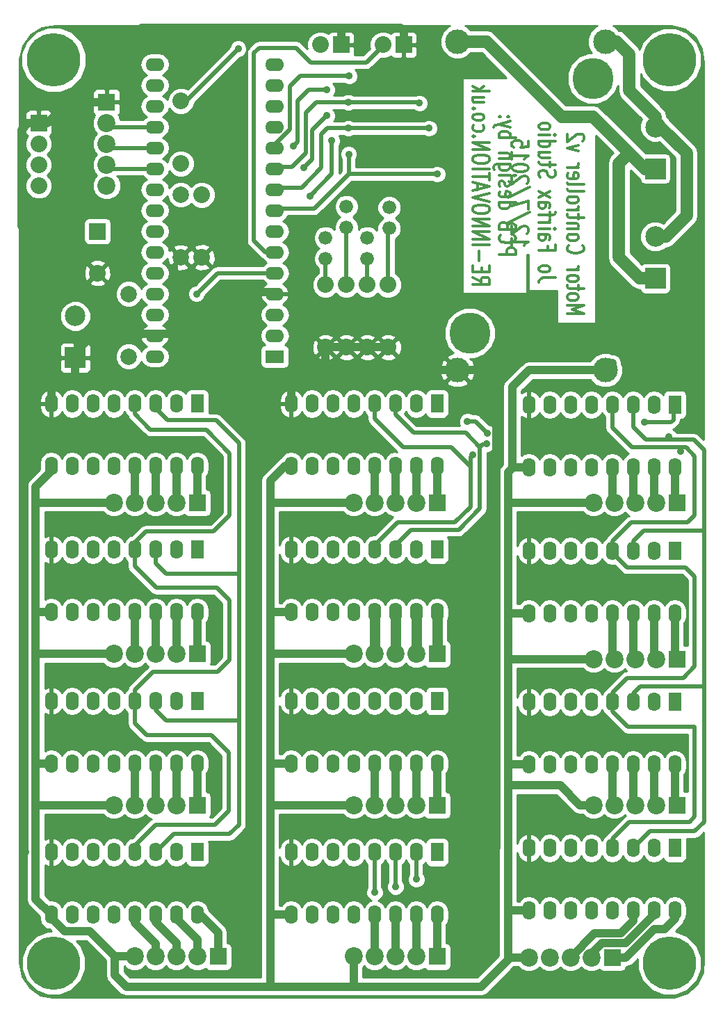
<source format=gbl>
G04 #@! TF.FileFunction,Copper,L2,Bot,Signal*
%FSLAX46Y46*%
G04 Gerber Fmt 4.6, Leading zero omitted, Abs format (unit mm)*
G04 Created by KiCad (PCBNEW (2015-07-09 BZR 5913, Git 33e1797)-product) date 12/08/2015 14:46:09*
%MOMM*%
G01*
G04 APERTURE LIST*
%ADD10C,0.150000*%
%ADD11C,0.304800*%
%ADD12C,6.499860*%
%ADD13R,2.032000X2.032000*%
%ADD14C,2.032000*%
%ADD15C,1.676400*%
%ADD16C,3.000000*%
%ADD17C,5.000000*%
%ADD18R,2.286000X1.574800*%
%ADD19O,2.286000X1.574800*%
%ADD20R,2.499360X2.499360*%
%ADD21C,2.499360*%
%ADD22R,2.100580X2.100580*%
%ADD23C,2.199640*%
%ADD24C,1.998980*%
%ADD25R,1.574800X2.286000*%
%ADD26O,1.574800X2.286000*%
%ADD27C,0.889000*%
%ADD28C,1.016000*%
%ADD29C,0.508000*%
%ADD30C,1.524000*%
%ADD31C,1.270000*%
%ADD32C,0.254000*%
G04 APERTURE END LIST*
D10*
D11*
X129007762Y24380571D02*
X129007762Y23509714D01*
X129007762Y23945142D02*
X131039762Y23945142D01*
X130749476Y23799999D01*
X130555952Y23654857D01*
X130459190Y23509714D01*
X130846238Y24961143D02*
X130943000Y25033714D01*
X131039762Y25178857D01*
X131039762Y25541714D01*
X130943000Y25686857D01*
X130846238Y25759428D01*
X130652714Y25832000D01*
X130459190Y25832000D01*
X130168905Y25759428D01*
X129007762Y24888571D01*
X129007762Y25832000D01*
X131136524Y27573715D02*
X128523952Y26267429D01*
X131039762Y27936571D02*
X131039762Y28952571D01*
X129007762Y28299428D01*
X131136524Y30621715D02*
X128523952Y29315429D01*
X130846238Y31057143D02*
X130943000Y31129714D01*
X131039762Y31274857D01*
X131039762Y31637714D01*
X130943000Y31782857D01*
X130846238Y31855428D01*
X130652714Y31928000D01*
X130459190Y31928000D01*
X130168905Y31855428D01*
X129007762Y30984571D01*
X129007762Y31928000D01*
X131039762Y32871429D02*
X131039762Y33016572D01*
X130943000Y33161715D01*
X130846238Y33234286D01*
X130652714Y33306857D01*
X130265667Y33379429D01*
X129781857Y33379429D01*
X129394810Y33306857D01*
X129201286Y33234286D01*
X129104524Y33161715D01*
X129007762Y33016572D01*
X129007762Y32871429D01*
X129104524Y32726286D01*
X129201286Y32653715D01*
X129394810Y32581143D01*
X129781857Y32508572D01*
X130265667Y32508572D01*
X130652714Y32581143D01*
X130846238Y32653715D01*
X130943000Y32726286D01*
X131039762Y32871429D01*
X129007762Y34830858D02*
X129007762Y33960001D01*
X129007762Y34395429D02*
X131039762Y34395429D01*
X130749476Y34250286D01*
X130555952Y34105144D01*
X130459190Y33960001D01*
X131039762Y36209715D02*
X131039762Y35484001D01*
X130072143Y35411430D01*
X130168905Y35484001D01*
X130265667Y35629144D01*
X130265667Y35992001D01*
X130168905Y36137144D01*
X130072143Y36209715D01*
X129878619Y36282287D01*
X129394810Y36282287D01*
X129201286Y36209715D01*
X129104524Y36137144D01*
X129007762Y35992001D01*
X129007762Y35629144D01*
X129104524Y35484001D01*
X129201286Y35411430D01*
X135738762Y15163999D02*
X137770762Y15163999D01*
X136319333Y15671999D01*
X137770762Y16179999D01*
X135738762Y16179999D01*
X135738762Y17123427D02*
X135835524Y16978285D01*
X135932286Y16905713D01*
X136125810Y16833142D01*
X136706381Y16833142D01*
X136899905Y16905713D01*
X136996667Y16978285D01*
X137093429Y17123427D01*
X137093429Y17341142D01*
X136996667Y17486285D01*
X136899905Y17558856D01*
X136706381Y17631427D01*
X136125810Y17631427D01*
X135932286Y17558856D01*
X135835524Y17486285D01*
X135738762Y17341142D01*
X135738762Y17123427D01*
X137093429Y18066856D02*
X137093429Y18647427D01*
X137770762Y18284570D02*
X136029048Y18284570D01*
X135835524Y18357142D01*
X135738762Y18502284D01*
X135738762Y18647427D01*
X135738762Y19373141D02*
X135835524Y19227999D01*
X135932286Y19155427D01*
X136125810Y19082856D01*
X136706381Y19082856D01*
X136899905Y19155427D01*
X136996667Y19227999D01*
X137093429Y19373141D01*
X137093429Y19590856D01*
X136996667Y19735999D01*
X136899905Y19808570D01*
X136706381Y19881141D01*
X136125810Y19881141D01*
X135932286Y19808570D01*
X135835524Y19735999D01*
X135738762Y19590856D01*
X135738762Y19373141D01*
X135738762Y20534284D02*
X137093429Y20534284D01*
X136706381Y20534284D02*
X136899905Y20606856D01*
X136996667Y20679427D01*
X137093429Y20824570D01*
X137093429Y20969713D01*
X135932286Y23509713D02*
X135835524Y23437142D01*
X135738762Y23219428D01*
X135738762Y23074285D01*
X135835524Y22856570D01*
X136029048Y22711428D01*
X136222571Y22638856D01*
X136609619Y22566285D01*
X136899905Y22566285D01*
X137286952Y22638856D01*
X137480476Y22711428D01*
X137674000Y22856570D01*
X137770762Y23074285D01*
X137770762Y23219428D01*
X137674000Y23437142D01*
X137577238Y23509713D01*
X135738762Y24380570D02*
X135835524Y24235428D01*
X135932286Y24162856D01*
X136125810Y24090285D01*
X136706381Y24090285D01*
X136899905Y24162856D01*
X136996667Y24235428D01*
X137093429Y24380570D01*
X137093429Y24598285D01*
X136996667Y24743428D01*
X136899905Y24815999D01*
X136706381Y24888570D01*
X136125810Y24888570D01*
X135932286Y24815999D01*
X135835524Y24743428D01*
X135738762Y24598285D01*
X135738762Y24380570D01*
X137093429Y25541713D02*
X135738762Y25541713D01*
X136899905Y25541713D02*
X136996667Y25614285D01*
X137093429Y25759427D01*
X137093429Y25977142D01*
X136996667Y26122285D01*
X136803143Y26194856D01*
X135738762Y26194856D01*
X137093429Y26702856D02*
X137093429Y27283427D01*
X137770762Y26920570D02*
X136029048Y26920570D01*
X135835524Y26993142D01*
X135738762Y27138284D01*
X135738762Y27283427D01*
X135738762Y27791427D02*
X137093429Y27791427D01*
X136706381Y27791427D02*
X136899905Y27863999D01*
X136996667Y27936570D01*
X137093429Y28081713D01*
X137093429Y28226856D01*
X135738762Y28952570D02*
X135835524Y28807428D01*
X135932286Y28734856D01*
X136125810Y28662285D01*
X136706381Y28662285D01*
X136899905Y28734856D01*
X136996667Y28807428D01*
X137093429Y28952570D01*
X137093429Y29170285D01*
X136996667Y29315428D01*
X136899905Y29387999D01*
X136706381Y29460570D01*
X136125810Y29460570D01*
X135932286Y29387999D01*
X135835524Y29315428D01*
X135738762Y29170285D01*
X135738762Y28952570D01*
X135738762Y30331427D02*
X135835524Y30186285D01*
X136029048Y30113713D01*
X137770762Y30113713D01*
X135738762Y31129713D02*
X135835524Y30984571D01*
X136029048Y30911999D01*
X137770762Y30911999D01*
X135835524Y32290857D02*
X135738762Y32145714D01*
X135738762Y31855428D01*
X135835524Y31710285D01*
X136029048Y31637714D01*
X136803143Y31637714D01*
X136996667Y31710285D01*
X137093429Y31855428D01*
X137093429Y32145714D01*
X136996667Y32290857D01*
X136803143Y32363428D01*
X136609619Y32363428D01*
X136416095Y31637714D01*
X135738762Y33016571D02*
X137093429Y33016571D01*
X136706381Y33016571D02*
X136899905Y33089143D01*
X136996667Y33161714D01*
X137093429Y33306857D01*
X137093429Y33452000D01*
X137093429Y34976000D02*
X135738762Y35338857D01*
X137093429Y35701715D01*
X137577238Y36209715D02*
X137674000Y36282286D01*
X137770762Y36427429D01*
X137770762Y36790286D01*
X137674000Y36935429D01*
X137577238Y37008000D01*
X137383714Y37080572D01*
X137190190Y37080572D01*
X136899905Y37008000D01*
X135738762Y36137143D01*
X135738762Y37080572D01*
X134341762Y19609001D02*
X132890333Y19609001D01*
X132600048Y19536429D01*
X132406524Y19391286D01*
X132309762Y19173572D01*
X132309762Y19028429D01*
X132309762Y20552429D02*
X132406524Y20407287D01*
X132503286Y20334715D01*
X132696810Y20262144D01*
X133277381Y20262144D01*
X133470905Y20334715D01*
X133567667Y20407287D01*
X133664429Y20552429D01*
X133664429Y20770144D01*
X133567667Y20915287D01*
X133470905Y20987858D01*
X133277381Y21060429D01*
X132696810Y21060429D01*
X132503286Y20987858D01*
X132406524Y20915287D01*
X132309762Y20770144D01*
X132309762Y20552429D01*
X133374143Y23382715D02*
X133374143Y22874715D01*
X132309762Y22874715D02*
X134341762Y22874715D01*
X134341762Y23600429D01*
X132309762Y24834144D02*
X133374143Y24834144D01*
X133567667Y24761573D01*
X133664429Y24616430D01*
X133664429Y24326144D01*
X133567667Y24181001D01*
X132406524Y24834144D02*
X132309762Y24689001D01*
X132309762Y24326144D01*
X132406524Y24181001D01*
X132600048Y24108430D01*
X132793571Y24108430D01*
X132987095Y24181001D01*
X133083857Y24326144D01*
X133083857Y24689001D01*
X133180619Y24834144D01*
X132309762Y25559858D02*
X133664429Y25559858D01*
X134341762Y25559858D02*
X134245000Y25487287D01*
X134148238Y25559858D01*
X134245000Y25632430D01*
X134341762Y25559858D01*
X134148238Y25559858D01*
X132309762Y26285572D02*
X133664429Y26285572D01*
X133277381Y26285572D02*
X133470905Y26358144D01*
X133567667Y26430715D01*
X133664429Y26575858D01*
X133664429Y26721001D01*
X133664429Y27011287D02*
X133664429Y27591858D01*
X132309762Y27229001D02*
X134051476Y27229001D01*
X134245000Y27301573D01*
X134341762Y27446715D01*
X134341762Y27591858D01*
X132309762Y28753001D02*
X133374143Y28753001D01*
X133567667Y28680430D01*
X133664429Y28535287D01*
X133664429Y28245001D01*
X133567667Y28099858D01*
X132406524Y28753001D02*
X132309762Y28607858D01*
X132309762Y28245001D01*
X132406524Y28099858D01*
X132600048Y28027287D01*
X132793571Y28027287D01*
X132987095Y28099858D01*
X133083857Y28245001D01*
X133083857Y28607858D01*
X133180619Y28753001D01*
X132309762Y29333572D02*
X133664429Y30131858D01*
X133664429Y29333572D02*
X132309762Y30131858D01*
X132406524Y31801001D02*
X132309762Y32018715D01*
X132309762Y32381572D01*
X132406524Y32526715D01*
X132503286Y32599286D01*
X132696810Y32671858D01*
X132890333Y32671858D01*
X133083857Y32599286D01*
X133180619Y32526715D01*
X133277381Y32381572D01*
X133374143Y32091286D01*
X133470905Y31946144D01*
X133567667Y31873572D01*
X133761190Y31801001D01*
X133954714Y31801001D01*
X134148238Y31873572D01*
X134245000Y31946144D01*
X134341762Y32091286D01*
X134341762Y32454144D01*
X134245000Y32671858D01*
X133664429Y33107287D02*
X133664429Y33687858D01*
X134341762Y33325001D02*
X132600048Y33325001D01*
X132406524Y33397573D01*
X132309762Y33542715D01*
X132309762Y33687858D01*
X133664429Y34849001D02*
X132309762Y34849001D01*
X133664429Y34195858D02*
X132600048Y34195858D01*
X132406524Y34268430D01*
X132309762Y34413572D01*
X132309762Y34631287D01*
X132406524Y34776430D01*
X132503286Y34849001D01*
X132309762Y36227858D02*
X134341762Y36227858D01*
X132406524Y36227858D02*
X132309762Y36082715D01*
X132309762Y35792429D01*
X132406524Y35647287D01*
X132503286Y35574715D01*
X132696810Y35502144D01*
X133277381Y35502144D01*
X133470905Y35574715D01*
X133567667Y35647287D01*
X133664429Y35792429D01*
X133664429Y36082715D01*
X133567667Y36227858D01*
X132309762Y36953572D02*
X133664429Y36953572D01*
X134341762Y36953572D02*
X134245000Y36881001D01*
X134148238Y36953572D01*
X134245000Y37026144D01*
X134341762Y36953572D01*
X134148238Y36953572D01*
X132309762Y37897000D02*
X132406524Y37751858D01*
X132503286Y37679286D01*
X132696810Y37606715D01*
X133277381Y37606715D01*
X133470905Y37679286D01*
X133567667Y37751858D01*
X133664429Y37897000D01*
X133664429Y38114715D01*
X133567667Y38259858D01*
X133470905Y38332429D01*
X133277381Y38405000D01*
X132696810Y38405000D01*
X132503286Y38332429D01*
X132406524Y38259858D01*
X132309762Y38114715D01*
X132309762Y37897000D01*
X127407562Y22366715D02*
X129439562Y22366715D01*
X129439562Y22947287D01*
X129342800Y23092429D01*
X129246038Y23165001D01*
X129052514Y23237572D01*
X128762229Y23237572D01*
X128568705Y23165001D01*
X128471943Y23092429D01*
X128375181Y22947287D01*
X128375181Y22366715D01*
X127601086Y24761572D02*
X127504324Y24689001D01*
X127407562Y24471287D01*
X127407562Y24326144D01*
X127504324Y24108429D01*
X127697848Y23963287D01*
X127891371Y23890715D01*
X128278419Y23818144D01*
X128568705Y23818144D01*
X128955752Y23890715D01*
X129149276Y23963287D01*
X129342800Y24108429D01*
X129439562Y24326144D01*
X129439562Y24471287D01*
X129342800Y24689001D01*
X129246038Y24761572D01*
X128471943Y25922715D02*
X128375181Y26140429D01*
X128278419Y26213001D01*
X128084895Y26285572D01*
X127794610Y26285572D01*
X127601086Y26213001D01*
X127504324Y26140429D01*
X127407562Y25995287D01*
X127407562Y25414715D01*
X129439562Y25414715D01*
X129439562Y25922715D01*
X129342800Y26067858D01*
X129246038Y26140429D01*
X129052514Y26213001D01*
X128858990Y26213001D01*
X128665467Y26140429D01*
X128568705Y26067858D01*
X128471943Y25922715D01*
X128471943Y25414715D01*
X127407562Y28753001D02*
X129439562Y28753001D01*
X127504324Y28753001D02*
X127407562Y28607858D01*
X127407562Y28317572D01*
X127504324Y28172430D01*
X127601086Y28099858D01*
X127794610Y28027287D01*
X128375181Y28027287D01*
X128568705Y28099858D01*
X128665467Y28172430D01*
X128762229Y28317572D01*
X128762229Y28607858D01*
X128665467Y28753001D01*
X127504324Y30059287D02*
X127407562Y29914144D01*
X127407562Y29623858D01*
X127504324Y29478715D01*
X127697848Y29406144D01*
X128471943Y29406144D01*
X128665467Y29478715D01*
X128762229Y29623858D01*
X128762229Y29914144D01*
X128665467Y30059287D01*
X128471943Y30131858D01*
X128278419Y30131858D01*
X128084895Y29406144D01*
X127504324Y30712430D02*
X127407562Y30857573D01*
X127407562Y31147858D01*
X127504324Y31293001D01*
X127697848Y31365573D01*
X127794610Y31365573D01*
X127988133Y31293001D01*
X128084895Y31147858D01*
X128084895Y30930144D01*
X128181657Y30785001D01*
X128375181Y30712430D01*
X128471943Y30712430D01*
X128665467Y30785001D01*
X128762229Y30930144D01*
X128762229Y31147858D01*
X128665467Y31293001D01*
X127407562Y32018715D02*
X128762229Y32018715D01*
X129439562Y32018715D02*
X129342800Y31946144D01*
X129246038Y32018715D01*
X129342800Y32091287D01*
X129439562Y32018715D01*
X129246038Y32018715D01*
X128762229Y33397572D02*
X127117276Y33397572D01*
X126923752Y33325001D01*
X126826990Y33252429D01*
X126730229Y33107286D01*
X126730229Y32889572D01*
X126826990Y32744429D01*
X127504324Y33397572D02*
X127407562Y33252429D01*
X127407562Y32962143D01*
X127504324Y32817001D01*
X127601086Y32744429D01*
X127794610Y32671858D01*
X128375181Y32671858D01*
X128568705Y32744429D01*
X128665467Y32817001D01*
X128762229Y32962143D01*
X128762229Y33252429D01*
X128665467Y33397572D01*
X128762229Y34123286D02*
X127407562Y34123286D01*
X128568705Y34123286D02*
X128665467Y34195858D01*
X128762229Y34341000D01*
X128762229Y34558715D01*
X128665467Y34703858D01*
X128471943Y34776429D01*
X127407562Y34776429D01*
X127407562Y36663286D02*
X129439562Y36663286D01*
X128665467Y36663286D02*
X128762229Y36808429D01*
X128762229Y37098715D01*
X128665467Y37243858D01*
X128568705Y37316429D01*
X128375181Y37389000D01*
X127794610Y37389000D01*
X127601086Y37316429D01*
X127504324Y37243858D01*
X127407562Y37098715D01*
X127407562Y36808429D01*
X127504324Y36663286D01*
X128762229Y37897000D02*
X127407562Y38259857D01*
X128762229Y38622715D02*
X127407562Y38259857D01*
X126923752Y38114715D01*
X126826990Y38042143D01*
X126730229Y37897000D01*
X127601086Y39203286D02*
X127504324Y39275858D01*
X127407562Y39203286D01*
X127504324Y39130715D01*
X127601086Y39203286D01*
X127407562Y39203286D01*
X128665467Y39203286D02*
X128568705Y39275858D01*
X128471943Y39203286D01*
X128568705Y39130715D01*
X128665467Y39203286D01*
X128471943Y39203286D01*
X124257962Y19645287D02*
X125225581Y19137287D01*
X124257962Y18774430D02*
X126289962Y18774430D01*
X126289962Y19355002D01*
X126193200Y19500144D01*
X126096438Y19572716D01*
X125902914Y19645287D01*
X125612629Y19645287D01*
X125419105Y19572716D01*
X125322343Y19500144D01*
X125225581Y19355002D01*
X125225581Y18774430D01*
X125322343Y20298430D02*
X125322343Y20806430D01*
X124257962Y21024144D02*
X124257962Y20298430D01*
X126289962Y20298430D01*
X126289962Y21024144D01*
X125032057Y21677287D02*
X125032057Y22838430D01*
X124257962Y23564144D02*
X126289962Y23564144D01*
X124257962Y24289858D02*
X126289962Y24289858D01*
X124257962Y25160715D01*
X126289962Y25160715D01*
X124257962Y25886429D02*
X126289962Y25886429D01*
X124257962Y26757286D01*
X126289962Y26757286D01*
X126289962Y27773286D02*
X126289962Y28063572D01*
X126193200Y28208714D01*
X125999676Y28353857D01*
X125612629Y28426429D01*
X124935295Y28426429D01*
X124548248Y28353857D01*
X124354724Y28208714D01*
X124257962Y28063572D01*
X124257962Y27773286D01*
X124354724Y27628143D01*
X124548248Y27483000D01*
X124935295Y27410429D01*
X125612629Y27410429D01*
X125999676Y27483000D01*
X126193200Y27628143D01*
X126289962Y27773286D01*
X126289962Y28861857D02*
X124257962Y29369857D01*
X126289962Y29877857D01*
X124838533Y30313286D02*
X124838533Y31039000D01*
X124257962Y30168143D02*
X126289962Y30676143D01*
X124257962Y31184143D01*
X126289962Y31474429D02*
X126289962Y32345286D01*
X124257962Y31909857D02*
X126289962Y31909857D01*
X124257962Y32853286D02*
X126289962Y32853286D01*
X126289962Y33869286D02*
X126289962Y34159572D01*
X126193200Y34304714D01*
X125999676Y34449857D01*
X125612629Y34522429D01*
X124935295Y34522429D01*
X124548248Y34449857D01*
X124354724Y34304714D01*
X124257962Y34159572D01*
X124257962Y33869286D01*
X124354724Y33724143D01*
X124548248Y33579000D01*
X124935295Y33506429D01*
X125612629Y33506429D01*
X125999676Y33579000D01*
X126193200Y33724143D01*
X126289962Y33869286D01*
X124257962Y35175571D02*
X126289962Y35175571D01*
X124257962Y36046428D01*
X126289962Y36046428D01*
X124451486Y36772142D02*
X124354724Y36844714D01*
X124257962Y36772142D01*
X124354724Y36699571D01*
X124451486Y36772142D01*
X124257962Y36772142D01*
X124354724Y38150999D02*
X124257962Y38005856D01*
X124257962Y37715570D01*
X124354724Y37570428D01*
X124451486Y37497856D01*
X124645010Y37425285D01*
X125225581Y37425285D01*
X125419105Y37497856D01*
X125515867Y37570428D01*
X125612629Y37715570D01*
X125612629Y38005856D01*
X125515867Y38150999D01*
X124257962Y39021856D02*
X124354724Y38876714D01*
X124451486Y38804142D01*
X124645010Y38731571D01*
X125225581Y38731571D01*
X125419105Y38804142D01*
X125515867Y38876714D01*
X125612629Y39021856D01*
X125612629Y39239571D01*
X125515867Y39384714D01*
X125419105Y39457285D01*
X125225581Y39529856D01*
X124645010Y39529856D01*
X124451486Y39457285D01*
X124354724Y39384714D01*
X124257962Y39239571D01*
X124257962Y39021856D01*
X124451486Y40182999D02*
X124354724Y40255571D01*
X124257962Y40182999D01*
X124354724Y40110428D01*
X124451486Y40182999D01*
X124257962Y40182999D01*
X125612629Y41561856D02*
X124257962Y41561856D01*
X125612629Y40908713D02*
X124548248Y40908713D01*
X124354724Y40981285D01*
X124257962Y41126427D01*
X124257962Y41344142D01*
X124354724Y41489285D01*
X124451486Y41561856D01*
X124257962Y42287570D02*
X126289962Y42287570D01*
X125032057Y42432713D02*
X124257962Y42868142D01*
X125612629Y42868142D02*
X124838533Y42287570D01*
D12*
X73205000Y46105000D03*
X148205000Y46105000D03*
X148205000Y-63895000D03*
X73205000Y-63895000D03*
D13*
X78520000Y25230000D03*
D14*
X78520000Y20150000D03*
D15*
X106305000Y24435000D03*
X106305000Y21895000D03*
X108845000Y28245000D03*
X108845000Y25705000D03*
X111385000Y24435000D03*
X111385000Y21895000D03*
X114052000Y28118000D03*
X114052000Y25578000D03*
D16*
X122365000Y48335000D03*
X140365000Y48335000D03*
X140365000Y8335000D03*
X122365000Y8335000D03*
D17*
X138865000Y43835000D03*
X123865000Y12835000D03*
D18*
X100110000Y9990000D03*
D19*
X100110000Y12530000D03*
X100110000Y15070000D03*
X100110000Y17610000D03*
X100110000Y20150000D03*
X100110000Y22690000D03*
X100110000Y25230000D03*
X100110000Y27770000D03*
X100110000Y30310000D03*
X100110000Y32850000D03*
X100110000Y35390000D03*
X100110000Y37930000D03*
X100110000Y40470000D03*
X100110000Y43010000D03*
X100110000Y45550000D03*
X85505000Y45550000D03*
X85505000Y43010000D03*
X85505000Y40470000D03*
X85505000Y37930000D03*
X85505000Y35390000D03*
X85505000Y32850000D03*
X85505000Y30310000D03*
X85505000Y27770000D03*
X85505000Y25230000D03*
X85505000Y22690000D03*
X85505000Y20150000D03*
X85505000Y17610000D03*
X85505000Y15070000D03*
X85505000Y12530000D03*
X85505000Y9990000D03*
D20*
X75825000Y9830000D03*
D21*
X75825000Y14910000D03*
D20*
X146465000Y32850000D03*
D21*
X146465000Y37930000D03*
D13*
X71380000Y38405000D03*
D14*
X71380000Y35865000D03*
X71380000Y33325000D03*
X71380000Y30785000D03*
D22*
X79635000Y40945000D03*
D23*
X79635000Y38405000D03*
X79635000Y35865000D03*
X79635000Y33325000D03*
X79635000Y30785000D03*
D22*
X149104000Y-7823000D03*
D23*
X146564000Y-7823000D03*
X144024000Y-7823000D03*
X141484000Y-7823000D03*
X138944000Y-7823000D03*
D22*
X149104000Y-26873000D03*
D23*
X146564000Y-26873000D03*
X144024000Y-26873000D03*
X141484000Y-26873000D03*
X138944000Y-26873000D03*
D22*
X149104000Y-44653000D03*
D23*
X146564000Y-44653000D03*
X144024000Y-44653000D03*
X141484000Y-44653000D03*
X138944000Y-44653000D03*
D22*
X141230000Y-63195000D03*
D23*
X138690000Y-63195000D03*
X136150000Y-63195000D03*
X133610000Y-63195000D03*
X131070000Y-63195000D03*
D22*
X119894000Y-7823000D03*
D23*
X117354000Y-7823000D03*
X114814000Y-7823000D03*
X112274000Y-7823000D03*
X109734000Y-7823000D03*
D22*
X119894000Y-26238000D03*
D23*
X117354000Y-26238000D03*
X114814000Y-26238000D03*
X112274000Y-26238000D03*
X109734000Y-26238000D03*
D22*
X119894000Y-44653000D03*
D23*
X117354000Y-44653000D03*
X114814000Y-44653000D03*
X112274000Y-44653000D03*
X109734000Y-44653000D03*
D22*
X119894000Y-63068000D03*
D23*
X117354000Y-63068000D03*
X114814000Y-63068000D03*
X112274000Y-63068000D03*
X109734000Y-63068000D03*
D22*
X90684000Y-7823000D03*
D23*
X88144000Y-7823000D03*
X85604000Y-7823000D03*
X83064000Y-7823000D03*
X80524000Y-7823000D03*
D22*
X90684000Y-26238000D03*
D23*
X88144000Y-26238000D03*
X85604000Y-26238000D03*
X83064000Y-26238000D03*
X80524000Y-26238000D03*
D22*
X90684000Y-44653000D03*
D23*
X88144000Y-44653000D03*
X85604000Y-44653000D03*
X83064000Y-44653000D03*
X80524000Y-44653000D03*
D22*
X93224000Y-63068000D03*
D23*
X90684000Y-63068000D03*
X88144000Y-63068000D03*
X85604000Y-63068000D03*
X83064000Y-63068000D03*
D20*
X146465000Y19515000D03*
D21*
X146465000Y24595000D03*
D14*
X106305000Y18720000D03*
X106305000Y11100000D03*
X108845000Y18720000D03*
X108845000Y11100000D03*
X111385000Y18720000D03*
X111385000Y11100000D03*
X113925000Y18720000D03*
X113925000Y11100000D03*
D24*
X82330000Y17610000D03*
X82330000Y9990000D03*
D25*
X148850000Y4115000D03*
D26*
X146310000Y4115000D03*
X143770000Y4115000D03*
X141230000Y4115000D03*
X138690000Y4115000D03*
X136150000Y4115000D03*
X133610000Y4115000D03*
X131070000Y4115000D03*
X131070000Y-3505000D03*
X133610000Y-3505000D03*
X136150000Y-3505000D03*
X138690000Y-3505000D03*
X141230000Y-3505000D03*
X143770000Y-3505000D03*
X146310000Y-3505000D03*
X148850000Y-3505000D03*
D25*
X148850000Y-13665000D03*
D26*
X146310000Y-13665000D03*
X143770000Y-13665000D03*
X141230000Y-13665000D03*
X138690000Y-13665000D03*
X136150000Y-13665000D03*
X133610000Y-13665000D03*
X131070000Y-13665000D03*
X131070000Y-21285000D03*
X133610000Y-21285000D03*
X136150000Y-21285000D03*
X138690000Y-21285000D03*
X141230000Y-21285000D03*
X143770000Y-21285000D03*
X146310000Y-21285000D03*
X148850000Y-21285000D03*
D25*
X148850000Y-32080000D03*
D26*
X146310000Y-32080000D03*
X143770000Y-32080000D03*
X141230000Y-32080000D03*
X138690000Y-32080000D03*
X136150000Y-32080000D03*
X133610000Y-32080000D03*
X131070000Y-32080000D03*
X131070000Y-39700000D03*
X133610000Y-39700000D03*
X136150000Y-39700000D03*
X138690000Y-39700000D03*
X141230000Y-39700000D03*
X143770000Y-39700000D03*
X146310000Y-39700000D03*
X148850000Y-39700000D03*
D25*
X148850000Y-49860000D03*
D26*
X146310000Y-49860000D03*
X143770000Y-49860000D03*
X141230000Y-49860000D03*
X138690000Y-49860000D03*
X136150000Y-49860000D03*
X133610000Y-49860000D03*
X131070000Y-49860000D03*
X131070000Y-57480000D03*
X133610000Y-57480000D03*
X136150000Y-57480000D03*
X138690000Y-57480000D03*
X141230000Y-57480000D03*
X143770000Y-57480000D03*
X146310000Y-57480000D03*
X148850000Y-57480000D03*
D25*
X119894000Y4242000D03*
D26*
X117354000Y4242000D03*
X114814000Y4242000D03*
X112274000Y4242000D03*
X109734000Y4242000D03*
X107194000Y4242000D03*
X104654000Y4242000D03*
X102114000Y4242000D03*
X102114000Y-3378000D03*
X104654000Y-3378000D03*
X107194000Y-3378000D03*
X109734000Y-3378000D03*
X112274000Y-3378000D03*
X114814000Y-3378000D03*
X117354000Y-3378000D03*
X119894000Y-3378000D03*
D25*
X119894000Y-13538000D03*
D26*
X117354000Y-13538000D03*
X114814000Y-13538000D03*
X112274000Y-13538000D03*
X109734000Y-13538000D03*
X107194000Y-13538000D03*
X104654000Y-13538000D03*
X102114000Y-13538000D03*
X102114000Y-21158000D03*
X104654000Y-21158000D03*
X107194000Y-21158000D03*
X109734000Y-21158000D03*
X112274000Y-21158000D03*
X114814000Y-21158000D03*
X117354000Y-21158000D03*
X119894000Y-21158000D03*
D25*
X119894000Y-31953000D03*
D26*
X117354000Y-31953000D03*
X114814000Y-31953000D03*
X112274000Y-31953000D03*
X109734000Y-31953000D03*
X107194000Y-31953000D03*
X104654000Y-31953000D03*
X102114000Y-31953000D03*
X102114000Y-39573000D03*
X104654000Y-39573000D03*
X107194000Y-39573000D03*
X109734000Y-39573000D03*
X112274000Y-39573000D03*
X114814000Y-39573000D03*
X117354000Y-39573000D03*
X119894000Y-39573000D03*
D25*
X119894000Y-50368000D03*
D26*
X117354000Y-50368000D03*
X114814000Y-50368000D03*
X112274000Y-50368000D03*
X109734000Y-50368000D03*
X107194000Y-50368000D03*
X104654000Y-50368000D03*
X102114000Y-50368000D03*
X102114000Y-57988000D03*
X104654000Y-57988000D03*
X107194000Y-57988000D03*
X109734000Y-57988000D03*
X112274000Y-57988000D03*
X114814000Y-57988000D03*
X117354000Y-57988000D03*
X119894000Y-57988000D03*
D25*
X90684000Y4242000D03*
D26*
X88144000Y4242000D03*
X85604000Y4242000D03*
X83064000Y4242000D03*
X80524000Y4242000D03*
X77984000Y4242000D03*
X75444000Y4242000D03*
X72904000Y4242000D03*
X72904000Y-3378000D03*
X75444000Y-3378000D03*
X77984000Y-3378000D03*
X80524000Y-3378000D03*
X83064000Y-3378000D03*
X85604000Y-3378000D03*
X88144000Y-3378000D03*
X90684000Y-3378000D03*
D25*
X90684000Y-13538000D03*
D26*
X88144000Y-13538000D03*
X85604000Y-13538000D03*
X83064000Y-13538000D03*
X80524000Y-13538000D03*
X77984000Y-13538000D03*
X75444000Y-13538000D03*
X72904000Y-13538000D03*
X72904000Y-21158000D03*
X75444000Y-21158000D03*
X77984000Y-21158000D03*
X80524000Y-21158000D03*
X83064000Y-21158000D03*
X85604000Y-21158000D03*
X88144000Y-21158000D03*
X90684000Y-21158000D03*
D25*
X90684000Y-31953000D03*
D26*
X88144000Y-31953000D03*
X85604000Y-31953000D03*
X83064000Y-31953000D03*
X80524000Y-31953000D03*
X77984000Y-31953000D03*
X75444000Y-31953000D03*
X72904000Y-31953000D03*
X72904000Y-39573000D03*
X75444000Y-39573000D03*
X77984000Y-39573000D03*
X80524000Y-39573000D03*
X83064000Y-39573000D03*
X85604000Y-39573000D03*
X88144000Y-39573000D03*
X90684000Y-39573000D03*
D25*
X90684000Y-50368000D03*
D26*
X88144000Y-50368000D03*
X85604000Y-50368000D03*
X83064000Y-50368000D03*
X80524000Y-50368000D03*
X77984000Y-50368000D03*
X75444000Y-50368000D03*
X72904000Y-50368000D03*
X72904000Y-57988000D03*
X75444000Y-57988000D03*
X77984000Y-57988000D03*
X80524000Y-57988000D03*
X83064000Y-57988000D03*
X85604000Y-57988000D03*
X88144000Y-57988000D03*
X90684000Y-57988000D03*
D13*
X115830000Y47930000D03*
D14*
X113290000Y47930000D03*
D13*
X108210000Y47930000D03*
D14*
X105670000Y47930000D03*
X88680000Y41105000D03*
X88680000Y33485000D03*
X91220000Y29675000D03*
X91220000Y22055000D03*
D24*
X88680000Y22055000D03*
X88680000Y29675000D03*
D27*
X145103500Y1956000D03*
X109124400Y34620400D03*
X119894000Y32182000D03*
X109073600Y37770000D03*
X123577000Y2083000D03*
X125990000Y622500D03*
X118878000Y37770000D03*
X109073600Y40919600D03*
X148088000Y178000D03*
X125926500Y-647500D03*
X117735000Y40818000D03*
X109175200Y44120000D03*
X124212000Y-1981000D03*
X149548500Y-1600000D03*
X117354000Y-53670000D03*
X104400000Y29515000D03*
X107067000Y36246000D03*
X114814000Y-54559000D03*
X103638000Y32944000D03*
X106432000Y39294000D03*
X112274000Y-55257500D03*
X102368000Y35611000D03*
X106432000Y42469000D03*
X95665000Y47455000D03*
X127387000Y3988000D03*
X127006000Y-49860000D03*
X127006000Y-32080000D03*
X127006000Y-13665000D03*
X98050000Y-50368000D03*
X98050000Y-31953000D03*
X97923000Y-13538000D03*
X69729000Y-50368000D03*
X69602000Y-13538000D03*
X69602000Y-31953000D03*
X90585000Y17610000D03*
D28*
X131099000Y8335000D02*
X129038000Y6274000D01*
X140365000Y8335000D02*
X131099000Y8335000D01*
X129038000Y-3378000D02*
X129165000Y-3505000D01*
X129038000Y6274000D02*
X129038000Y-3378000D01*
X129165000Y-3505000D02*
X128530000Y-4140000D01*
X128530000Y-42240000D02*
X128530000Y-57480000D01*
X128530000Y-39700000D02*
X128530000Y-42240000D01*
X128530000Y-27000000D02*
X128530000Y-39700000D01*
X128530000Y-21285000D02*
X128530000Y-27000000D01*
X128530000Y-7950000D02*
X128530000Y-21285000D01*
X128530000Y-4140000D02*
X128530000Y-7950000D01*
X128784000Y-63195000D02*
X131070000Y-63195000D01*
X128530000Y-57480000D02*
X128530000Y-58115000D01*
X128530000Y-58115000D02*
X128530000Y-63195000D01*
X128530000Y-63195000D02*
X128784000Y-63195000D01*
X131070000Y-3505000D02*
X129165000Y-3505000D01*
X137293000Y-44653000D02*
X134880000Y-42240000D01*
X134880000Y-42240000D02*
X128530000Y-42240000D01*
X138944000Y-44653000D02*
X137293000Y-44653000D01*
X131070000Y-39700000D02*
X128530000Y-39700000D01*
X128530000Y-26873000D02*
X128530000Y-27000000D01*
X138944000Y-26873000D02*
X128530000Y-26873000D01*
X131070000Y-21285000D02*
X128530000Y-21285000D01*
X128530000Y-7823000D02*
X128530000Y-7950000D01*
X138944000Y-7823000D02*
X128530000Y-7823000D01*
X131070000Y-57480000D02*
X128530000Y-57480000D01*
X101352000Y-3378000D02*
X99574000Y-5156000D01*
X99574000Y-57988000D02*
X99574000Y-63068000D01*
X99574000Y-44653000D02*
X99574000Y-57988000D01*
X99574000Y-39573000D02*
X99574000Y-44653000D01*
X99574000Y-26238000D02*
X99574000Y-39573000D01*
X99574000Y-21158000D02*
X99574000Y-26238000D01*
X99574000Y-7823000D02*
X99574000Y-21158000D01*
X99574000Y-5156000D02*
X99574000Y-7823000D01*
X102114000Y-3378000D02*
X101352000Y-3378000D01*
X102114000Y-57988000D02*
X99574000Y-57988000D01*
X80651000Y-63068000D02*
X83064000Y-63068000D01*
X77603000Y-60020000D02*
X80651000Y-63068000D01*
X74555000Y-60020000D02*
X77603000Y-60020000D01*
X72904000Y-58369000D02*
X74555000Y-60020000D01*
X72904000Y-57988000D02*
X72904000Y-58369000D01*
X109607000Y-66751000D02*
X125228000Y-66751000D01*
X99574000Y-66751000D02*
X109607000Y-66751000D01*
X125228000Y-66751000D02*
X128784000Y-63195000D01*
X82048000Y-66751000D02*
X99574000Y-66751000D01*
X80651000Y-65354000D02*
X82048000Y-66751000D01*
X80651000Y-63068000D02*
X80651000Y-65354000D01*
X99574000Y-63068000D02*
X99574000Y-66751000D01*
X109734000Y-66751000D02*
X109607000Y-66751000D01*
X109734000Y-63068000D02*
X109734000Y-66751000D01*
X70999000Y-44653000D02*
X70999000Y-56083000D01*
X70999000Y-56083000D02*
X72904000Y-57988000D01*
X70999000Y-39446000D02*
X70999000Y-44653000D01*
X70999000Y-26238000D02*
X70999000Y-39446000D01*
X70999000Y-21158000D02*
X70999000Y-26238000D01*
X70999000Y-7823000D02*
X70999000Y-21158000D01*
X80524000Y-44653000D02*
X70999000Y-44653000D01*
X70999000Y-7823000D02*
X70999000Y-5862120D01*
X72904000Y-21158000D02*
X70999000Y-21158000D01*
X80524000Y-26238000D02*
X70999000Y-26238000D01*
X70999000Y-39573000D02*
X70999000Y-39446000D01*
X72904000Y-39573000D02*
X70999000Y-39573000D01*
X109734000Y-7823000D02*
X99574000Y-7823000D01*
X100082000Y-21158000D02*
X99574000Y-21158000D01*
X99574000Y-21158000D02*
X100082000Y-21158000D01*
X102114000Y-21158000D02*
X99574000Y-21158000D01*
X109734000Y-26238000D02*
X99574000Y-26238000D01*
X102114000Y-39573000D02*
X99574000Y-39573000D01*
X109734000Y-44653000D02*
X99574000Y-44653000D01*
X80524000Y-7823000D02*
X70999000Y-7823000D01*
X72904000Y-3957120D02*
X70999000Y-5862120D01*
X72904000Y-3378000D02*
X72904000Y-3957120D01*
X141225000Y9195000D02*
X140365000Y8335000D01*
D29*
X145103500Y1956000D02*
X148342000Y1956000D01*
X148342000Y1956000D02*
X148659500Y2273500D01*
X148659500Y2273500D02*
X148659500Y3924500D01*
X148659500Y3924500D02*
X148850000Y4115000D01*
X104908000Y27991000D02*
X109124400Y32207400D01*
X109124400Y32207400D02*
X109124400Y34620400D01*
X100082000Y27991000D02*
X104908000Y27991000D01*
X119894000Y32182000D02*
X119868600Y32207400D01*
X119868600Y32207400D02*
X109124400Y32207400D01*
X124529500Y2083000D02*
X123577000Y2083000D01*
X125990000Y622500D02*
X124529500Y2083000D01*
X103384000Y30531000D02*
X105797000Y32944000D01*
X105797000Y37008000D02*
X106559000Y37770000D01*
X105797000Y32944000D02*
X105797000Y37008000D01*
X106559000Y37770000D02*
X109073600Y37770000D01*
X100082000Y30531000D02*
X103384000Y30531000D01*
X118878000Y37770000D02*
X109073600Y37770000D01*
X152406000Y-30175000D02*
X152406000Y-46685000D01*
X152406000Y-11252000D02*
X152406000Y-30175000D01*
X152406000Y-46685000D02*
X151263000Y-47828000D01*
X151263000Y-47828000D02*
X145802000Y-47828000D01*
X145802000Y-47828000D02*
X143770000Y-49860000D01*
X143770000Y-12522000D02*
X145040000Y-11252000D01*
X145040000Y-11252000D02*
X152406000Y-11252000D01*
X143770000Y-13665000D02*
X143770000Y-12522000D01*
X143770000Y-31064000D02*
X144659000Y-30175000D01*
X144659000Y-30175000D02*
X152406000Y-30175000D01*
X143770000Y-32080000D02*
X143770000Y-31064000D01*
X148088000Y-139500D02*
X151136000Y-139500D01*
X152406000Y-1409500D02*
X152406000Y-11252000D01*
X151136000Y-139500D02*
X152406000Y-1409500D01*
X145294000Y-139500D02*
X148088000Y-139500D01*
X143770000Y1384500D02*
X145294000Y-139500D01*
X143770000Y4115000D02*
X143770000Y1384500D01*
X123386500Y686000D02*
X125101000Y-1028500D01*
X117036500Y686000D02*
X123386500Y686000D01*
X114814000Y2908500D02*
X117036500Y686000D01*
X114814000Y4242000D02*
X114814000Y2908500D01*
X148088000Y178000D02*
X148088000Y-139500D01*
X114814000Y-12966500D02*
X116655500Y-11125000D01*
X116655500Y-11125000D02*
X122497500Y-11125000D01*
X122497500Y-11125000D02*
X125101000Y-8521500D01*
X125101000Y-8521500D02*
X125101000Y-1028500D01*
X114814000Y-13538000D02*
X114814000Y-12966500D01*
X125418500Y-711000D02*
X125863000Y-711000D01*
X125863000Y-711000D02*
X125926500Y-647500D01*
X125101000Y-1028500D02*
X125418500Y-711000D01*
X103892000Y34722000D02*
X103892000Y39675000D01*
X102241000Y33071000D02*
X103892000Y34722000D01*
X105136600Y40919600D02*
X109073600Y40919600D01*
X103892000Y39675000D02*
X105136600Y40919600D01*
X100082000Y33071000D02*
X102241000Y33071000D01*
X117735000Y40818000D02*
X117633400Y40919600D01*
X117633400Y40919600D02*
X109073600Y40919600D01*
X151263000Y-35128000D02*
X151263000Y-46050000D01*
X151263000Y-20904000D02*
X151263000Y-27381000D01*
X151263000Y-46050000D02*
X150628000Y-46685000D01*
X150628000Y-46685000D02*
X143262000Y-46685000D01*
X143262000Y-46685000D02*
X141230000Y-48717000D01*
X141230000Y-48717000D02*
X141230000Y-49860000D01*
X141230000Y-33223000D02*
X141230000Y-32080000D01*
X143135000Y-35128000D02*
X141230000Y-33223000D01*
X151263000Y-35128000D02*
X143135000Y-35128000D01*
X141230000Y-13919000D02*
X143008000Y-15697000D01*
X143008000Y-15697000D02*
X150120000Y-15697000D01*
X150120000Y-15697000D02*
X151263000Y-16840000D01*
X151263000Y-16840000D02*
X151263000Y-20904000D01*
X141230000Y-13665000D02*
X141230000Y-13919000D01*
X151263000Y-27762000D02*
X149866000Y-29159000D01*
X149866000Y-29159000D02*
X143008000Y-29159000D01*
X143008000Y-29159000D02*
X141230000Y-30937000D01*
X141230000Y-30937000D02*
X141230000Y-32080000D01*
X151263000Y-27381000D02*
X151263000Y-27762000D01*
X123958000Y-8331000D02*
X123958000Y-3441500D01*
X122053000Y-10236000D02*
X123958000Y-8331000D01*
X115068000Y-10236000D02*
X122053000Y-10236000D01*
X112274000Y-13030000D02*
X115068000Y-10236000D01*
X112274000Y-13538000D02*
X112274000Y-13030000D01*
X149548500Y-1092000D02*
X150183500Y-1092000D01*
X151263000Y-7696000D02*
X151263000Y-9347000D01*
X141230000Y-12522000D02*
X141230000Y-13665000D01*
X143516000Y-10236000D02*
X141230000Y-12522000D01*
X150374000Y-10236000D02*
X143516000Y-10236000D01*
X151263000Y-9347000D02*
X150374000Y-10236000D01*
X151263000Y-2171500D02*
X151263000Y-7696000D01*
X150183500Y-1092000D02*
X151263000Y-2171500D01*
X143643000Y-1092000D02*
X149548500Y-1092000D01*
X141230000Y1321000D02*
X143643000Y-1092000D01*
X141230000Y4115000D02*
X141230000Y1321000D01*
X112274000Y2400500D02*
X115766500Y-1092000D01*
X115766500Y-1092000D02*
X121608500Y-1092000D01*
X121608500Y-1092000D02*
X123958000Y-3441500D01*
X112274000Y4242000D02*
X112274000Y2400500D01*
X123958000Y-2235000D02*
X124212000Y-1981000D01*
X149548500Y-1600000D02*
X149548500Y-1092000D01*
X123958000Y-3441500D02*
X123958000Y-2235000D01*
X101987000Y37643000D02*
X101987000Y42850000D01*
X101987000Y42850000D02*
X103257000Y44120000D01*
X103257000Y44120000D02*
X109175200Y44120000D01*
X100082000Y35738000D02*
X101987000Y37643000D01*
X100082000Y35611000D02*
X100082000Y35738000D01*
X117354000Y-53670000D02*
X117354000Y-50368000D01*
X104400000Y29515000D02*
X107067000Y32182000D01*
X107067000Y32182000D02*
X107067000Y36246000D01*
X85477000Y-13665000D02*
X85604000Y-13538000D01*
X114814000Y-54559000D02*
X114814000Y-50368000D01*
X95764000Y-34302500D02*
X95764000Y-47002500D01*
X95764000Y-16459000D02*
X95764000Y-34302500D01*
X95764000Y-47002500D02*
X94621000Y-48145500D01*
X94621000Y-48145500D02*
X87826500Y-48145500D01*
X87826500Y-48145500D02*
X85604000Y-50368000D01*
X95764000Y-584000D02*
X95764000Y-16459000D01*
X92970000Y2210000D02*
X95764000Y-584000D01*
X87064500Y2210000D02*
X92970000Y2210000D01*
X85604000Y3670500D02*
X87064500Y2210000D01*
X85604000Y4242000D02*
X85604000Y3670500D01*
X85604000Y-33032500D02*
X86874000Y-34302500D01*
X86874000Y-34302500D02*
X95764000Y-34302500D01*
X85604000Y-31953000D02*
X85604000Y-33032500D01*
X85604000Y-15189000D02*
X86874000Y-16459000D01*
X86874000Y-16459000D02*
X95764000Y-16459000D01*
X85604000Y-13538000D02*
X85604000Y-15189000D01*
X103638000Y32944000D02*
X104654000Y33960000D01*
X104654000Y33960000D02*
X104654000Y37516000D01*
X104654000Y37516000D02*
X106432000Y39294000D01*
X83064000Y-50368000D02*
X83064000Y-49606000D01*
X112274000Y-55257500D02*
X112274000Y-50368000D01*
X83064000Y-15570000D02*
X83064000Y-13538000D01*
X85667500Y-18173500D02*
X83064000Y-15570000D01*
X93033500Y-18173500D02*
X85667500Y-18173500D01*
X94557500Y-19697500D02*
X93033500Y-18173500D01*
X94557500Y-27000000D02*
X94557500Y-19697500D01*
X93160500Y-28397000D02*
X94557500Y-27000000D01*
X85286500Y-28397000D02*
X93160500Y-28397000D01*
X83064000Y-30619500D02*
X85286500Y-28397000D01*
X83064000Y-31953000D02*
X83064000Y-30619500D01*
X83064000Y-12649000D02*
X84397500Y-11315500D01*
X84397500Y-11315500D02*
X92652500Y-11315500D01*
X92652500Y-11315500D02*
X94621000Y-9347000D01*
X94621000Y-9347000D02*
X94621000Y-1790500D01*
X94621000Y-1790500D02*
X91763500Y1067000D01*
X91763500Y1067000D02*
X84969000Y1067000D01*
X84969000Y1067000D02*
X83064000Y2972000D01*
X83064000Y2972000D02*
X83064000Y4242000D01*
X83064000Y-13538000D02*
X83064000Y-12649000D01*
X83064000Y-49542500D02*
X85604000Y-47002500D01*
X85604000Y-47002500D02*
X92843000Y-47002500D01*
X92843000Y-47002500D02*
X94494000Y-45351500D01*
X94494000Y-45351500D02*
X94494000Y-38239500D01*
X94494000Y-38239500D02*
X92398500Y-36144000D01*
X92398500Y-36144000D02*
X84524500Y-36144000D01*
X84524500Y-36144000D02*
X83064000Y-34683500D01*
X83064000Y-34683500D02*
X83064000Y-31953000D01*
X83064000Y-50368000D02*
X83064000Y-49542500D01*
X102368000Y35611000D02*
X102876000Y36119000D01*
X102876000Y36119000D02*
X102876000Y41072000D01*
X102876000Y41072000D02*
X104273000Y42469000D01*
X104273000Y42469000D02*
X106432000Y42469000D01*
X88680000Y41105000D02*
X89315000Y41105000D01*
X89315000Y41105000D02*
X95665000Y47455000D01*
D30*
X146465000Y37930000D02*
X147100000Y37930000D01*
X147100000Y37930000D02*
X150275000Y34755000D01*
X147735000Y24595000D02*
X146465000Y24595000D01*
X150275000Y27135000D02*
X147735000Y24595000D01*
X150275000Y34755000D02*
X150275000Y27135000D01*
X146465000Y37930000D02*
X146465000Y39200000D01*
X143290000Y46820000D02*
X141775000Y48335000D01*
X143290000Y42375000D02*
X143290000Y46820000D01*
X146465000Y39200000D02*
X143290000Y42375000D01*
X141775000Y48335000D02*
X140365000Y48335000D01*
D28*
X146310000Y24435000D02*
X146310000Y25070000D01*
D30*
X146465000Y19515000D02*
X144560000Y19515000D01*
X142020000Y33485000D02*
X143290000Y34755000D01*
X142020000Y22055000D02*
X142020000Y33485000D01*
X144560000Y19515000D02*
X142020000Y22055000D01*
X146465000Y32850000D02*
X145195000Y32850000D01*
X125900000Y48335000D02*
X122365000Y48335000D01*
X135035000Y39200000D02*
X125900000Y48335000D01*
X138845000Y39200000D02*
X135035000Y39200000D01*
X145195000Y32850000D02*
X143290000Y34755000D01*
X143290000Y34755000D02*
X138845000Y39200000D01*
D29*
X88045000Y12751000D02*
X88045000Y21420000D01*
X88045000Y21420000D02*
X88680000Y22055000D01*
D28*
X122365000Y8335000D02*
X125260000Y8335000D01*
X125260000Y8335000D02*
X127133000Y6462000D01*
D29*
X78520000Y20150000D02*
X76775000Y18405000D01*
X76615000Y18880000D02*
X76615000Y18565000D01*
X76775000Y18720000D02*
X76615000Y18880000D01*
X76775000Y18405000D02*
X76775000Y18720000D01*
D28*
X127387000Y3988000D02*
X127133000Y3734000D01*
X127133000Y-32080000D02*
X127133000Y-49860000D01*
X127133000Y-13665000D02*
X127133000Y-32080000D01*
X127133000Y2718000D02*
X127133000Y-13665000D01*
X127133000Y3734000D02*
X127133000Y2718000D01*
X127006000Y-49860000D02*
X127133000Y-49860000D01*
X127006000Y-32080000D02*
X127133000Y-32080000D01*
X127006000Y-13665000D02*
X127133000Y-13665000D01*
X98050000Y-31953000D02*
X98050000Y-50368000D01*
X98050000Y-13538000D02*
X98050000Y-31953000D01*
X98050000Y2870400D02*
X98050000Y-13538000D01*
X97923000Y-13538000D02*
X98050000Y-13538000D01*
X69729000Y-50368000D02*
X69602000Y-50241000D01*
X69602000Y-12268000D02*
X69602000Y4242000D01*
X69602000Y-30937000D02*
X69602000Y-12268000D01*
X69602000Y-50241000D02*
X69602000Y-30937000D01*
X69602000Y-13538000D02*
X69602000Y-12268000D01*
X69602000Y-31953000D02*
X69602000Y-30937000D01*
X127133000Y2718000D02*
X127133000Y6462000D01*
D29*
X78238000Y12751000D02*
X84842000Y12751000D01*
D28*
X71075200Y6832800D02*
X69602000Y5359600D01*
X73285000Y6832800D02*
X71075200Y6832800D01*
X69602000Y5359600D02*
X69602000Y4242000D01*
X75825000Y6832800D02*
X73285000Y6832800D01*
X97592800Y6832800D02*
X75825000Y6832800D01*
X102088600Y6832800D02*
X97592800Y6832800D01*
X122365000Y8335000D02*
X106254200Y8335000D01*
X72904000Y6451800D02*
X73285000Y6832800D01*
X72904000Y4242000D02*
X72904000Y6451800D01*
X78238000Y12751000D02*
X84842000Y12751000D01*
X78238000Y12878000D02*
X78238000Y16942000D01*
X78238000Y12751000D02*
X78238000Y12878000D01*
X89160000Y12751000D02*
X94240000Y17831000D01*
X94240000Y17831000D02*
X100082000Y17831000D01*
X84842000Y12751000D02*
X88045000Y12751000D01*
X88045000Y12751000D02*
X89160000Y12751000D01*
X98050000Y6375600D02*
X97592800Y6832800D01*
X98050000Y2870400D02*
X98050000Y6375600D01*
X102114000Y6807400D02*
X102088600Y6832800D01*
X102114000Y4242000D02*
X102114000Y6807400D01*
X106254200Y11049200D02*
X106305000Y11100000D01*
X106254200Y8335000D02*
X106254200Y11049200D01*
X106305000Y11100000D02*
X108845000Y11100000D01*
X108845000Y11100000D02*
X111385000Y11100000D01*
X111385000Y11100000D02*
X113925000Y11100000D01*
X106178000Y8335000D02*
X105876800Y8335000D01*
X105876800Y8335000D02*
X103590800Y8335000D01*
X103590800Y8335000D02*
X102088600Y6832800D01*
X106254200Y8335000D02*
X106178000Y8335000D01*
X74524520Y20594520D02*
X69261640Y25857400D01*
X69261640Y25857400D02*
X69261640Y37592200D01*
X69261640Y37592200D02*
X70074440Y38405000D01*
X70074440Y38405000D02*
X71380000Y38405000D01*
X115449000Y49962000D02*
X115830000Y49581000D01*
X108210000Y49962000D02*
X115449000Y49962000D01*
X115830000Y49581000D02*
X115830000Y47930000D01*
X83953000Y49962000D02*
X108210000Y49962000D01*
X76079000Y42088000D02*
X83953000Y49962000D01*
X72396000Y38405000D02*
X76079000Y42088000D01*
X71380000Y38405000D02*
X72396000Y38405000D01*
X77222000Y40945000D02*
X76079000Y42088000D01*
X79635000Y40945000D02*
X77222000Y40945000D01*
X108210000Y47930000D02*
X108210000Y49962000D01*
X75825000Y6832800D02*
X75825000Y9830000D01*
X75825000Y10465000D02*
X78238000Y12878000D01*
X75825000Y9830000D02*
X75825000Y10465000D01*
X77095000Y18085000D02*
X78238000Y16942000D01*
X74585480Y20594520D02*
X76615000Y18565000D01*
X76615000Y18565000D02*
X77095000Y18085000D01*
X74524520Y20594520D02*
X74585480Y20594520D01*
D29*
X106305000Y18720000D02*
X106305000Y21895000D01*
X108845000Y18720000D02*
X108845000Y25705000D01*
X111385000Y18720000D02*
X111385000Y21895000D01*
X113925000Y25451000D02*
X114052000Y25578000D01*
X113925000Y18720000D02*
X113925000Y25451000D01*
D28*
X141230000Y-7569000D02*
X141484000Y-7823000D01*
X141230000Y-3505000D02*
X141230000Y-7569000D01*
X143770000Y-7569000D02*
X144024000Y-7823000D01*
X143770000Y-3505000D02*
X143770000Y-7569000D01*
X146310000Y-7569000D02*
X146564000Y-7823000D01*
X146310000Y-3505000D02*
X146310000Y-7569000D01*
X148850000Y-7569000D02*
X149104000Y-7823000D01*
X148850000Y-3505000D02*
X148850000Y-7569000D01*
X141230000Y-26619000D02*
X141484000Y-26873000D01*
X141230000Y-21285000D02*
X141230000Y-26619000D01*
X143770000Y-26619000D02*
X144024000Y-26873000D01*
X143770000Y-21285000D02*
X143770000Y-26619000D01*
X146310000Y-26619000D02*
X146564000Y-26873000D01*
X146310000Y-21285000D02*
X146310000Y-26619000D01*
X148850000Y-26619000D02*
X149104000Y-26873000D01*
X148850000Y-21285000D02*
X148850000Y-26619000D01*
X141230000Y-44399000D02*
X141484000Y-44653000D01*
X141230000Y-39700000D02*
X141230000Y-44399000D01*
X143770000Y-44399000D02*
X144024000Y-44653000D01*
X143770000Y-39700000D02*
X143770000Y-44399000D01*
X146310000Y-44399000D02*
X146564000Y-44653000D01*
X146310000Y-39700000D02*
X146310000Y-44399000D01*
X148850000Y-44399000D02*
X149104000Y-44653000D01*
X148850000Y-39700000D02*
X148850000Y-44399000D01*
X143770000Y-58750000D02*
X142246002Y-60273998D01*
X142246002Y-60273998D02*
X139071002Y-60273998D01*
X139071002Y-60273998D02*
X136150000Y-63195000D01*
X143770000Y-57480000D02*
X143770000Y-58750000D01*
X138690000Y-62687000D02*
X139960000Y-61417000D01*
X139960000Y-61417000D02*
X142881000Y-61417000D01*
X142881000Y-61417000D02*
X146310000Y-57988000D01*
X146310000Y-57988000D02*
X146310000Y-57480000D01*
X138690000Y-63195000D02*
X138690000Y-62687000D01*
X148850000Y-58496000D02*
X147580000Y-59766000D01*
X148850000Y-57480000D02*
X148850000Y-58496000D01*
X142881000Y-63195000D02*
X146310000Y-59766000D01*
X146310000Y-59766000D02*
X147580000Y-59766000D01*
X141230000Y-63195000D02*
X142881000Y-63195000D01*
X112274000Y-7823000D02*
X112274000Y-3378000D01*
X114814000Y-7823000D02*
X114814000Y-3378000D01*
X117354000Y-7823000D02*
X117354000Y-3378000D01*
X119894000Y-7823000D02*
X119894000Y-3378000D01*
D31*
X112274000Y-21158000D02*
X112274000Y-26238000D01*
X114814000Y-21158000D02*
X114814000Y-26238000D01*
X117354000Y-21158000D02*
X117354000Y-26238000D01*
X119894000Y-21158000D02*
X119894000Y-26238000D01*
D28*
X112274000Y-44653000D02*
X112274000Y-39573000D01*
X114814000Y-44653000D02*
X114814000Y-39573000D01*
X117354000Y-44653000D02*
X117354000Y-39573000D01*
X119894000Y-44653000D02*
X119894000Y-39573000D01*
X112274000Y-63068000D02*
X112274000Y-57988000D01*
X114814000Y-63068000D02*
X114814000Y-57988000D01*
X117354000Y-63068000D02*
X117354000Y-57988000D01*
X119894000Y-63068000D02*
X119894000Y-57988000D01*
X83064000Y-7823000D02*
X83064000Y-3378000D01*
X85604000Y-7823000D02*
X85604000Y-3378000D01*
X88144000Y-7823000D02*
X88144000Y-3378000D01*
X90684000Y-7823000D02*
X90684000Y-3378000D01*
X83064000Y-26238000D02*
X83064000Y-21158000D01*
X85604000Y-26238000D02*
X85604000Y-21158000D01*
X88144000Y-26238000D02*
X88144000Y-21158000D01*
X90684000Y-26238000D02*
X90684000Y-21158000D01*
X83064000Y-39573000D02*
X83064000Y-44653000D01*
X85604000Y-39573000D02*
X85604000Y-44653000D01*
X88144000Y-39573000D02*
X88144000Y-44653000D01*
X90684000Y-39573000D02*
X90684000Y-44653000D01*
X83064000Y-59004000D02*
X85604000Y-61544000D01*
X85604000Y-61544000D02*
X85604000Y-63068000D01*
X83064000Y-57988000D02*
X83064000Y-59004000D01*
X85604000Y-58877000D02*
X88144000Y-61417000D01*
X88144000Y-61417000D02*
X88144000Y-63068000D01*
X85604000Y-57988000D02*
X85604000Y-58877000D01*
X88144000Y-58496000D02*
X90684000Y-61036000D01*
X90684000Y-61036000D02*
X90684000Y-63068000D01*
X88144000Y-57988000D02*
X88144000Y-58496000D01*
X91065000Y-57988000D02*
X93224000Y-60147000D01*
X93224000Y-60147000D02*
X93224000Y-63068000D01*
X90684000Y-57988000D02*
X91065000Y-57988000D01*
D29*
X100110000Y20150000D02*
X93125000Y20150000D01*
X93125000Y20150000D02*
X90585000Y17610000D01*
X100110000Y22690000D02*
X98967000Y22690000D01*
X98205000Y47582000D02*
X102716000Y47582000D01*
X97570000Y46947000D02*
X98205000Y47582000D01*
X97570000Y24087000D02*
X97570000Y46947000D01*
X98967000Y22690000D02*
X97570000Y24087000D01*
X113290000Y47803000D02*
X111258000Y45771000D01*
X111258000Y45771000D02*
X104527000Y45771000D01*
X104527000Y45771000D02*
X102716000Y47582000D01*
X113290000Y47930000D02*
X113290000Y47803000D01*
X85505000Y37930000D02*
X80110000Y37930000D01*
X80110000Y37930000D02*
X79635000Y38405000D01*
X79889000Y38151000D02*
X79635000Y38405000D01*
X85505000Y35390000D02*
X80110000Y35390000D01*
X80110000Y35390000D02*
X79635000Y35865000D01*
X79889000Y35611000D02*
X79635000Y35865000D01*
X85505000Y32850000D02*
X80110000Y32850000D01*
X80110000Y32850000D02*
X79635000Y33325000D01*
X79889000Y33071000D02*
X79635000Y33325000D01*
D32*
G36*
X121157200Y50146020D02*
X120556091Y49545959D01*
X120230372Y48761541D01*
X120229630Y47912185D01*
X120553980Y47127200D01*
X121154041Y46526091D01*
X121938459Y46200372D01*
X122787815Y46199630D01*
X123572800Y46523980D01*
X123987543Y46938000D01*
X125321344Y46938000D01*
X128313517Y43945827D01*
X122967400Y43945827D01*
X122967400Y17624173D01*
X130841400Y17624173D01*
X130841400Y22432027D01*
X131019200Y22432027D01*
X131019200Y18023314D01*
X134448200Y18023314D01*
X134448200Y14013742D01*
X139172600Y14013742D01*
X139172600Y36896744D01*
X141314344Y34755000D01*
X141032172Y34472828D01*
X140729340Y34019609D01*
X140623000Y33485000D01*
X140623000Y22055000D01*
X140729340Y21520391D01*
X141032172Y21067172D01*
X143572172Y18527172D01*
X144025391Y18224340D01*
X144560000Y18118000D01*
X144596463Y18118000D01*
X144614857Y18023197D01*
X144754647Y17810393D01*
X144965680Y17667943D01*
X145215320Y17617880D01*
X147714680Y17617880D01*
X147956803Y17664857D01*
X148169607Y17804647D01*
X148312057Y18015680D01*
X148362120Y18265320D01*
X148362120Y20764680D01*
X148315143Y21006803D01*
X148175353Y21219607D01*
X147964320Y21362057D01*
X147714680Y21412120D01*
X145215320Y21412120D01*
X144973197Y21365143D01*
X144799569Y21251087D01*
X143417000Y22633656D01*
X143417000Y32652344D01*
X144207172Y31862172D01*
X144567880Y31621154D01*
X144567880Y31600320D01*
X144614857Y31358197D01*
X144754647Y31145393D01*
X144965680Y31002943D01*
X145215320Y30952880D01*
X147714680Y30952880D01*
X147956803Y30999857D01*
X148169607Y31139647D01*
X148312057Y31350680D01*
X148362120Y31600320D01*
X148362120Y34099680D01*
X148315143Y34341803D01*
X148175353Y34554607D01*
X147964320Y34697057D01*
X147714680Y34747120D01*
X145273536Y34747120D01*
X139832828Y40187828D01*
X139379609Y40490660D01*
X138845000Y40597000D01*
X135613656Y40597000D01*
X126887828Y49322828D01*
X126434609Y49625660D01*
X125900000Y49732000D01*
X123987150Y49732000D01*
X123575959Y50143909D01*
X123322872Y50249000D01*
X139406430Y50249000D01*
X139157200Y50146020D01*
X138556091Y49545959D01*
X138230372Y48761541D01*
X138229630Y47912185D01*
X138553980Y47127200D01*
X138710771Y46970136D01*
X138244146Y46970543D01*
X137091485Y46494273D01*
X136208826Y45613153D01*
X135730546Y44461326D01*
X135729457Y43214146D01*
X136205727Y42061485D01*
X137086847Y41178826D01*
X138238674Y40700546D01*
X139485854Y40699457D01*
X140638515Y41175727D01*
X141521174Y42056847D01*
X141893000Y42952304D01*
X141893000Y42375000D01*
X141999340Y41840391D01*
X142302172Y41387172D01*
X144816007Y38873337D01*
X144580648Y38306531D01*
X144579994Y37556759D01*
X144866314Y36863809D01*
X145396021Y36333178D01*
X146088469Y36045648D01*
X146838241Y36044994D01*
X146959321Y36095023D01*
X148878000Y34176344D01*
X148878000Y27713656D01*
X147408337Y26243993D01*
X146841531Y26479352D01*
X146091759Y26480006D01*
X145398809Y26193686D01*
X144868178Y25663979D01*
X144580648Y24971531D01*
X144579994Y24221759D01*
X144866314Y23528809D01*
X145396021Y22998178D01*
X146088469Y22710648D01*
X146838241Y22709994D01*
X147531191Y22996314D01*
X147733229Y23198000D01*
X147735000Y23198000D01*
X148269609Y23304340D01*
X148722828Y23607172D01*
X151262828Y26147172D01*
X151565660Y26600391D01*
X151586801Y26706673D01*
X151672000Y27135000D01*
X151672000Y34755000D01*
X151565660Y35289609D01*
X151262828Y35742828D01*
X148101865Y38903791D01*
X148063686Y38996191D01*
X147862000Y39198229D01*
X147862000Y39200000D01*
X147755660Y39734609D01*
X147452828Y40187828D01*
X144687000Y42953656D01*
X144687000Y44445963D01*
X144909596Y43907239D01*
X146001491Y42813437D01*
X147428849Y42220746D01*
X148974370Y42219397D01*
X150402761Y42809596D01*
X151496563Y43901491D01*
X152089254Y45328849D01*
X152090603Y46874370D01*
X151500404Y48302761D01*
X150408509Y49396563D01*
X148981151Y49989254D01*
X147435630Y49990603D01*
X146007239Y49400404D01*
X144913437Y48308509D01*
X144541610Y47413051D01*
X144277828Y47807828D01*
X142762828Y49322828D01*
X142309609Y49625660D01*
X142039712Y49679346D01*
X141575959Y50143909D01*
X141322872Y50249000D01*
X148394283Y50249000D01*
X150011601Y49840186D01*
X151300052Y48880305D01*
X152123097Y47500419D01*
X152370500Y45807497D01*
X152370500Y-116764D01*
X151764618Y489118D01*
X151653790Y563171D01*
X151476206Y681829D01*
X151136000Y749500D01*
X149019882Y749500D01*
X149003689Y788689D01*
X148700286Y1092622D01*
X148625963Y1123484D01*
X148682206Y1134671D01*
X148970618Y1327382D01*
X149288118Y1644882D01*
X149351896Y1740332D01*
X149480829Y1933294D01*
X149548500Y2273500D01*
X149548500Y2324560D01*
X149637400Y2324560D01*
X149879523Y2371537D01*
X150092327Y2511327D01*
X150234777Y2722360D01*
X150284840Y2972000D01*
X150284840Y5258000D01*
X150237863Y5500123D01*
X150098073Y5712927D01*
X149887040Y5855377D01*
X149637400Y5905440D01*
X148062600Y5905440D01*
X147820477Y5858463D01*
X147607673Y5718673D01*
X147465223Y5507640D01*
X147431279Y5338378D01*
X147315789Y5511222D01*
X146854329Y5819559D01*
X146310000Y5927833D01*
X145765671Y5819559D01*
X145304211Y5511222D01*
X145040000Y5115801D01*
X144775789Y5511222D01*
X144314329Y5819559D01*
X143770000Y5927833D01*
X143225671Y5819559D01*
X142764211Y5511222D01*
X142500000Y5115801D01*
X142235789Y5511222D01*
X141774329Y5819559D01*
X141230000Y5927833D01*
X140685671Y5819559D01*
X140224211Y5511222D01*
X139960000Y5115801D01*
X139695789Y5511222D01*
X139234329Y5819559D01*
X138690000Y5927833D01*
X138145671Y5819559D01*
X137684211Y5511222D01*
X137420000Y5115801D01*
X137155789Y5511222D01*
X136694329Y5819559D01*
X136150000Y5927833D01*
X135605671Y5819559D01*
X135144211Y5511222D01*
X134880000Y5115801D01*
X134615789Y5511222D01*
X134154329Y5819559D01*
X133610000Y5927833D01*
X133065671Y5819559D01*
X132604211Y5511222D01*
X132340246Y5116170D01*
X132335525Y5132262D01*
X131985986Y5566191D01*
X131496996Y5833327D01*
X131417060Y5850010D01*
X131197000Y5727852D01*
X131197000Y4242000D01*
X131217000Y4242000D01*
X131217000Y3988000D01*
X131197000Y3988000D01*
X131197000Y2502148D01*
X131417060Y2379990D01*
X131496996Y2396673D01*
X131985986Y2663809D01*
X132335525Y3097738D01*
X132340246Y3113830D01*
X132604211Y2718778D01*
X133065671Y2410441D01*
X133610000Y2302167D01*
X134154329Y2410441D01*
X134615789Y2718778D01*
X134880000Y3114199D01*
X135144211Y2718778D01*
X135605671Y2410441D01*
X136150000Y2302167D01*
X136694329Y2410441D01*
X137155789Y2718778D01*
X137420000Y3114199D01*
X137684211Y2718778D01*
X138145671Y2410441D01*
X138690000Y2302167D01*
X139234329Y2410441D01*
X139695789Y2718778D01*
X139960000Y3114199D01*
X140224211Y2718778D01*
X140341000Y2640742D01*
X140341000Y1321000D01*
X140408671Y980794D01*
X140478483Y876313D01*
X140601382Y692382D01*
X143014382Y-1720618D01*
X143179758Y-1831119D01*
X142764211Y-2108778D01*
X142500000Y-2504199D01*
X142235789Y-2108778D01*
X141774329Y-1800441D01*
X141230000Y-1692167D01*
X140685671Y-1800441D01*
X140224211Y-2108778D01*
X139960000Y-2504199D01*
X139695789Y-2108778D01*
X139234329Y-1800441D01*
X138690000Y-1692167D01*
X138145671Y-1800441D01*
X137684211Y-2108778D01*
X137420000Y-2504199D01*
X137155789Y-2108778D01*
X136694329Y-1800441D01*
X136150000Y-1692167D01*
X135605671Y-1800441D01*
X135144211Y-2108778D01*
X134880000Y-2504199D01*
X134615789Y-2108778D01*
X134154329Y-1800441D01*
X133610000Y-1692167D01*
X133065671Y-1800441D01*
X132604211Y-2108778D01*
X132340000Y-2504199D01*
X132075789Y-2108778D01*
X131614329Y-1800441D01*
X131070000Y-1692167D01*
X130525671Y-1800441D01*
X130181000Y-2030742D01*
X130181000Y2649067D01*
X130643004Y2396673D01*
X130722940Y2379990D01*
X130943000Y2502148D01*
X130943000Y3988000D01*
X130923000Y3988000D01*
X130923000Y4242000D01*
X130943000Y4242000D01*
X130943000Y5727852D01*
X130722940Y5850010D01*
X130643004Y5833327D01*
X130181000Y5580933D01*
X130181000Y5800554D01*
X131572446Y7192000D01*
X138527205Y7192000D01*
X138553980Y7127200D01*
X139154041Y6526091D01*
X139938459Y6200372D01*
X140787815Y6199630D01*
X141572800Y6523980D01*
X142173909Y7124041D01*
X142499628Y7908459D01*
X142500370Y8757815D01*
X142352313Y9116138D01*
X142368000Y9195000D01*
X142280994Y9632407D01*
X142033223Y10003223D01*
X141662407Y10250994D01*
X141225000Y10338000D01*
X141146257Y10322337D01*
X140791541Y10469628D01*
X139942185Y10470370D01*
X139157200Y10146020D01*
X138556091Y9545959D01*
X138527872Y9478000D01*
X131099000Y9478000D01*
X130661593Y9390994D01*
X130290777Y9143223D01*
X128229777Y7082223D01*
X127982006Y6711407D01*
X127895000Y6274000D01*
X127895000Y-3158554D01*
X127721777Y-3331777D01*
X127474006Y-3702593D01*
X127387000Y-4140000D01*
X127387000Y-62975554D01*
X124754554Y-65608000D01*
X110877000Y-65608000D01*
X110877000Y-64378261D01*
X111004076Y-64251407D01*
X111290020Y-64537851D01*
X111927409Y-64802518D01*
X112617563Y-64803120D01*
X113255413Y-64539566D01*
X113544076Y-64251407D01*
X113830020Y-64537851D01*
X114467409Y-64802518D01*
X115157563Y-64803120D01*
X115795413Y-64539566D01*
X116084076Y-64251407D01*
X116370020Y-64537851D01*
X117007409Y-64802518D01*
X117697563Y-64803120D01*
X118335413Y-64539566D01*
X118350825Y-64524181D01*
X118383037Y-64573217D01*
X118594070Y-64715667D01*
X118843710Y-64765730D01*
X120944290Y-64765730D01*
X121186413Y-64718753D01*
X121399217Y-64578963D01*
X121541667Y-64367930D01*
X121591730Y-64118290D01*
X121591730Y-62017710D01*
X121544753Y-61775587D01*
X121404963Y-61562783D01*
X121193930Y-61420333D01*
X121037000Y-61388862D01*
X121037000Y-59178871D01*
X121208126Y-58922762D01*
X121316400Y-58378433D01*
X121316400Y-57597567D01*
X121208126Y-57053238D01*
X120899789Y-56591778D01*
X120438329Y-56283441D01*
X119894000Y-56175167D01*
X119349671Y-56283441D01*
X118888211Y-56591778D01*
X118624000Y-56987199D01*
X118359789Y-56591778D01*
X117898329Y-56283441D01*
X117354000Y-56175167D01*
X116809671Y-56283441D01*
X116348211Y-56591778D01*
X116084000Y-56987199D01*
X115819789Y-56591778D01*
X115358329Y-56283441D01*
X114814000Y-56175167D01*
X114269671Y-56283441D01*
X113808211Y-56591778D01*
X113544000Y-56987199D01*
X113279789Y-56591778D01*
X112818329Y-56283441D01*
X112683005Y-56256523D01*
X112884689Y-56173189D01*
X113188622Y-55869786D01*
X113353313Y-55473168D01*
X113353687Y-55043716D01*
X113189689Y-54646811D01*
X113163000Y-54620075D01*
X113163000Y-51842258D01*
X113279789Y-51764222D01*
X113544000Y-51368801D01*
X113808211Y-51764222D01*
X113925000Y-51842258D01*
X113925000Y-53921137D01*
X113899378Y-53946714D01*
X113734687Y-54343332D01*
X113734313Y-54772784D01*
X113898311Y-55169689D01*
X114201714Y-55473622D01*
X114598332Y-55638313D01*
X115027784Y-55638687D01*
X115424689Y-55474689D01*
X115728622Y-55171286D01*
X115893313Y-54774668D01*
X115893687Y-54345216D01*
X115729689Y-53948311D01*
X115703000Y-53921575D01*
X115703000Y-51842258D01*
X115819789Y-51764222D01*
X116084000Y-51368801D01*
X116348211Y-51764222D01*
X116465000Y-51842258D01*
X116465000Y-53032137D01*
X116439378Y-53057714D01*
X116274687Y-53454332D01*
X116274313Y-53883784D01*
X116438311Y-54280689D01*
X116741714Y-54584622D01*
X117138332Y-54749313D01*
X117567784Y-54749687D01*
X117964689Y-54585689D01*
X118268622Y-54282286D01*
X118433313Y-53885668D01*
X118433687Y-53456216D01*
X118269689Y-53059311D01*
X118243000Y-53032575D01*
X118243000Y-51842258D01*
X118359789Y-51764222D01*
X118474873Y-51591986D01*
X118506137Y-51753123D01*
X118645927Y-51965927D01*
X118856960Y-52108377D01*
X119106600Y-52158440D01*
X120681400Y-52158440D01*
X120923523Y-52111463D01*
X121136327Y-51971673D01*
X121278777Y-51760640D01*
X121328840Y-51511000D01*
X121328840Y-49225000D01*
X121281863Y-48982877D01*
X121142073Y-48770073D01*
X120931040Y-48627623D01*
X120681400Y-48577560D01*
X119106600Y-48577560D01*
X118864477Y-48624537D01*
X118651673Y-48764327D01*
X118509223Y-48975360D01*
X118475279Y-49144622D01*
X118359789Y-48971778D01*
X117898329Y-48663441D01*
X117354000Y-48555167D01*
X116809671Y-48663441D01*
X116348211Y-48971778D01*
X116084000Y-49367199D01*
X115819789Y-48971778D01*
X115358329Y-48663441D01*
X114814000Y-48555167D01*
X114269671Y-48663441D01*
X113808211Y-48971778D01*
X113544000Y-49367199D01*
X113279789Y-48971778D01*
X112818329Y-48663441D01*
X112274000Y-48555167D01*
X111729671Y-48663441D01*
X111268211Y-48971778D01*
X111004000Y-49367199D01*
X110739789Y-48971778D01*
X110278329Y-48663441D01*
X109734000Y-48555167D01*
X109189671Y-48663441D01*
X108728211Y-48971778D01*
X108464000Y-49367199D01*
X108199789Y-48971778D01*
X107738329Y-48663441D01*
X107194000Y-48555167D01*
X106649671Y-48663441D01*
X106188211Y-48971778D01*
X105924000Y-49367199D01*
X105659789Y-48971778D01*
X105198329Y-48663441D01*
X104654000Y-48555167D01*
X104109671Y-48663441D01*
X103648211Y-48971778D01*
X103384246Y-49366830D01*
X103379525Y-49350738D01*
X103029986Y-48916809D01*
X102540996Y-48649673D01*
X102461060Y-48632990D01*
X102241000Y-48755148D01*
X102241000Y-50241000D01*
X102261000Y-50241000D01*
X102261000Y-50495000D01*
X102241000Y-50495000D01*
X102241000Y-51980852D01*
X102461060Y-52103010D01*
X102540996Y-52086327D01*
X103029986Y-51819191D01*
X103379525Y-51385262D01*
X103384246Y-51369170D01*
X103648211Y-51764222D01*
X104109671Y-52072559D01*
X104654000Y-52180833D01*
X105198329Y-52072559D01*
X105659789Y-51764222D01*
X105924000Y-51368801D01*
X106188211Y-51764222D01*
X106649671Y-52072559D01*
X107194000Y-52180833D01*
X107738329Y-52072559D01*
X108199789Y-51764222D01*
X108464000Y-51368801D01*
X108728211Y-51764222D01*
X109189671Y-52072559D01*
X109734000Y-52180833D01*
X110278329Y-52072559D01*
X110739789Y-51764222D01*
X111004000Y-51368801D01*
X111268211Y-51764222D01*
X111385000Y-51842258D01*
X111385000Y-54619637D01*
X111359378Y-54645214D01*
X111194687Y-55041832D01*
X111194313Y-55471284D01*
X111358311Y-55868189D01*
X111661714Y-56172122D01*
X111864981Y-56256526D01*
X111729671Y-56283441D01*
X111268211Y-56591778D01*
X111004000Y-56987199D01*
X110739789Y-56591778D01*
X110278329Y-56283441D01*
X109734000Y-56175167D01*
X109189671Y-56283441D01*
X108728211Y-56591778D01*
X108464000Y-56987199D01*
X108199789Y-56591778D01*
X107738329Y-56283441D01*
X107194000Y-56175167D01*
X106649671Y-56283441D01*
X106188211Y-56591778D01*
X105924000Y-56987199D01*
X105659789Y-56591778D01*
X105198329Y-56283441D01*
X104654000Y-56175167D01*
X104109671Y-56283441D01*
X103648211Y-56591778D01*
X103384000Y-56987199D01*
X103119789Y-56591778D01*
X102658329Y-56283441D01*
X102114000Y-56175167D01*
X101569671Y-56283441D01*
X101108211Y-56591778D01*
X100939014Y-56845000D01*
X100717000Y-56845000D01*
X100717000Y-50937168D01*
X100848475Y-51385262D01*
X101198014Y-51819191D01*
X101687004Y-52086327D01*
X101766940Y-52103010D01*
X101987000Y-51980852D01*
X101987000Y-50495000D01*
X101967000Y-50495000D01*
X101967000Y-50241000D01*
X101987000Y-50241000D01*
X101987000Y-48755148D01*
X101766940Y-48632990D01*
X101687004Y-48649673D01*
X101198014Y-48916809D01*
X100848475Y-49350738D01*
X100717000Y-49798832D01*
X100717000Y-45796000D01*
X108423739Y-45796000D01*
X108750020Y-46122851D01*
X109387409Y-46387518D01*
X110077563Y-46388120D01*
X110715413Y-46124566D01*
X111004076Y-45836407D01*
X111290020Y-46122851D01*
X111927409Y-46387518D01*
X112617563Y-46388120D01*
X113255413Y-46124566D01*
X113544076Y-45836407D01*
X113830020Y-46122851D01*
X114467409Y-46387518D01*
X115157563Y-46388120D01*
X115795413Y-46124566D01*
X116084076Y-45836407D01*
X116370020Y-46122851D01*
X117007409Y-46387518D01*
X117697563Y-46388120D01*
X118335413Y-46124566D01*
X118350825Y-46109181D01*
X118383037Y-46158217D01*
X118594070Y-46300667D01*
X118843710Y-46350730D01*
X120944290Y-46350730D01*
X121186413Y-46303753D01*
X121399217Y-46163963D01*
X121541667Y-45952930D01*
X121591730Y-45703290D01*
X121591730Y-43602710D01*
X121544753Y-43360587D01*
X121404963Y-43147783D01*
X121193930Y-43005333D01*
X121037000Y-42973862D01*
X121037000Y-40763871D01*
X121208126Y-40507762D01*
X121316400Y-39963433D01*
X121316400Y-39182567D01*
X121208126Y-38638238D01*
X120899789Y-38176778D01*
X120438329Y-37868441D01*
X119894000Y-37760167D01*
X119349671Y-37868441D01*
X118888211Y-38176778D01*
X118624000Y-38572199D01*
X118359789Y-38176778D01*
X117898329Y-37868441D01*
X117354000Y-37760167D01*
X116809671Y-37868441D01*
X116348211Y-38176778D01*
X116084000Y-38572199D01*
X115819789Y-38176778D01*
X115358329Y-37868441D01*
X114814000Y-37760167D01*
X114269671Y-37868441D01*
X113808211Y-38176778D01*
X113544000Y-38572199D01*
X113279789Y-38176778D01*
X112818329Y-37868441D01*
X112274000Y-37760167D01*
X111729671Y-37868441D01*
X111268211Y-38176778D01*
X111004000Y-38572199D01*
X110739789Y-38176778D01*
X110278329Y-37868441D01*
X109734000Y-37760167D01*
X109189671Y-37868441D01*
X108728211Y-38176778D01*
X108464000Y-38572199D01*
X108199789Y-38176778D01*
X107738329Y-37868441D01*
X107194000Y-37760167D01*
X106649671Y-37868441D01*
X106188211Y-38176778D01*
X105924000Y-38572199D01*
X105659789Y-38176778D01*
X105198329Y-37868441D01*
X104654000Y-37760167D01*
X104109671Y-37868441D01*
X103648211Y-38176778D01*
X103384000Y-38572199D01*
X103119789Y-38176778D01*
X102658329Y-37868441D01*
X102114000Y-37760167D01*
X101569671Y-37868441D01*
X101108211Y-38176778D01*
X100939014Y-38430000D01*
X100717000Y-38430000D01*
X100717000Y-32522168D01*
X100848475Y-32970262D01*
X101198014Y-33404191D01*
X101687004Y-33671327D01*
X101766940Y-33688010D01*
X101987000Y-33565852D01*
X101987000Y-32080000D01*
X101967000Y-32080000D01*
X101967000Y-31826000D01*
X101987000Y-31826000D01*
X101987000Y-30340148D01*
X102241000Y-30340148D01*
X102241000Y-31826000D01*
X102261000Y-31826000D01*
X102261000Y-32080000D01*
X102241000Y-32080000D01*
X102241000Y-33565852D01*
X102461060Y-33688010D01*
X102540996Y-33671327D01*
X103029986Y-33404191D01*
X103379525Y-32970262D01*
X103384246Y-32954170D01*
X103648211Y-33349222D01*
X104109671Y-33657559D01*
X104654000Y-33765833D01*
X105198329Y-33657559D01*
X105659789Y-33349222D01*
X105924000Y-32953801D01*
X106188211Y-33349222D01*
X106649671Y-33657559D01*
X107194000Y-33765833D01*
X107738329Y-33657559D01*
X108199789Y-33349222D01*
X108464000Y-32953801D01*
X108728211Y-33349222D01*
X109189671Y-33657559D01*
X109734000Y-33765833D01*
X110278329Y-33657559D01*
X110739789Y-33349222D01*
X111004000Y-32953801D01*
X111268211Y-33349222D01*
X111729671Y-33657559D01*
X112274000Y-33765833D01*
X112818329Y-33657559D01*
X113279789Y-33349222D01*
X113544000Y-32953801D01*
X113808211Y-33349222D01*
X114269671Y-33657559D01*
X114814000Y-33765833D01*
X115358329Y-33657559D01*
X115819789Y-33349222D01*
X116084000Y-32953801D01*
X116348211Y-33349222D01*
X116809671Y-33657559D01*
X117354000Y-33765833D01*
X117898329Y-33657559D01*
X118359789Y-33349222D01*
X118474873Y-33176986D01*
X118506137Y-33338123D01*
X118645927Y-33550927D01*
X118856960Y-33693377D01*
X119106600Y-33743440D01*
X120681400Y-33743440D01*
X120923523Y-33696463D01*
X121136327Y-33556673D01*
X121278777Y-33345640D01*
X121328840Y-33096000D01*
X121328840Y-30810000D01*
X121281863Y-30567877D01*
X121142073Y-30355073D01*
X120931040Y-30212623D01*
X120681400Y-30162560D01*
X119106600Y-30162560D01*
X118864477Y-30209537D01*
X118651673Y-30349327D01*
X118509223Y-30560360D01*
X118475279Y-30729622D01*
X118359789Y-30556778D01*
X117898329Y-30248441D01*
X117354000Y-30140167D01*
X116809671Y-30248441D01*
X116348211Y-30556778D01*
X116084000Y-30952199D01*
X115819789Y-30556778D01*
X115358329Y-30248441D01*
X114814000Y-30140167D01*
X114269671Y-30248441D01*
X113808211Y-30556778D01*
X113544000Y-30952199D01*
X113279789Y-30556778D01*
X112818329Y-30248441D01*
X112274000Y-30140167D01*
X111729671Y-30248441D01*
X111268211Y-30556778D01*
X111004000Y-30952199D01*
X110739789Y-30556778D01*
X110278329Y-30248441D01*
X109734000Y-30140167D01*
X109189671Y-30248441D01*
X108728211Y-30556778D01*
X108464000Y-30952199D01*
X108199789Y-30556778D01*
X107738329Y-30248441D01*
X107194000Y-30140167D01*
X106649671Y-30248441D01*
X106188211Y-30556778D01*
X105924000Y-30952199D01*
X105659789Y-30556778D01*
X105198329Y-30248441D01*
X104654000Y-30140167D01*
X104109671Y-30248441D01*
X103648211Y-30556778D01*
X103384246Y-30951830D01*
X103379525Y-30935738D01*
X103029986Y-30501809D01*
X102540996Y-30234673D01*
X102461060Y-30217990D01*
X102241000Y-30340148D01*
X101987000Y-30340148D01*
X101987000Y-30340148D01*
X101766940Y-30217990D01*
X101687004Y-30234673D01*
X101198014Y-30501809D01*
X100848475Y-30935738D01*
X100717000Y-31383832D01*
X100717000Y-27381000D01*
X108423739Y-27381000D01*
X108750020Y-27707851D01*
X109387409Y-27972518D01*
X110077563Y-27973120D01*
X110715413Y-27709566D01*
X111004076Y-27421407D01*
X111290020Y-27707851D01*
X111927409Y-27972518D01*
X112617563Y-27973120D01*
X113255413Y-27709566D01*
X113544076Y-27421407D01*
X113830020Y-27707851D01*
X114467409Y-27972518D01*
X115157563Y-27973120D01*
X115795413Y-27709566D01*
X116084076Y-27421407D01*
X116370020Y-27707851D01*
X117007409Y-27972518D01*
X117697563Y-27973120D01*
X118335413Y-27709566D01*
X118350825Y-27694181D01*
X118383037Y-27743217D01*
X118594070Y-27885667D01*
X118843710Y-27935730D01*
X120944290Y-27935730D01*
X121186413Y-27888753D01*
X121399217Y-27748963D01*
X121541667Y-27537930D01*
X121591730Y-27288290D01*
X121591730Y-25187710D01*
X121544753Y-24945587D01*
X121404963Y-24732783D01*
X121193930Y-24590333D01*
X121164000Y-24584331D01*
X121164000Y-22158801D01*
X121208126Y-22092762D01*
X121316400Y-21548433D01*
X121316400Y-20767567D01*
X121208126Y-20223238D01*
X120899789Y-19761778D01*
X120438329Y-19453441D01*
X119894000Y-19345167D01*
X119349671Y-19453441D01*
X118888211Y-19761778D01*
X118624000Y-20157199D01*
X118359789Y-19761778D01*
X117898329Y-19453441D01*
X117354000Y-19345167D01*
X116809671Y-19453441D01*
X116348211Y-19761778D01*
X116084000Y-20157199D01*
X115819789Y-19761778D01*
X115358329Y-19453441D01*
X114814000Y-19345167D01*
X114269671Y-19453441D01*
X113808211Y-19761778D01*
X113544000Y-20157199D01*
X113279789Y-19761778D01*
X112818329Y-19453441D01*
X112274000Y-19345167D01*
X111729671Y-19453441D01*
X111268211Y-19761778D01*
X111004000Y-20157199D01*
X110739789Y-19761778D01*
X110278329Y-19453441D01*
X109734000Y-19345167D01*
X109189671Y-19453441D01*
X108728211Y-19761778D01*
X108464000Y-20157199D01*
X108199789Y-19761778D01*
X107738329Y-19453441D01*
X107194000Y-19345167D01*
X106649671Y-19453441D01*
X106188211Y-19761778D01*
X105924000Y-20157199D01*
X105659789Y-19761778D01*
X105198329Y-19453441D01*
X104654000Y-19345167D01*
X104109671Y-19453441D01*
X103648211Y-19761778D01*
X103384000Y-20157199D01*
X103119789Y-19761778D01*
X102658329Y-19453441D01*
X102114000Y-19345167D01*
X101569671Y-19453441D01*
X101108211Y-19761778D01*
X100939014Y-20015000D01*
X100717000Y-20015000D01*
X100717000Y-14107168D01*
X100848475Y-14555262D01*
X101198014Y-14989191D01*
X101687004Y-15256327D01*
X101766940Y-15273010D01*
X101987000Y-15150852D01*
X101987000Y-13665000D01*
X101967000Y-13665000D01*
X101967000Y-13411000D01*
X101987000Y-13411000D01*
X101987000Y-11925148D01*
X101766940Y-11802990D01*
X101687004Y-11819673D01*
X101198014Y-12086809D01*
X100848475Y-12520738D01*
X100717000Y-12968832D01*
X100717000Y-8966000D01*
X108423739Y-8966000D01*
X108750020Y-9292851D01*
X109387409Y-9557518D01*
X110077563Y-9558120D01*
X110715413Y-9294566D01*
X111004076Y-9006407D01*
X111290020Y-9292851D01*
X111927409Y-9557518D01*
X112617563Y-9558120D01*
X113255413Y-9294566D01*
X113544076Y-9006407D01*
X113830020Y-9292851D01*
X114467409Y-9557518D01*
X114513948Y-9557559D01*
X114439382Y-9607382D01*
X112313700Y-11733064D01*
X112274000Y-11725167D01*
X111729671Y-11833441D01*
X111268211Y-12141778D01*
X111004000Y-12537199D01*
X110739789Y-12141778D01*
X110278329Y-11833441D01*
X109734000Y-11725167D01*
X109189671Y-11833441D01*
X108728211Y-12141778D01*
X108464000Y-12537199D01*
X108199789Y-12141778D01*
X107738329Y-11833441D01*
X107194000Y-11725167D01*
X106649671Y-11833441D01*
X106188211Y-12141778D01*
X105924000Y-12537199D01*
X105659789Y-12141778D01*
X105198329Y-11833441D01*
X104654000Y-11725167D01*
X104109671Y-11833441D01*
X103648211Y-12141778D01*
X103384246Y-12536830D01*
X103379525Y-12520738D01*
X103029986Y-12086809D01*
X102540996Y-11819673D01*
X102461060Y-11802990D01*
X102241000Y-11925148D01*
X102241000Y-13411000D01*
X102261000Y-13411000D01*
X102261000Y-13665000D01*
X102241000Y-13665000D01*
X102241000Y-15150852D01*
X102461060Y-15273010D01*
X102540996Y-15256327D01*
X103029986Y-14989191D01*
X103379525Y-14555262D01*
X103384246Y-14539170D01*
X103648211Y-14934222D01*
X104109671Y-15242559D01*
X104654000Y-15350833D01*
X105198329Y-15242559D01*
X105659789Y-14934222D01*
X105924000Y-14538801D01*
X106188211Y-14934222D01*
X106649671Y-15242559D01*
X107194000Y-15350833D01*
X107738329Y-15242559D01*
X108199789Y-14934222D01*
X108464000Y-14538801D01*
X108728211Y-14934222D01*
X109189671Y-15242559D01*
X109734000Y-15350833D01*
X110278329Y-15242559D01*
X110739789Y-14934222D01*
X111004000Y-14538801D01*
X111268211Y-14934222D01*
X111729671Y-15242559D01*
X112274000Y-15350833D01*
X112818329Y-15242559D01*
X113279789Y-14934222D01*
X113544000Y-14538801D01*
X113808211Y-14934222D01*
X114269671Y-15242559D01*
X114814000Y-15350833D01*
X115358329Y-15242559D01*
X115819789Y-14934222D01*
X116084000Y-14538801D01*
X116348211Y-14934222D01*
X116809671Y-15242559D01*
X117354000Y-15350833D01*
X117898329Y-15242559D01*
X118359789Y-14934222D01*
X118474873Y-14761986D01*
X118506137Y-14923123D01*
X118645927Y-15135927D01*
X118856960Y-15278377D01*
X119106600Y-15328440D01*
X120681400Y-15328440D01*
X120923523Y-15281463D01*
X121136327Y-15141673D01*
X121278777Y-14930640D01*
X121328840Y-14681000D01*
X121328840Y-12395000D01*
X121281863Y-12152877D01*
X121190635Y-12014000D01*
X122497500Y-12014000D01*
X122837706Y-11946329D01*
X123126118Y-11753618D01*
X125729618Y-9150118D01*
X125825383Y-9006795D01*
X125922329Y-8861706D01*
X125990000Y-8521500D01*
X125990000Y-1727056D01*
X126140284Y-1727187D01*
X126537189Y-1563189D01*
X126841122Y-1259786D01*
X127005813Y-863168D01*
X127006187Y-433716D01*
X126846664Y-47642D01*
X126904622Y10214D01*
X127069313Y406832D01*
X127069687Y836284D01*
X126905689Y1233189D01*
X126602286Y1537122D01*
X126205668Y1701813D01*
X126167890Y1701846D01*
X125158118Y2711618D01*
X125142041Y2722360D01*
X124869706Y2904329D01*
X124529500Y2972000D01*
X124214863Y2972000D01*
X124189286Y2997622D01*
X123792668Y3162313D01*
X123363216Y3162687D01*
X122966311Y2998689D01*
X122662378Y2695286D01*
X122497687Y2298668D01*
X122497313Y1869216D01*
X122618881Y1575000D01*
X117404736Y1575000D01*
X115945627Y3034109D01*
X116084000Y3241199D01*
X116348211Y2845778D01*
X116809671Y2537441D01*
X117354000Y2429167D01*
X117898329Y2537441D01*
X118359789Y2845778D01*
X118474873Y3018014D01*
X118506137Y2856877D01*
X118645927Y2644073D01*
X118856960Y2501623D01*
X119106600Y2451560D01*
X120681400Y2451560D01*
X120923523Y2498537D01*
X121136327Y2638327D01*
X121278777Y2849360D01*
X121328840Y3099000D01*
X121328840Y5385000D01*
X121281863Y5627123D01*
X121142073Y5839927D01*
X120931040Y5982377D01*
X120681400Y6032440D01*
X119106600Y6032440D01*
X118864477Y5985463D01*
X118651673Y5845673D01*
X118509223Y5634640D01*
X118475279Y5465378D01*
X118359789Y5638222D01*
X117898329Y5946559D01*
X117354000Y6054833D01*
X116809671Y5946559D01*
X116348211Y5638222D01*
X116084000Y5242801D01*
X115819789Y5638222D01*
X115358329Y5946559D01*
X114814000Y6054833D01*
X114269671Y5946559D01*
X113808211Y5638222D01*
X113544000Y5242801D01*
X113279789Y5638222D01*
X112818329Y5946559D01*
X112274000Y6054833D01*
X111729671Y5946559D01*
X111268211Y5638222D01*
X111004000Y5242801D01*
X110739789Y5638222D01*
X110278329Y5946559D01*
X109734000Y6054833D01*
X109189671Y5946559D01*
X108728211Y5638222D01*
X108464000Y5242801D01*
X108199789Y5638222D01*
X107738329Y5946559D01*
X107194000Y6054833D01*
X106649671Y5946559D01*
X106188211Y5638222D01*
X105924000Y5242801D01*
X105659789Y5638222D01*
X105198329Y5946559D01*
X104654000Y6054833D01*
X104109671Y5946559D01*
X103648211Y5638222D01*
X103384246Y5243170D01*
X103379525Y5259262D01*
X103029986Y5693191D01*
X102540996Y5960327D01*
X102461060Y5977010D01*
X102241000Y5854852D01*
X102241000Y4369000D01*
X102261000Y4369000D01*
X102261000Y4115000D01*
X102241000Y4115000D01*
X102241000Y2629148D01*
X102461060Y2506990D01*
X102540996Y2523673D01*
X103029986Y2790809D01*
X103379525Y3224738D01*
X103384246Y3240830D01*
X103648211Y2845778D01*
X104109671Y2537441D01*
X104654000Y2429167D01*
X105198329Y2537441D01*
X105659789Y2845778D01*
X105924000Y3241199D01*
X106188211Y2845778D01*
X106649671Y2537441D01*
X107194000Y2429167D01*
X107738329Y2537441D01*
X108199789Y2845778D01*
X108464000Y3241199D01*
X108728211Y2845778D01*
X109189671Y2537441D01*
X109734000Y2429167D01*
X110278329Y2537441D01*
X110739789Y2845778D01*
X111004000Y3241199D01*
X111268211Y2845778D01*
X111385000Y2767742D01*
X111385000Y2400500D01*
X111452671Y2060294D01*
X111581604Y1867332D01*
X111645382Y1771882D01*
X115024253Y-1606989D01*
X114814000Y-1565167D01*
X114269671Y-1673441D01*
X113808211Y-1981778D01*
X113544000Y-2377199D01*
X113279789Y-1981778D01*
X112818329Y-1673441D01*
X112274000Y-1565167D01*
X111729671Y-1673441D01*
X111268211Y-1981778D01*
X111004000Y-2377199D01*
X110739789Y-1981778D01*
X110278329Y-1673441D01*
X109734000Y-1565167D01*
X109189671Y-1673441D01*
X108728211Y-1981778D01*
X108464000Y-2377199D01*
X108199789Y-1981778D01*
X107738329Y-1673441D01*
X107194000Y-1565167D01*
X106649671Y-1673441D01*
X106188211Y-1981778D01*
X105924000Y-2377199D01*
X105659789Y-1981778D01*
X105198329Y-1673441D01*
X104654000Y-1565167D01*
X104109671Y-1673441D01*
X103648211Y-1981778D01*
X103384000Y-2377199D01*
X103119789Y-1981778D01*
X102658329Y-1673441D01*
X102114000Y-1565167D01*
X101569671Y-1673441D01*
X101108211Y-1981778D01*
X100853686Y-2362703D01*
X100543777Y-2569777D01*
X98765777Y-4347777D01*
X98518006Y-4718593D01*
X98431000Y-5156000D01*
X98431000Y-65608000D01*
X82521446Y-65608000D01*
X81794000Y-64880554D01*
X81794000Y-64251331D01*
X82080020Y-64537851D01*
X82717409Y-64802518D01*
X83407563Y-64803120D01*
X84045413Y-64539566D01*
X84334076Y-64251407D01*
X84620020Y-64537851D01*
X85257409Y-64802518D01*
X85947563Y-64803120D01*
X86585413Y-64539566D01*
X86874076Y-64251407D01*
X87160020Y-64537851D01*
X87797409Y-64802518D01*
X88487563Y-64803120D01*
X89125413Y-64539566D01*
X89414076Y-64251407D01*
X89700020Y-64537851D01*
X90337409Y-64802518D01*
X91027563Y-64803120D01*
X91665413Y-64539566D01*
X91680825Y-64524181D01*
X91713037Y-64573217D01*
X91924070Y-64715667D01*
X92173710Y-64765730D01*
X94274290Y-64765730D01*
X94516413Y-64718753D01*
X94729217Y-64578963D01*
X94871667Y-64367930D01*
X94921730Y-64118290D01*
X94921730Y-62017710D01*
X94874753Y-61775587D01*
X94734963Y-61562783D01*
X94523930Y-61420333D01*
X94367000Y-61388862D01*
X94367000Y-60147000D01*
X94279994Y-59709593D01*
X94032223Y-59338777D01*
X92060560Y-57367114D01*
X91998126Y-57053238D01*
X91689789Y-56591778D01*
X91228329Y-56283441D01*
X90684000Y-56175167D01*
X90139671Y-56283441D01*
X89678211Y-56591778D01*
X89414000Y-56987199D01*
X89149789Y-56591778D01*
X88688329Y-56283441D01*
X88144000Y-56175167D01*
X87599671Y-56283441D01*
X87138211Y-56591778D01*
X86874000Y-56987199D01*
X86609789Y-56591778D01*
X86148329Y-56283441D01*
X85604000Y-56175167D01*
X85059671Y-56283441D01*
X84598211Y-56591778D01*
X84334000Y-56987199D01*
X84069789Y-56591778D01*
X83608329Y-56283441D01*
X83064000Y-56175167D01*
X82519671Y-56283441D01*
X82058211Y-56591778D01*
X81794000Y-56987199D01*
X81529789Y-56591778D01*
X81068329Y-56283441D01*
X80524000Y-56175167D01*
X79979671Y-56283441D01*
X79518211Y-56591778D01*
X79254000Y-56987199D01*
X78989789Y-56591778D01*
X78528329Y-56283441D01*
X77984000Y-56175167D01*
X77439671Y-56283441D01*
X76978211Y-56591778D01*
X76714000Y-56987199D01*
X76449789Y-56591778D01*
X75988329Y-56283441D01*
X75444000Y-56175167D01*
X74899671Y-56283441D01*
X74438211Y-56591778D01*
X74174000Y-56987199D01*
X73909789Y-56591778D01*
X73448329Y-56283441D01*
X72904000Y-56175167D01*
X72740196Y-56207750D01*
X72142000Y-55609554D01*
X72142000Y-51903314D01*
X72477004Y-52086327D01*
X72556940Y-52103010D01*
X72777000Y-51980852D01*
X72777000Y-50495000D01*
X72757000Y-50495000D01*
X72757000Y-50241000D01*
X72777000Y-50241000D01*
X72777000Y-48755148D01*
X72556940Y-48632990D01*
X72477004Y-48649673D01*
X72142000Y-48832686D01*
X72142000Y-45796000D01*
X79213739Y-45796000D01*
X79540020Y-46122851D01*
X80177409Y-46387518D01*
X80867563Y-46388120D01*
X81505413Y-46124566D01*
X81794076Y-45836407D01*
X82080020Y-46122851D01*
X82717409Y-46387518D01*
X83407563Y-46388120D01*
X84045413Y-46124566D01*
X84334076Y-45836407D01*
X84620020Y-46122851D01*
X85070887Y-46310067D01*
X84975382Y-46373882D01*
X82727079Y-48622185D01*
X82519671Y-48663441D01*
X82058211Y-48971778D01*
X81794000Y-49367199D01*
X81529789Y-48971778D01*
X81068329Y-48663441D01*
X80524000Y-48555167D01*
X79979671Y-48663441D01*
X79518211Y-48971778D01*
X79254000Y-49367199D01*
X78989789Y-48971778D01*
X78528329Y-48663441D01*
X77984000Y-48555167D01*
X77439671Y-48663441D01*
X76978211Y-48971778D01*
X76714000Y-49367199D01*
X76449789Y-48971778D01*
X75988329Y-48663441D01*
X75444000Y-48555167D01*
X74899671Y-48663441D01*
X74438211Y-48971778D01*
X74174246Y-49366830D01*
X74169525Y-49350738D01*
X73819986Y-48916809D01*
X73330996Y-48649673D01*
X73251060Y-48632990D01*
X73031000Y-48755148D01*
X73031000Y-50241000D01*
X73051000Y-50241000D01*
X73051000Y-50495000D01*
X73031000Y-50495000D01*
X73031000Y-51980852D01*
X73251060Y-52103010D01*
X73330996Y-52086327D01*
X73819986Y-51819191D01*
X74169525Y-51385262D01*
X74174246Y-51369170D01*
X74438211Y-51764222D01*
X74899671Y-52072559D01*
X75444000Y-52180833D01*
X75988329Y-52072559D01*
X76449789Y-51764222D01*
X76714000Y-51368801D01*
X76978211Y-51764222D01*
X77439671Y-52072559D01*
X77984000Y-52180833D01*
X78528329Y-52072559D01*
X78989789Y-51764222D01*
X79254000Y-51368801D01*
X79518211Y-51764222D01*
X79979671Y-52072559D01*
X80524000Y-52180833D01*
X81068329Y-52072559D01*
X81529789Y-51764222D01*
X81794000Y-51368801D01*
X82058211Y-51764222D01*
X82519671Y-52072559D01*
X83064000Y-52180833D01*
X83608329Y-52072559D01*
X84069789Y-51764222D01*
X84334000Y-51368801D01*
X84598211Y-51764222D01*
X85059671Y-52072559D01*
X85604000Y-52180833D01*
X86148329Y-52072559D01*
X86609789Y-51764222D01*
X86874000Y-51368801D01*
X87138211Y-51764222D01*
X87599671Y-52072559D01*
X88144000Y-52180833D01*
X88688329Y-52072559D01*
X89149789Y-51764222D01*
X89264873Y-51591986D01*
X89296137Y-51753123D01*
X89435927Y-51965927D01*
X89646960Y-52108377D01*
X89896600Y-52158440D01*
X91471400Y-52158440D01*
X91713523Y-52111463D01*
X91926327Y-51971673D01*
X92068777Y-51760640D01*
X92118840Y-51511000D01*
X92118840Y-49225000D01*
X92081879Y-49034500D01*
X94621000Y-49034500D01*
X94961206Y-48966829D01*
X95249618Y-48774118D01*
X96392618Y-47631118D01*
X96488384Y-47487794D01*
X96585329Y-47342706D01*
X96653000Y-47002500D01*
X96653000Y-584000D01*
X96585329Y-243794D01*
X96392618Y44618D01*
X93598618Y2838618D01*
X93582541Y2849360D01*
X93310206Y3031329D01*
X92970000Y3099000D01*
X92118840Y3099000D01*
X92118840Y4115000D01*
X100691600Y4115000D01*
X100691600Y3759400D01*
X100848475Y3224738D01*
X101198014Y2790809D01*
X101687004Y2523673D01*
X101766940Y2506990D01*
X101987000Y2629148D01*
X101987000Y4115000D01*
X100691600Y4115000D01*
X92118840Y4115000D01*
X92118840Y4724600D01*
X100691600Y4724600D01*
X100691600Y4369000D01*
X101987000Y4369000D01*
X101987000Y5854852D01*
X101766940Y5977010D01*
X101687004Y5960327D01*
X101198014Y5693191D01*
X100848475Y5259262D01*
X100691600Y4724600D01*
X92118840Y4724600D01*
X92118840Y5385000D01*
X92071863Y5627123D01*
X91932073Y5839927D01*
X91721040Y5982377D01*
X91471400Y6032440D01*
X89896600Y6032440D01*
X89654477Y5985463D01*
X89441673Y5845673D01*
X89299223Y5634640D01*
X89265279Y5465378D01*
X89149789Y5638222D01*
X88688329Y5946559D01*
X88144000Y6054833D01*
X87599671Y5946559D01*
X87138211Y5638222D01*
X86874000Y5242801D01*
X86609789Y5638222D01*
X86148329Y5946559D01*
X85604000Y6054833D01*
X85059671Y5946559D01*
X84598211Y5638222D01*
X84334000Y5242801D01*
X84069789Y5638222D01*
X83608329Y5946559D01*
X83064000Y6054833D01*
X82519671Y5946559D01*
X82058211Y5638222D01*
X81794000Y5242801D01*
X81529789Y5638222D01*
X81068329Y5946559D01*
X80524000Y6054833D01*
X79979671Y5946559D01*
X79518211Y5638222D01*
X79254000Y5242801D01*
X78989789Y5638222D01*
X78528329Y5946559D01*
X77984000Y6054833D01*
X77439671Y5946559D01*
X76978211Y5638222D01*
X76714000Y5242801D01*
X76449789Y5638222D01*
X75988329Y5946559D01*
X75444000Y6054833D01*
X74899671Y5946559D01*
X74438211Y5638222D01*
X74174246Y5243170D01*
X74169525Y5259262D01*
X73819986Y5693191D01*
X73330996Y5960327D01*
X73251060Y5977010D01*
X73031000Y5854852D01*
X73031000Y4369000D01*
X73051000Y4369000D01*
X73051000Y4115000D01*
X73031000Y4115000D01*
X73031000Y2629148D01*
X73251060Y2506990D01*
X73330996Y2523673D01*
X73819986Y2790809D01*
X74169525Y3224738D01*
X74174246Y3240830D01*
X74438211Y2845778D01*
X74899671Y2537441D01*
X75444000Y2429167D01*
X75988329Y2537441D01*
X76449789Y2845778D01*
X76714000Y3241199D01*
X76978211Y2845778D01*
X77439671Y2537441D01*
X77984000Y2429167D01*
X78528329Y2537441D01*
X78989789Y2845778D01*
X79254000Y3241199D01*
X79518211Y2845778D01*
X79979671Y2537441D01*
X80524000Y2429167D01*
X81068329Y2537441D01*
X81529789Y2845778D01*
X81794000Y3241199D01*
X82058211Y2845778D01*
X82221857Y2736434D01*
X82242671Y2631794D01*
X82329298Y2502148D01*
X82435382Y2343382D01*
X84340382Y438382D01*
X84628794Y245671D01*
X84969000Y178000D01*
X91395264Y178000D01*
X93732000Y-2158736D01*
X93732000Y-8978764D01*
X92284264Y-10426500D01*
X84397500Y-10426500D01*
X84057294Y-10494171D01*
X83768882Y-10686882D01*
X82647812Y-11807952D01*
X82519671Y-11833441D01*
X82058211Y-12141778D01*
X81794000Y-12537199D01*
X81529789Y-12141778D01*
X81068329Y-11833441D01*
X80524000Y-11725167D01*
X79979671Y-11833441D01*
X79518211Y-12141778D01*
X79254000Y-12537199D01*
X78989789Y-12141778D01*
X78528329Y-11833441D01*
X77984000Y-11725167D01*
X77439671Y-11833441D01*
X76978211Y-12141778D01*
X76714000Y-12537199D01*
X76449789Y-12141778D01*
X75988329Y-11833441D01*
X75444000Y-11725167D01*
X74899671Y-11833441D01*
X74438211Y-12141778D01*
X74174246Y-12536830D01*
X74169525Y-12520738D01*
X73819986Y-12086809D01*
X73330996Y-11819673D01*
X73251060Y-11802990D01*
X73031000Y-11925148D01*
X73031000Y-13411000D01*
X73051000Y-13411000D01*
X73051000Y-13665000D01*
X73031000Y-13665000D01*
X73031000Y-15150852D01*
X73251060Y-15273010D01*
X73330996Y-15256327D01*
X73819986Y-14989191D01*
X74169525Y-14555262D01*
X74174246Y-14539170D01*
X74438211Y-14934222D01*
X74899671Y-15242559D01*
X75444000Y-15350833D01*
X75988329Y-15242559D01*
X76449789Y-14934222D01*
X76714000Y-14538801D01*
X76978211Y-14934222D01*
X77439671Y-15242559D01*
X77984000Y-15350833D01*
X78528329Y-15242559D01*
X78989789Y-14934222D01*
X79254000Y-14538801D01*
X79518211Y-14934222D01*
X79979671Y-15242559D01*
X80524000Y-15350833D01*
X81068329Y-15242559D01*
X81529789Y-14934222D01*
X81794000Y-14538801D01*
X82058211Y-14934222D01*
X82175000Y-15012258D01*
X82175000Y-15570000D01*
X82242671Y-15910206D01*
X82327530Y-16037206D01*
X82435382Y-16198618D01*
X85038882Y-18802118D01*
X85327294Y-18994829D01*
X85667500Y-19062500D01*
X92665264Y-19062500D01*
X93668500Y-20065736D01*
X93668500Y-26631764D01*
X92792264Y-27508000D01*
X92337669Y-27508000D01*
X92381730Y-27288290D01*
X92381730Y-25187710D01*
X92334753Y-24945587D01*
X92194963Y-24732783D01*
X91983930Y-24590333D01*
X91827000Y-24558862D01*
X91827000Y-22348871D01*
X91998126Y-22092762D01*
X92106400Y-21548433D01*
X92106400Y-20767567D01*
X91998126Y-20223238D01*
X91689789Y-19761778D01*
X91228329Y-19453441D01*
X90684000Y-19345167D01*
X90139671Y-19453441D01*
X89678211Y-19761778D01*
X89414000Y-20157199D01*
X89149789Y-19761778D01*
X88688329Y-19453441D01*
X88144000Y-19345167D01*
X87599671Y-19453441D01*
X87138211Y-19761778D01*
X86874000Y-20157199D01*
X86609789Y-19761778D01*
X86148329Y-19453441D01*
X85604000Y-19345167D01*
X85059671Y-19453441D01*
X84598211Y-19761778D01*
X84334000Y-20157199D01*
X84069789Y-19761778D01*
X83608329Y-19453441D01*
X83064000Y-19345167D01*
X82519671Y-19453441D01*
X82058211Y-19761778D01*
X81794000Y-20157199D01*
X81529789Y-19761778D01*
X81068329Y-19453441D01*
X80524000Y-19345167D01*
X79979671Y-19453441D01*
X79518211Y-19761778D01*
X79254000Y-20157199D01*
X78989789Y-19761778D01*
X78528329Y-19453441D01*
X77984000Y-19345167D01*
X77439671Y-19453441D01*
X76978211Y-19761778D01*
X76714000Y-20157199D01*
X76449789Y-19761778D01*
X75988329Y-19453441D01*
X75444000Y-19345167D01*
X74899671Y-19453441D01*
X74438211Y-19761778D01*
X74174000Y-20157199D01*
X73909789Y-19761778D01*
X73448329Y-19453441D01*
X72904000Y-19345167D01*
X72359671Y-19453441D01*
X72142000Y-19598884D01*
X72142000Y-15073314D01*
X72477004Y-15256327D01*
X72556940Y-15273010D01*
X72777000Y-15150852D01*
X72777000Y-13665000D01*
X72757000Y-13665000D01*
X72757000Y-13411000D01*
X72777000Y-13411000D01*
X72777000Y-11925148D01*
X72556940Y-11802990D01*
X72477004Y-11819673D01*
X72142000Y-12002686D01*
X72142000Y-8966000D01*
X79213739Y-8966000D01*
X79540020Y-9292851D01*
X80177409Y-9557518D01*
X80867563Y-9558120D01*
X81505413Y-9294566D01*
X81794076Y-9006407D01*
X82080020Y-9292851D01*
X82717409Y-9557518D01*
X83407563Y-9558120D01*
X84045413Y-9294566D01*
X84334076Y-9006407D01*
X84620020Y-9292851D01*
X85257409Y-9557518D01*
X85947563Y-9558120D01*
X86585413Y-9294566D01*
X86874076Y-9006407D01*
X87160020Y-9292851D01*
X87797409Y-9557518D01*
X88487563Y-9558120D01*
X89125413Y-9294566D01*
X89140825Y-9279181D01*
X89173037Y-9328217D01*
X89384070Y-9470667D01*
X89633710Y-9520730D01*
X91734290Y-9520730D01*
X91976413Y-9473753D01*
X92189217Y-9333963D01*
X92331667Y-9122930D01*
X92381730Y-8873290D01*
X92381730Y-6772710D01*
X92334753Y-6530587D01*
X92194963Y-6317783D01*
X91983930Y-6175333D01*
X91827000Y-6143862D01*
X91827000Y-4568871D01*
X91998126Y-4312762D01*
X92106400Y-3768433D01*
X92106400Y-2987567D01*
X91998126Y-2443238D01*
X91689789Y-1981778D01*
X91228329Y-1673441D01*
X90684000Y-1565167D01*
X90139671Y-1673441D01*
X89678211Y-1981778D01*
X89414000Y-2377199D01*
X89149789Y-1981778D01*
X88688329Y-1673441D01*
X88144000Y-1565167D01*
X87599671Y-1673441D01*
X87138211Y-1981778D01*
X86874000Y-2377199D01*
X86609789Y-1981778D01*
X86148329Y-1673441D01*
X85604000Y-1565167D01*
X85059671Y-1673441D01*
X84598211Y-1981778D01*
X84334000Y-2377199D01*
X84069789Y-1981778D01*
X83608329Y-1673441D01*
X83064000Y-1565167D01*
X82519671Y-1673441D01*
X82058211Y-1981778D01*
X81794000Y-2377199D01*
X81529789Y-1981778D01*
X81068329Y-1673441D01*
X80524000Y-1565167D01*
X79979671Y-1673441D01*
X79518211Y-1981778D01*
X79254000Y-2377199D01*
X78989789Y-1981778D01*
X78528329Y-1673441D01*
X77984000Y-1565167D01*
X77439671Y-1673441D01*
X76978211Y-1981778D01*
X76714000Y-2377199D01*
X76449789Y-1981778D01*
X75988329Y-1673441D01*
X75444000Y-1565167D01*
X74899671Y-1673441D01*
X74438211Y-1981778D01*
X74174000Y-2377199D01*
X73909789Y-1981778D01*
X73448329Y-1673441D01*
X72904000Y-1565167D01*
X72359671Y-1673441D01*
X71898211Y-1981778D01*
X71589874Y-2443238D01*
X71481600Y-2987567D01*
X71481600Y-3763074D01*
X70190777Y-5053897D01*
X69943006Y-5424713D01*
X69856000Y-5862120D01*
X69856000Y-56083000D01*
X69943006Y-56520407D01*
X70190777Y-56891223D01*
X71481600Y-58182046D01*
X71481600Y-58378433D01*
X71589874Y-58922762D01*
X71898211Y-59384222D01*
X72359671Y-59692559D01*
X72673547Y-59754993D01*
X72928381Y-60009827D01*
X72435630Y-60009397D01*
X71007239Y-60599596D01*
X69913437Y-61691491D01*
X69320746Y-63118849D01*
X69319397Y-64664370D01*
X69909596Y-66092761D01*
X71001491Y-67186563D01*
X72428849Y-67779254D01*
X73974370Y-67780603D01*
X75402761Y-67190404D01*
X76496563Y-66098509D01*
X77089254Y-64671151D01*
X77090603Y-63125630D01*
X76500404Y-61697239D01*
X75967096Y-61163000D01*
X77129554Y-61163000D01*
X79508000Y-63541446D01*
X79508000Y-65354000D01*
X79595006Y-65791407D01*
X79842777Y-66162223D01*
X81239777Y-67559223D01*
X81610593Y-67806994D01*
X82048000Y-67894000D01*
X125228000Y-67894000D01*
X125665407Y-67806994D01*
X126036223Y-67559223D01*
X129257446Y-64338000D01*
X129759739Y-64338000D01*
X130086020Y-64664851D01*
X130723409Y-64929518D01*
X131413563Y-64930120D01*
X132051413Y-64666566D01*
X132340076Y-64378407D01*
X132626020Y-64664851D01*
X133263409Y-64929518D01*
X133953563Y-64930120D01*
X134591413Y-64666566D01*
X134880076Y-64378407D01*
X135166020Y-64664851D01*
X135803409Y-64929518D01*
X136493563Y-64930120D01*
X137131413Y-64666566D01*
X137420076Y-64378407D01*
X137706020Y-64664851D01*
X138343409Y-64929518D01*
X139033563Y-64930120D01*
X139671413Y-64666566D01*
X139686825Y-64651181D01*
X139719037Y-64700217D01*
X139930070Y-64842667D01*
X140179710Y-64892730D01*
X142280290Y-64892730D01*
X142522413Y-64845753D01*
X142735217Y-64705963D01*
X142877667Y-64494930D01*
X142910307Y-64332170D01*
X143318407Y-64250994D01*
X143689223Y-64003223D01*
X144320525Y-63371921D01*
X144319397Y-64664370D01*
X144909596Y-66092761D01*
X146001491Y-67186563D01*
X147428849Y-67779254D01*
X148974370Y-67780603D01*
X150402761Y-67190404D01*
X151496563Y-66098509D01*
X152089254Y-64671151D01*
X152090603Y-63125630D01*
X151500404Y-61697239D01*
X150408509Y-60603437D01*
X148981151Y-60010746D01*
X148951726Y-60010720D01*
X149658223Y-59304223D01*
X149905994Y-58933407D01*
X149943472Y-58744996D01*
X150164126Y-58414762D01*
X150272400Y-57870433D01*
X150272400Y-57089567D01*
X150164126Y-56545238D01*
X149855789Y-56083778D01*
X149394329Y-55775441D01*
X148850000Y-55667167D01*
X148305671Y-55775441D01*
X147844211Y-56083778D01*
X147580000Y-56479199D01*
X147315789Y-56083778D01*
X146854329Y-55775441D01*
X146310000Y-55667167D01*
X145765671Y-55775441D01*
X145304211Y-56083778D01*
X145040000Y-56479199D01*
X144775789Y-56083778D01*
X144314329Y-55775441D01*
X143770000Y-55667167D01*
X143225671Y-55775441D01*
X142764211Y-56083778D01*
X142500000Y-56479199D01*
X142235789Y-56083778D01*
X141774329Y-55775441D01*
X141230000Y-55667167D01*
X140685671Y-55775441D01*
X140224211Y-56083778D01*
X139960000Y-56479199D01*
X139695789Y-56083778D01*
X139234329Y-55775441D01*
X138690000Y-55667167D01*
X138145671Y-55775441D01*
X137684211Y-56083778D01*
X137420000Y-56479199D01*
X137155789Y-56083778D01*
X136694329Y-55775441D01*
X136150000Y-55667167D01*
X135605671Y-55775441D01*
X135144211Y-56083778D01*
X134880000Y-56479199D01*
X134615789Y-56083778D01*
X134154329Y-55775441D01*
X133610000Y-55667167D01*
X133065671Y-55775441D01*
X132604211Y-56083778D01*
X132340000Y-56479199D01*
X132075789Y-56083778D01*
X131614329Y-55775441D01*
X131070000Y-55667167D01*
X130525671Y-55775441D01*
X130064211Y-56083778D01*
X129895014Y-56337000D01*
X129673000Y-56337000D01*
X129673000Y-50429168D01*
X129804475Y-50877262D01*
X130154014Y-51311191D01*
X130643004Y-51578327D01*
X130722940Y-51595010D01*
X130943000Y-51472852D01*
X130943000Y-49987000D01*
X130923000Y-49987000D01*
X130923000Y-49733000D01*
X130943000Y-49733000D01*
X130943000Y-48247148D01*
X130722940Y-48124990D01*
X130643004Y-48141673D01*
X130154014Y-48408809D01*
X129804475Y-48842738D01*
X129673000Y-49290832D01*
X129673000Y-43383000D01*
X134406554Y-43383000D01*
X136484777Y-45461223D01*
X136855593Y-45708994D01*
X137293000Y-45796000D01*
X137633739Y-45796000D01*
X137960020Y-46122851D01*
X138597409Y-46387518D01*
X139287563Y-46388120D01*
X139925413Y-46124566D01*
X140214076Y-45836407D01*
X140500020Y-46122851D01*
X141137409Y-46387518D01*
X141827563Y-46388120D01*
X142465413Y-46124566D01*
X142754076Y-45836407D01*
X142837510Y-45919988D01*
X142799459Y-45945413D01*
X142633382Y-46056382D01*
X140601382Y-48088382D01*
X140452450Y-48311274D01*
X140224211Y-48463778D01*
X139960000Y-48859199D01*
X139695789Y-48463778D01*
X139234329Y-48155441D01*
X138690000Y-48047167D01*
X138145671Y-48155441D01*
X137684211Y-48463778D01*
X137420000Y-48859199D01*
X137155789Y-48463778D01*
X136694329Y-48155441D01*
X136150000Y-48047167D01*
X135605671Y-48155441D01*
X135144211Y-48463778D01*
X134880000Y-48859199D01*
X134615789Y-48463778D01*
X134154329Y-48155441D01*
X133610000Y-48047167D01*
X133065671Y-48155441D01*
X132604211Y-48463778D01*
X132340246Y-48858830D01*
X132335525Y-48842738D01*
X131985986Y-48408809D01*
X131496996Y-48141673D01*
X131417060Y-48124990D01*
X131197000Y-48247148D01*
X131197000Y-49733000D01*
X131217000Y-49733000D01*
X131217000Y-49987000D01*
X131197000Y-49987000D01*
X131197000Y-51472852D01*
X131417060Y-51595010D01*
X131496996Y-51578327D01*
X131985986Y-51311191D01*
X132335525Y-50877262D01*
X132340246Y-50861170D01*
X132604211Y-51256222D01*
X133065671Y-51564559D01*
X133610000Y-51672833D01*
X134154329Y-51564559D01*
X134615789Y-51256222D01*
X134880000Y-50860801D01*
X135144211Y-51256222D01*
X135605671Y-51564559D01*
X136150000Y-51672833D01*
X136694329Y-51564559D01*
X137155789Y-51256222D01*
X137420000Y-50860801D01*
X137684211Y-51256222D01*
X138145671Y-51564559D01*
X138690000Y-51672833D01*
X139234329Y-51564559D01*
X139695789Y-51256222D01*
X139960000Y-50860801D01*
X140224211Y-51256222D01*
X140685671Y-51564559D01*
X141230000Y-51672833D01*
X141774329Y-51564559D01*
X142235789Y-51256222D01*
X142500000Y-50860801D01*
X142764211Y-51256222D01*
X143225671Y-51564559D01*
X143770000Y-51672833D01*
X144314329Y-51564559D01*
X144775789Y-51256222D01*
X145040000Y-50860801D01*
X145304211Y-51256222D01*
X145765671Y-51564559D01*
X146310000Y-51672833D01*
X146854329Y-51564559D01*
X147315789Y-51256222D01*
X147430873Y-51083986D01*
X147462137Y-51245123D01*
X147601927Y-51457927D01*
X147812960Y-51600377D01*
X148062600Y-51650440D01*
X149637400Y-51650440D01*
X149879523Y-51603463D01*
X150092327Y-51463673D01*
X150234777Y-51252640D01*
X150284840Y-51003000D01*
X150284840Y-48717000D01*
X151263000Y-48717000D01*
X151603206Y-48649329D01*
X151891618Y-48456618D01*
X152370500Y-47977736D01*
X152370500Y-63260571D01*
X152249729Y-65012174D01*
X151528311Y-66462648D01*
X150306733Y-67526638D01*
X148743146Y-68051500D01*
X73059000Y-68051500D01*
X73014724Y-68060307D01*
X71603012Y-67760876D01*
X70260036Y-66838729D01*
X69372177Y-65472839D01*
X69058500Y-63784467D01*
X69058500Y4115000D01*
X71481600Y4115000D01*
X71481600Y3759400D01*
X71638475Y3224738D01*
X71988014Y2790809D01*
X72477004Y2523673D01*
X72556940Y2506990D01*
X72777000Y2629148D01*
X72777000Y4115000D01*
X71481600Y4115000D01*
X69058500Y4115000D01*
X69058500Y4724600D01*
X71481600Y4724600D01*
X71481600Y4369000D01*
X72777000Y4369000D01*
X72777000Y5854852D01*
X72556940Y5977010D01*
X72477004Y5960327D01*
X71988014Y5693191D01*
X71638475Y5259262D01*
X71481600Y4724600D01*
X69058500Y4724600D01*
X69058500Y6821030D01*
X121030635Y6821030D01*
X121190418Y6502261D01*
X121981187Y6192277D01*
X122830387Y6208503D01*
X123539582Y6502261D01*
X123699365Y6821030D01*
X122365000Y8155395D01*
X121030635Y6821030D01*
X69058500Y6821030D01*
X69058500Y9544250D01*
X73940320Y9544250D01*
X73940320Y8454011D01*
X74036993Y8220622D01*
X74215621Y8041993D01*
X74449010Y7945320D01*
X75539250Y7945320D01*
X75698000Y8104070D01*
X75698000Y9703000D01*
X75952000Y9703000D01*
X75952000Y8104070D01*
X76110750Y7945320D01*
X77200990Y7945320D01*
X77434379Y8041993D01*
X77613007Y8220622D01*
X77709680Y8454011D01*
X77709680Y9544250D01*
X77587624Y9666306D01*
X80695226Y9666306D01*
X80943538Y9065345D01*
X81402927Y8605154D01*
X82003453Y8355794D01*
X82653694Y8355226D01*
X83254655Y8603538D01*
X83714846Y9062927D01*
X83845669Y9377983D01*
X84108778Y8984211D01*
X84570238Y8675874D01*
X85114567Y8567600D01*
X85895433Y8567600D01*
X86439762Y8675874D01*
X86901222Y8984211D01*
X87209559Y9445671D01*
X87317833Y9990000D01*
X87209559Y10534329D01*
X86901222Y10995789D01*
X86506170Y11259754D01*
X86522262Y11264475D01*
X86956191Y11614014D01*
X87223327Y12103004D01*
X87240010Y12182940D01*
X87117852Y12403000D01*
X85632000Y12403000D01*
X85632000Y12383000D01*
X85378000Y12383000D01*
X85378000Y12403000D01*
X83892148Y12403000D01*
X83769990Y12182940D01*
X83786673Y12103004D01*
X84053809Y11614014D01*
X84487738Y11264475D01*
X84503830Y11259754D01*
X84108778Y10995789D01*
X83845652Y10601992D01*
X83716462Y10914655D01*
X83257073Y11374846D01*
X82656547Y11624206D01*
X82006306Y11624774D01*
X81405345Y11376462D01*
X80945154Y10917073D01*
X80695794Y10316547D01*
X80695226Y9666306D01*
X77587624Y9666306D01*
X77550930Y9703000D01*
X75952000Y9703000D01*
X75698000Y9703000D01*
X75698000Y9703000D01*
X74099070Y9703000D01*
X73940320Y9544250D01*
X69058500Y9544250D01*
X69058500Y11205989D01*
X73940320Y11205989D01*
X73940320Y10115750D01*
X74099070Y9957000D01*
X75698000Y9957000D01*
X75698000Y11555930D01*
X75952000Y11555930D01*
X75952000Y9957000D01*
X77550930Y9957000D01*
X77709680Y10115750D01*
X77709680Y11205989D01*
X77613007Y11439378D01*
X77434379Y11618007D01*
X77200990Y11714680D01*
X76110750Y11714680D01*
X75952000Y11555930D01*
X75698000Y11555930D01*
X75698000Y11555930D01*
X75539250Y11714680D01*
X74449010Y11714680D01*
X74215621Y11618007D01*
X74036993Y11439378D01*
X73940320Y11205989D01*
X69058500Y11205989D01*
X69058500Y14536759D01*
X73939994Y14536759D01*
X74226314Y13843809D01*
X74756021Y13313178D01*
X75448469Y13025648D01*
X76198241Y13024994D01*
X76891191Y13311314D01*
X77421822Y13841021D01*
X77709352Y14533469D01*
X77710006Y15283241D01*
X77423686Y15976191D01*
X76893979Y16506822D01*
X76201531Y16794352D01*
X75451759Y16795006D01*
X74758809Y16508686D01*
X74228178Y15978979D01*
X73940648Y15286531D01*
X73939994Y14536759D01*
X69058500Y14536759D01*
X69058500Y18985893D01*
X77535498Y18985893D01*
X77636120Y18717378D01*
X78251642Y18488184D01*
X78908019Y18511986D01*
X79403880Y18717378D01*
X79504502Y18985893D01*
X78520000Y19970395D01*
X77535498Y18985893D01*
X69058500Y18985893D01*
X69058500Y20418358D01*
X76858184Y20418358D01*
X76881986Y19761981D01*
X77087378Y19266120D01*
X77355893Y19165498D01*
X78340395Y20150000D01*
X78699605Y20150000D01*
X79684107Y19165498D01*
X79952622Y19266120D01*
X80181816Y19881642D01*
X80158014Y20538019D01*
X79952622Y21033880D01*
X79684107Y21134502D01*
X78699605Y20150000D01*
X78340395Y20150000D01*
X78340395Y20150000D01*
X77355893Y21134502D01*
X77087378Y21033880D01*
X76858184Y20418358D01*
X69058500Y20418358D01*
X69058500Y21314107D01*
X77535498Y21314107D01*
X78520000Y20329605D01*
X79504502Y21314107D01*
X79403880Y21582622D01*
X78788358Y21811816D01*
X78131981Y21788014D01*
X77636120Y21582622D01*
X77535498Y21314107D01*
X69058500Y21314107D01*
X69058500Y26246000D01*
X76856560Y26246000D01*
X76856560Y24214000D01*
X76903537Y23971877D01*
X77043327Y23759073D01*
X77254360Y23616623D01*
X77504000Y23566560D01*
X79536000Y23566560D01*
X79778123Y23613537D01*
X79990927Y23753327D01*
X80133377Y23964360D01*
X80183440Y24214000D01*
X80183440Y26246000D01*
X80136463Y26488123D01*
X79996673Y26700927D01*
X79785640Y26843377D01*
X79536000Y26893440D01*
X77504000Y26893440D01*
X77261877Y26846463D01*
X77049073Y26706673D01*
X76906623Y26495640D01*
X76856560Y26246000D01*
X69058500Y26246000D01*
X69058500Y35538037D01*
X69728714Y35538037D01*
X69979534Y34931005D01*
X70315132Y34594821D01*
X69981166Y34261437D01*
X69729287Y33654845D01*
X69728714Y32998037D01*
X69979534Y32391005D01*
X70315132Y32054821D01*
X69981166Y31721437D01*
X69729287Y31114845D01*
X69728714Y30458037D01*
X69979534Y29851005D01*
X70443563Y29386166D01*
X71050155Y29134287D01*
X71706963Y29133714D01*
X72313995Y29384534D01*
X72778834Y29848563D01*
X73030713Y30455155D01*
X73031286Y31111963D01*
X72780466Y31718995D01*
X72444868Y32055179D01*
X72778834Y32388563D01*
X73030713Y32995155D01*
X73031286Y33651963D01*
X72780466Y34258995D01*
X72444868Y34595179D01*
X72778834Y34928563D01*
X73030713Y35535155D01*
X73031286Y36191963D01*
X72780466Y36798995D01*
X72736724Y36842813D01*
X72755699Y36850673D01*
X72934327Y37029302D01*
X73031000Y37262691D01*
X73031000Y38061437D01*
X77899880Y38061437D01*
X78163434Y37423587D01*
X78451593Y37134924D01*
X78165149Y36848980D01*
X77900482Y36211591D01*
X77899880Y35521437D01*
X78163434Y34883587D01*
X78451593Y34594924D01*
X78165149Y34308980D01*
X77900482Y33671591D01*
X77899880Y32981437D01*
X78163434Y32343587D01*
X78451593Y32054924D01*
X78165149Y31768980D01*
X77900482Y31131591D01*
X77899880Y30441437D01*
X78163434Y29803587D01*
X78651020Y29315149D01*
X79288409Y29050482D01*
X79978563Y29049880D01*
X80616413Y29313434D01*
X81104851Y29801020D01*
X81369518Y30438409D01*
X81370120Y31128563D01*
X81106566Y31766413D01*
X80912318Y31961000D01*
X84030742Y31961000D01*
X84108778Y31844211D01*
X84504199Y31580000D01*
X84108778Y31315789D01*
X83800441Y30854329D01*
X83692167Y30310000D01*
X83800441Y29765671D01*
X84108778Y29304211D01*
X84504199Y29040000D01*
X84108778Y28775789D01*
X83800441Y28314329D01*
X83692167Y27770000D01*
X83800441Y27225671D01*
X84108778Y26764211D01*
X84504199Y26500000D01*
X84108778Y26235789D01*
X83800441Y25774329D01*
X83692167Y25230000D01*
X83800441Y24685671D01*
X84108778Y24224211D01*
X84504199Y23960000D01*
X84108778Y23695789D01*
X83800441Y23234329D01*
X83692167Y22690000D01*
X83800441Y22145671D01*
X84108778Y21684211D01*
X84504199Y21420000D01*
X84108778Y21155789D01*
X83800441Y20694329D01*
X83692167Y20150000D01*
X83800441Y19605671D01*
X84108778Y19144211D01*
X84504199Y18880000D01*
X84108778Y18615789D01*
X83845652Y18221992D01*
X83716462Y18534655D01*
X83257073Y18994846D01*
X82656547Y19244206D01*
X82006306Y19244774D01*
X81405345Y18996462D01*
X80945154Y18537073D01*
X80695794Y17936547D01*
X80695226Y17286306D01*
X80943538Y16685345D01*
X81402927Y16225154D01*
X82003453Y15975794D01*
X82653694Y15975226D01*
X83254655Y16223538D01*
X83714846Y16682927D01*
X83845669Y16997983D01*
X84108778Y16604211D01*
X84504199Y16340000D01*
X84108778Y16075789D01*
X83800441Y15614329D01*
X83692167Y15070000D01*
X83800441Y14525671D01*
X84108778Y14064211D01*
X84503830Y13800246D01*
X84487738Y13795525D01*
X84053809Y13445986D01*
X83786673Y12956996D01*
X83769990Y12877060D01*
X83892148Y12657000D01*
X85378000Y12657000D01*
X85378000Y12677000D01*
X85632000Y12677000D01*
X85632000Y12657000D01*
X87117852Y12657000D01*
X87240010Y12877060D01*
X87223327Y12956996D01*
X86956191Y13445986D01*
X86522262Y13795525D01*
X86506170Y13800246D01*
X86901222Y14064211D01*
X87209559Y14525671D01*
X87317833Y15070000D01*
X98297167Y15070000D01*
X98405441Y14525671D01*
X98713778Y14064211D01*
X99109199Y13800000D01*
X98713778Y13535789D01*
X98405441Y13074329D01*
X98297167Y12530000D01*
X98405441Y11985671D01*
X98713778Y11524211D01*
X98886014Y11409127D01*
X98724877Y11377863D01*
X98512073Y11238073D01*
X98369623Y11027040D01*
X98319560Y10777400D01*
X98319560Y9202600D01*
X98366537Y8960477D01*
X98506327Y8747673D01*
X98717360Y8605223D01*
X98967000Y8555160D01*
X101253000Y8555160D01*
X101495123Y8602137D01*
X101672740Y8718813D01*
X120222277Y8718813D01*
X120238503Y7869613D01*
X120532261Y7160418D01*
X120851030Y7000635D01*
X122185395Y8335000D01*
X120851030Y9669365D01*
X120532261Y9509582D01*
X120222277Y8718813D01*
X101672740Y8718813D01*
X101707927Y8741927D01*
X101850377Y8952960D01*
X101900440Y9202600D01*
X101900440Y9935893D01*
X105320498Y9935893D01*
X105421120Y9667378D01*
X106036642Y9438184D01*
X106693019Y9461986D01*
X107188880Y9667378D01*
X107289502Y9935893D01*
X107860498Y9935893D01*
X107961120Y9667378D01*
X108576642Y9438184D01*
X109233019Y9461986D01*
X109728880Y9667378D01*
X109829502Y9935893D01*
X110400498Y9935893D01*
X110501120Y9667378D01*
X111116642Y9438184D01*
X111773019Y9461986D01*
X112268880Y9667378D01*
X112369502Y9935893D01*
X112940498Y9935893D01*
X113041120Y9667378D01*
X113656642Y9438184D01*
X114313019Y9461986D01*
X114808880Y9667378D01*
X114909502Y9935893D01*
X113925000Y10920395D01*
X112940498Y9935893D01*
X112369502Y9935893D01*
X112369502Y9935893D01*
X111385000Y10920395D01*
X110400498Y9935893D01*
X109829502Y9935893D01*
X109829502Y9935893D01*
X108845000Y10920395D01*
X107860498Y9935893D01*
X107289502Y9935893D01*
X107289502Y9935893D01*
X106305000Y10920395D01*
X105320498Y9935893D01*
X101900440Y9935893D01*
X101900440Y10777400D01*
X101853463Y11019523D01*
X101713673Y11232327D01*
X101512149Y11368358D01*
X104643184Y11368358D01*
X104666986Y10711981D01*
X104872378Y10216120D01*
X105140893Y10115498D01*
X106125395Y11100000D01*
X106484605Y11100000D01*
X107469107Y10115498D01*
X107575000Y10155180D01*
X107680893Y10115498D01*
X108665395Y11100000D01*
X109024605Y11100000D01*
X110009107Y10115498D01*
X110115000Y10155180D01*
X110220893Y10115498D01*
X111205395Y11100000D01*
X111564605Y11100000D01*
X112549107Y10115498D01*
X112655000Y10155180D01*
X112760893Y10115498D01*
X113745395Y11100000D01*
X114104605Y11100000D01*
X115089107Y10115498D01*
X115357622Y10216120D01*
X115586816Y10831642D01*
X115563014Y11488019D01*
X115357622Y11983880D01*
X115089107Y12084502D01*
X114104605Y11100000D01*
X113745395Y11100000D01*
X113745395Y11100000D01*
X112760893Y12084502D01*
X112655000Y12044820D01*
X112549107Y12084502D01*
X111564605Y11100000D01*
X111205395Y11100000D01*
X111205395Y11100000D01*
X110220893Y12084502D01*
X110115000Y12044820D01*
X110009107Y12084502D01*
X109024605Y11100000D01*
X108665395Y11100000D01*
X108665395Y11100000D01*
X107680893Y12084502D01*
X107575000Y12044820D01*
X107469107Y12084502D01*
X106484605Y11100000D01*
X106125395Y11100000D01*
X106125395Y11100000D01*
X105140893Y12084502D01*
X104872378Y11983880D01*
X104643184Y11368358D01*
X101512149Y11368358D01*
X101502640Y11374777D01*
X101333378Y11408721D01*
X101506222Y11524211D01*
X101814559Y11985671D01*
X101869943Y12264107D01*
X105320498Y12264107D01*
X106305000Y11279605D01*
X107289502Y12264107D01*
X107860498Y12264107D01*
X108845000Y11279605D01*
X109829502Y12264107D01*
X110400498Y12264107D01*
X111385000Y11279605D01*
X112369502Y12264107D01*
X112940498Y12264107D01*
X113925000Y11279605D01*
X114859541Y12214146D01*
X120729457Y12214146D01*
X121205727Y11061485D01*
X121832443Y10433674D01*
X121190418Y10167739D01*
X121030635Y9848970D01*
X122365000Y8514605D01*
X122379143Y8528747D01*
X122558748Y8349142D01*
X122544605Y8335000D01*
X123878970Y7000635D01*
X124197739Y7160418D01*
X124507723Y7951187D01*
X124491497Y8800387D01*
X124197739Y9509582D01*
X123878972Y9669364D01*
X123909568Y9699960D01*
X124485854Y9699457D01*
X125638515Y10175727D01*
X126521174Y11056847D01*
X126999454Y12208674D01*
X127000543Y13455854D01*
X126524273Y14608515D01*
X125643153Y15491174D01*
X124491326Y15969454D01*
X123244146Y15970543D01*
X122091485Y15494273D01*
X121208826Y14613153D01*
X120730546Y13461326D01*
X120729457Y12214146D01*
X114859541Y12214146D01*
X114909502Y12264107D01*
X114808880Y12532622D01*
X114193358Y12761816D01*
X113536981Y12738014D01*
X113041120Y12532622D01*
X112940498Y12264107D01*
X112369502Y12264107D01*
X112369502Y12264107D01*
X112268880Y12532622D01*
X111653358Y12761816D01*
X110996981Y12738014D01*
X110501120Y12532622D01*
X110400498Y12264107D01*
X109829502Y12264107D01*
X109829502Y12264107D01*
X109728880Y12532622D01*
X109113358Y12761816D01*
X108456981Y12738014D01*
X107961120Y12532622D01*
X107860498Y12264107D01*
X107289502Y12264107D01*
X107289502Y12264107D01*
X107188880Y12532622D01*
X106573358Y12761816D01*
X105916981Y12738014D01*
X105421120Y12532622D01*
X105320498Y12264107D01*
X101869943Y12264107D01*
X101922833Y12530000D01*
X101814559Y13074329D01*
X101506222Y13535789D01*
X101110801Y13800000D01*
X101506222Y14064211D01*
X101814559Y14525671D01*
X101922833Y15070000D01*
X101814559Y15614329D01*
X101506222Y16075789D01*
X101111170Y16339754D01*
X101127262Y16344475D01*
X101561191Y16694014D01*
X101828327Y17183004D01*
X101845010Y17262940D01*
X101722852Y17483000D01*
X100237000Y17483000D01*
X100237000Y17463000D01*
X99983000Y17463000D01*
X99983000Y17483000D01*
X98497148Y17483000D01*
X98374990Y17262940D01*
X98391673Y17183004D01*
X98658809Y16694014D01*
X99092738Y16344475D01*
X99108830Y16339754D01*
X98713778Y16075789D01*
X98405441Y15614329D01*
X98297167Y15070000D01*
X87317833Y15070000D01*
X87317833Y15070000D01*
X87209559Y15614329D01*
X86901222Y16075789D01*
X86505801Y16340000D01*
X86901222Y16604211D01*
X87209559Y17065671D01*
X87317833Y17610000D01*
X87209559Y18154329D01*
X86901222Y18615789D01*
X86505801Y18880000D01*
X86901222Y19144211D01*
X87209559Y19605671D01*
X87317833Y20150000D01*
X87209559Y20694329D01*
X87070239Y20902837D01*
X87707443Y20902837D01*
X87806042Y20636035D01*
X88415582Y20409599D01*
X89065377Y20433659D01*
X89553958Y20636035D01*
X89648143Y20890893D01*
X90235498Y20890893D01*
X90336120Y20622378D01*
X90951642Y20393184D01*
X91608019Y20416986D01*
X92103880Y20622378D01*
X92204502Y20890893D01*
X91220000Y21875395D01*
X90235498Y20890893D01*
X89648143Y20890893D01*
X89652557Y20902837D01*
X88680000Y21875395D01*
X87707443Y20902837D01*
X87070239Y20902837D01*
X86901222Y21155789D01*
X86505801Y21420000D01*
X86901222Y21684211D01*
X87049881Y21906695D01*
X87058659Y21669623D01*
X87261035Y21181042D01*
X87527837Y21082443D01*
X88500395Y22055000D01*
X88859605Y22055000D01*
X89832163Y21082443D01*
X89928757Y21118140D01*
X90055893Y21070498D01*
X91040395Y22055000D01*
X91399605Y22055000D01*
X92384107Y21070498D01*
X92652622Y21171120D01*
X92881816Y21786642D01*
X92858014Y22443019D01*
X92652622Y22938880D01*
X92384107Y23039502D01*
X91399605Y22055000D01*
X91040395Y22055000D01*
X91040395Y22055000D01*
X90055893Y23039502D01*
X89928757Y22991860D01*
X89832163Y23027557D01*
X88859605Y22055000D01*
X88500395Y22055000D01*
X88500395Y22055000D01*
X87527837Y23027557D01*
X87269667Y22932148D01*
X87214963Y23207163D01*
X87707443Y23207163D01*
X88680000Y22234605D01*
X89652557Y23207163D01*
X89648143Y23219107D01*
X90235498Y23219107D01*
X91220000Y22234605D01*
X92204502Y23219107D01*
X92103880Y23487622D01*
X91488358Y23716816D01*
X90831981Y23693014D01*
X90336120Y23487622D01*
X90235498Y23219107D01*
X89648143Y23219107D01*
X89553958Y23473965D01*
X88944418Y23700401D01*
X88294623Y23676341D01*
X87806042Y23473965D01*
X87707443Y23207163D01*
X87214963Y23207163D01*
X87209559Y23234329D01*
X86901222Y23695789D01*
X86505801Y23960000D01*
X86901222Y24224211D01*
X87209559Y24685671D01*
X87317833Y25230000D01*
X87209559Y25774329D01*
X86901222Y26235789D01*
X86505801Y26500000D01*
X86901222Y26764211D01*
X87209559Y27225671D01*
X87317833Y27770000D01*
X87209559Y28314329D01*
X86901222Y28775789D01*
X86505801Y29040000D01*
X86901222Y29304211D01*
X87045373Y29519949D01*
X87045226Y29351306D01*
X87293538Y28750345D01*
X87752927Y28290154D01*
X88353453Y28040794D01*
X89003694Y28040226D01*
X89604655Y28288538D01*
X89938515Y28621816D01*
X90283563Y28276166D01*
X90890155Y28024287D01*
X91546963Y28023714D01*
X92153995Y28274534D01*
X92618834Y28738563D01*
X92870713Y29345155D01*
X92871286Y30001963D01*
X92620466Y30608995D01*
X92156437Y31073834D01*
X91549845Y31325713D01*
X90893037Y31326286D01*
X90286005Y31075466D01*
X89938137Y30728204D01*
X89607073Y31059846D01*
X89006547Y31309206D01*
X88356306Y31309774D01*
X87755345Y31061462D01*
X87295154Y30602073D01*
X87271207Y30544403D01*
X87209559Y30854329D01*
X86901222Y31315789D01*
X86505801Y31580000D01*
X86901222Y31844211D01*
X87209559Y32305671D01*
X87265240Y32585599D01*
X87279534Y32551005D01*
X87743563Y32086166D01*
X88350155Y31834287D01*
X89006963Y31833714D01*
X89613995Y32084534D01*
X90078834Y32548563D01*
X90330713Y33155155D01*
X90331286Y33811963D01*
X90080466Y34418995D01*
X89616437Y34883834D01*
X89009845Y35135713D01*
X88353037Y35136286D01*
X87746005Y34885466D01*
X87281166Y34421437D01*
X87029287Y33814845D01*
X87029156Y33664322D01*
X86901222Y33855789D01*
X86505801Y34120000D01*
X86901222Y34384211D01*
X87209559Y34845671D01*
X87317833Y35390000D01*
X87209559Y35934329D01*
X86901222Y36395789D01*
X86505801Y36660000D01*
X86901222Y36924211D01*
X87209559Y37385671D01*
X87317833Y37930000D01*
X87209559Y38474329D01*
X86901222Y38935789D01*
X86505801Y39200000D01*
X86901222Y39464211D01*
X87209559Y39925671D01*
X87265240Y40205599D01*
X87279534Y40171005D01*
X87743563Y39706166D01*
X88350155Y39454287D01*
X89006963Y39453714D01*
X89613995Y39704534D01*
X90078834Y40168563D01*
X90330713Y40775155D01*
X90330790Y40863554D01*
X95842581Y46375345D01*
X95878784Y46375313D01*
X96275689Y46539311D01*
X96579622Y46842714D01*
X96734399Y47215457D01*
X96681000Y46947000D01*
X96681000Y24087000D01*
X96748671Y23746794D01*
X96828864Y23626777D01*
X96941382Y23458382D01*
X98338382Y22061382D01*
X98561274Y21912450D01*
X98713778Y21684211D01*
X99109199Y21420000D01*
X98713778Y21155789D01*
X98635742Y21039000D01*
X93125000Y21039000D01*
X92784794Y20971329D01*
X92496382Y20778618D01*
X90407419Y18689655D01*
X90371216Y18689687D01*
X89974311Y18525689D01*
X89670378Y18222286D01*
X89505687Y17825668D01*
X89505313Y17396216D01*
X89669311Y16999311D01*
X89972714Y16695378D01*
X90369332Y16530687D01*
X90798784Y16530313D01*
X91195689Y16694311D01*
X91499622Y16997714D01*
X91664313Y17394332D01*
X91664346Y17432110D01*
X93493236Y19261000D01*
X98635742Y19261000D01*
X98713778Y19144211D01*
X99108830Y18880246D01*
X99092738Y18875525D01*
X98658809Y18525986D01*
X98391673Y18036996D01*
X98374990Y17957060D01*
X98497148Y17737000D01*
X99983000Y17737000D01*
X99983000Y17757000D01*
X100237000Y17757000D01*
X100237000Y17737000D01*
X101722852Y17737000D01*
X101845010Y17957060D01*
X101828327Y18036996D01*
X101633821Y18393037D01*
X104653714Y18393037D01*
X104904534Y17786005D01*
X105368563Y17321166D01*
X105975155Y17069287D01*
X106631963Y17068714D01*
X107238995Y17319534D01*
X107575179Y17655132D01*
X107908563Y17321166D01*
X108515155Y17069287D01*
X109171963Y17068714D01*
X109778995Y17319534D01*
X110115179Y17655132D01*
X110448563Y17321166D01*
X111055155Y17069287D01*
X111711963Y17068714D01*
X112318995Y17319534D01*
X112655179Y17655132D01*
X112988563Y17321166D01*
X113595155Y17069287D01*
X114251963Y17068714D01*
X114858995Y17319534D01*
X115323834Y17783563D01*
X115575713Y18390155D01*
X115576286Y19046963D01*
X115325466Y19653995D01*
X114861437Y20118834D01*
X114814000Y20138532D01*
X114814000Y24298847D01*
X114885411Y24328353D01*
X115300190Y24742409D01*
X115524944Y25283677D01*
X115525455Y25869752D01*
X115301647Y26411411D01*
X114887591Y26826190D01*
X114835608Y26847775D01*
X114885411Y26868353D01*
X115300190Y27282409D01*
X115524944Y27823677D01*
X115525455Y28409752D01*
X115301647Y28951411D01*
X114887591Y29366190D01*
X114346323Y29590944D01*
X113760248Y29591455D01*
X113218589Y29367647D01*
X112803810Y28953591D01*
X112579056Y28412323D01*
X112578545Y27826248D01*
X112802353Y27284589D01*
X113216409Y26869810D01*
X113268392Y26848225D01*
X113218589Y26827647D01*
X112803810Y26413591D01*
X112579056Y25872323D01*
X112578578Y25324577D01*
X112220591Y25683190D01*
X111679323Y25907944D01*
X111093248Y25908455D01*
X110551589Y25684647D01*
X110317980Y25451445D01*
X110318455Y25996752D01*
X110094647Y26538411D01*
X109680591Y26953190D01*
X109628608Y26974775D01*
X109678411Y26995353D01*
X110093190Y27409409D01*
X110317944Y27950677D01*
X110318455Y28536752D01*
X110094647Y29078411D01*
X109680591Y29493190D01*
X109139323Y29717944D01*
X108553248Y29718455D01*
X108011589Y29494647D01*
X107596810Y29080591D01*
X107372056Y28539323D01*
X107371545Y27953248D01*
X107595353Y27411589D01*
X108009409Y26996810D01*
X108061392Y26975225D01*
X108011589Y26954647D01*
X107596810Y26540591D01*
X107372056Y25999323D01*
X107371579Y25451799D01*
X107140591Y25683190D01*
X106599323Y25907944D01*
X106013248Y25908455D01*
X105471589Y25684647D01*
X105056810Y25270591D01*
X104832056Y24729323D01*
X104831545Y24143248D01*
X105055353Y23601589D01*
X105469409Y23186810D01*
X105521392Y23165225D01*
X105471589Y23144647D01*
X105056810Y22730591D01*
X104832056Y22189323D01*
X104831545Y21603248D01*
X105055353Y21061589D01*
X105416000Y20700312D01*
X105416000Y20139058D01*
X105371005Y20120466D01*
X104906166Y19656437D01*
X104654287Y19049845D01*
X104653714Y18393037D01*
X101633821Y18393037D01*
X101561191Y18525986D01*
X101127262Y18875525D01*
X101111170Y18880246D01*
X101506222Y19144211D01*
X101814559Y19605671D01*
X101922833Y20150000D01*
X101814559Y20694329D01*
X101506222Y21155789D01*
X101110801Y21420000D01*
X101506222Y21684211D01*
X101814559Y22145671D01*
X101922833Y22690000D01*
X101814559Y23234329D01*
X101506222Y23695789D01*
X101110801Y23960000D01*
X101506222Y24224211D01*
X101814559Y24685671D01*
X101922833Y25230000D01*
X101814559Y25774329D01*
X101506222Y26235789D01*
X101110801Y26500000D01*
X101506222Y26764211D01*
X101731925Y27102000D01*
X104908000Y27102000D01*
X105248206Y27169671D01*
X105536618Y27362382D01*
X109492636Y31318400D01*
X119230781Y31318400D01*
X119281714Y31267378D01*
X119678332Y31102687D01*
X120107784Y31102313D01*
X120504689Y31266311D01*
X120808622Y31569714D01*
X120973313Y31966332D01*
X120973687Y32395784D01*
X120809689Y32792689D01*
X120506286Y33096622D01*
X120109668Y33261313D01*
X119680216Y33261687D01*
X119283311Y33097689D01*
X119282020Y33096400D01*
X110013400Y33096400D01*
X110013400Y33982537D01*
X110039022Y34008114D01*
X110203713Y34404732D01*
X110204087Y34834184D01*
X110040089Y35231089D01*
X109736686Y35535022D01*
X109340068Y35699713D01*
X108910616Y35700087D01*
X108513711Y35536089D01*
X108209778Y35232686D01*
X108045087Y34836068D01*
X108044713Y34406616D01*
X108208711Y34009711D01*
X108235400Y33982975D01*
X108235400Y32575636D01*
X107956000Y32296236D01*
X107956000Y35608137D01*
X107981622Y35633714D01*
X108146313Y36030332D01*
X108146687Y36459784D01*
X107982689Y36856689D01*
X107958420Y36881000D01*
X108435737Y36881000D01*
X108461314Y36855378D01*
X108857932Y36690687D01*
X109287384Y36690313D01*
X109684289Y36854311D01*
X109711025Y36881000D01*
X118240137Y36881000D01*
X118265714Y36855378D01*
X118662332Y36690687D01*
X119091784Y36690313D01*
X119488689Y36854311D01*
X119792622Y37157714D01*
X119957313Y37554332D01*
X119957687Y37983784D01*
X119793689Y38380689D01*
X119490286Y38684622D01*
X119093668Y38849313D01*
X118664216Y38849687D01*
X118267311Y38685689D01*
X118240575Y38659000D01*
X109711463Y38659000D01*
X109685886Y38684622D01*
X109289268Y38849313D01*
X108859816Y38849687D01*
X108462911Y38685689D01*
X108436175Y38659000D01*
X107323868Y38659000D01*
X107346622Y38681714D01*
X107511313Y39078332D01*
X107511687Y39507784D01*
X107347689Y39904689D01*
X107221998Y40030600D01*
X108435737Y40030600D01*
X108461314Y40004978D01*
X108857932Y39840287D01*
X109287384Y39839913D01*
X109684289Y40003911D01*
X109711025Y40030600D01*
X116995714Y40030600D01*
X117122714Y39903378D01*
X117519332Y39738687D01*
X117948784Y39738313D01*
X118345689Y39902311D01*
X118649622Y40205714D01*
X118814313Y40602332D01*
X118814687Y41031784D01*
X118650689Y41428689D01*
X118347286Y41732622D01*
X117950668Y41897313D01*
X117521216Y41897687D01*
X117305609Y41808600D01*
X109711463Y41808600D01*
X109685886Y41834222D01*
X109289268Y41998913D01*
X108859816Y41999287D01*
X108462911Y41835289D01*
X108436175Y41808600D01*
X107298424Y41808600D01*
X107346622Y41856714D01*
X107511313Y42253332D01*
X107511687Y42682784D01*
X107347689Y43079689D01*
X107196642Y43231000D01*
X108537337Y43231000D01*
X108562914Y43205378D01*
X108959532Y43040687D01*
X109388984Y43040313D01*
X109785889Y43204311D01*
X110089822Y43507714D01*
X110254513Y43904332D01*
X110254887Y44333784D01*
X110090889Y44730689D01*
X109939842Y44882000D01*
X111258000Y44882000D01*
X111598206Y44949671D01*
X111886618Y45142382D01*
X113023468Y46279232D01*
X113616963Y46278714D01*
X114223995Y46529534D01*
X114267813Y46573276D01*
X114275673Y46554301D01*
X114454302Y46375673D01*
X114687691Y46279000D01*
X115544250Y46279000D01*
X115703000Y46437750D01*
X115703000Y47803000D01*
X115957000Y47803000D01*
X115957000Y46437750D01*
X116115750Y46279000D01*
X116972309Y46279000D01*
X117205698Y46375673D01*
X117384327Y46554301D01*
X117481000Y46787690D01*
X117481000Y47644250D01*
X117322250Y47803000D01*
X115957000Y47803000D01*
X115703000Y47803000D01*
X115703000Y47803000D01*
X115683000Y47803000D01*
X115683000Y48057000D01*
X115703000Y48057000D01*
X115703000Y49422250D01*
X115957000Y49422250D01*
X115957000Y48057000D01*
X117322250Y48057000D01*
X117481000Y48215750D01*
X117481000Y49072310D01*
X117384327Y49305699D01*
X117205698Y49484327D01*
X116972309Y49581000D01*
X116115750Y49581000D01*
X115957000Y49422250D01*
X115703000Y49422250D01*
X115703000Y49422250D01*
X115544250Y49581000D01*
X114687691Y49581000D01*
X114454302Y49484327D01*
X114275673Y49305699D01*
X114268007Y49287192D01*
X114226437Y49328834D01*
X113619845Y49580713D01*
X112963037Y49581286D01*
X112356005Y49330466D01*
X111891166Y48866437D01*
X111639287Y48259845D01*
X111638714Y47603037D01*
X111695461Y47465697D01*
X110889764Y46660000D01*
X109808109Y46660000D01*
X109861000Y46787690D01*
X109861000Y47644250D01*
X109702250Y47803000D01*
X108337000Y47803000D01*
X108337000Y47783000D01*
X108083000Y47783000D01*
X108083000Y47803000D01*
X108063000Y47803000D01*
X108063000Y48057000D01*
X108083000Y48057000D01*
X108083000Y49422250D01*
X108337000Y49422250D01*
X108337000Y48057000D01*
X109702250Y48057000D01*
X109861000Y48215750D01*
X109861000Y49072310D01*
X109764327Y49305699D01*
X109585698Y49484327D01*
X109352309Y49581000D01*
X108495750Y49581000D01*
X108337000Y49422250D01*
X108083000Y49422250D01*
X108083000Y49422250D01*
X107924250Y49581000D01*
X107067691Y49581000D01*
X106834302Y49484327D01*
X106655673Y49305699D01*
X106648007Y49287192D01*
X106606437Y49328834D01*
X105999845Y49580713D01*
X105343037Y49581286D01*
X104736005Y49330466D01*
X104271166Y48866437D01*
X104019287Y48259845D01*
X104018714Y47603037D01*
X104065549Y47489687D01*
X103344618Y48210618D01*
X103275258Y48256963D01*
X103056206Y48403329D01*
X102716000Y48471000D01*
X98205000Y48471000D01*
X97864795Y48403330D01*
X97576382Y48210618D01*
X96941382Y47575618D01*
X96748671Y47287206D01*
X96744336Y47265411D01*
X96744687Y47668784D01*
X96580689Y48065689D01*
X96277286Y48369622D01*
X95880668Y48534313D01*
X95451216Y48534687D01*
X95054311Y48370689D01*
X94750378Y48067286D01*
X94585687Y47670668D01*
X94585654Y47632890D01*
X89503495Y42550731D01*
X89009845Y42755713D01*
X88353037Y42756286D01*
X87746005Y42505466D01*
X87281166Y42041437D01*
X87029287Y41434845D01*
X87029156Y41284322D01*
X86901222Y41475789D01*
X86505801Y41740000D01*
X86901222Y42004211D01*
X87209559Y42465671D01*
X87317833Y43010000D01*
X87209559Y43554329D01*
X86901222Y44015789D01*
X86505801Y44280000D01*
X86901222Y44544211D01*
X87209559Y45005671D01*
X87317833Y45550000D01*
X87209559Y46094329D01*
X86901222Y46555789D01*
X86439762Y46864126D01*
X85895433Y46972400D01*
X85114567Y46972400D01*
X84570238Y46864126D01*
X84108778Y46555789D01*
X83800441Y46094329D01*
X83692167Y45550000D01*
X83800441Y45005671D01*
X84108778Y44544211D01*
X84504199Y44280000D01*
X84108778Y44015789D01*
X83800441Y43554329D01*
X83692167Y43010000D01*
X83800441Y42465671D01*
X84108778Y42004211D01*
X84504199Y41740000D01*
X84108778Y41475789D01*
X83800441Y41014329D01*
X83692167Y40470000D01*
X83800441Y39925671D01*
X84108778Y39464211D01*
X84504199Y39200000D01*
X84108778Y38935789D01*
X84030742Y38819000D01*
X81341016Y38819000D01*
X81106566Y39386413D01*
X81090806Y39402200D01*
X81223617Y39535012D01*
X81320290Y39768401D01*
X81320290Y40659250D01*
X81161540Y40818000D01*
X79762000Y40818000D01*
X79762000Y40798000D01*
X79508000Y40798000D01*
X79508000Y40818000D01*
X78108460Y40818000D01*
X77949710Y40659250D01*
X77949710Y39768401D01*
X78046383Y39535012D01*
X78178794Y39402601D01*
X78165149Y39388980D01*
X77900482Y38751591D01*
X77899880Y38061437D01*
X73031000Y38061437D01*
X73031000Y38119250D01*
X72872250Y38278000D01*
X71507000Y38278000D01*
X71507000Y38258000D01*
X71253000Y38258000D01*
X71253000Y38278000D01*
X69887750Y38278000D01*
X69729000Y38119250D01*
X69729000Y37262691D01*
X69825673Y37029302D01*
X70004301Y36850673D01*
X70022808Y36843007D01*
X69981166Y36801437D01*
X69729287Y36194845D01*
X69728714Y35538037D01*
X69058500Y35538037D01*
X69058500Y39547309D01*
X69729000Y39547309D01*
X69729000Y38690750D01*
X69887750Y38532000D01*
X71253000Y38532000D01*
X71253000Y39897250D01*
X71507000Y39897250D01*
X71507000Y38532000D01*
X72872250Y38532000D01*
X73031000Y38690750D01*
X73031000Y39547309D01*
X72934327Y39780698D01*
X72755699Y39959327D01*
X72522310Y40056000D01*
X71665750Y40056000D01*
X71507000Y39897250D01*
X71253000Y39897250D01*
X71253000Y39897250D01*
X71094250Y40056000D01*
X70237690Y40056000D01*
X70004301Y39959327D01*
X69825673Y39780698D01*
X69729000Y39547309D01*
X69058500Y39547309D01*
X69058500Y42121599D01*
X77949710Y42121599D01*
X77949710Y41230750D01*
X78108460Y41072000D01*
X79508000Y41072000D01*
X79508000Y42471540D01*
X79762000Y42471540D01*
X79762000Y41072000D01*
X81161540Y41072000D01*
X81320290Y41230750D01*
X81320290Y42121599D01*
X81223617Y42354988D01*
X81044989Y42533617D01*
X80811600Y42630290D01*
X79920750Y42630290D01*
X79762000Y42471540D01*
X79508000Y42471540D01*
X79508000Y42471540D01*
X79349250Y42630290D01*
X78458400Y42630290D01*
X78225011Y42533617D01*
X78046383Y42354988D01*
X77949710Y42121599D01*
X69058500Y42121599D01*
X69058500Y45317521D01*
X69227941Y45317521D01*
X69832032Y43855510D01*
X70949626Y42735963D01*
X72410581Y42129321D01*
X73992479Y42127941D01*
X75454490Y42732032D01*
X76574037Y43849626D01*
X77180679Y45310581D01*
X77182059Y46892479D01*
X76577968Y48354490D01*
X75460374Y49474037D01*
X73999419Y50080679D01*
X72417521Y50082059D01*
X70955510Y49477968D01*
X69835963Y48360374D01*
X69229321Y46899419D01*
X69227941Y45317521D01*
X69058500Y45317521D01*
X69058500Y46214640D01*
X69447577Y47841189D01*
X70390244Y49140919D01*
X71758537Y49980968D01*
X73441814Y50249000D01*
X121406430Y50249000D01*
X121157200Y50146020D01*
X121157200Y50146020D01*
G37*
X121157200Y50146020D02*
X120556091Y49545959D01*
X120230372Y48761541D01*
X120229630Y47912185D01*
X120553980Y47127200D01*
X121154041Y46526091D01*
X121938459Y46200372D01*
X122787815Y46199630D01*
X123572800Y46523980D01*
X123987543Y46938000D01*
X125321344Y46938000D01*
X128313517Y43945827D01*
X122967400Y43945827D01*
X122967400Y17624173D01*
X130841400Y17624173D01*
X130841400Y22432027D01*
X131019200Y22432027D01*
X131019200Y18023314D01*
X134448200Y18023314D01*
X134448200Y14013742D01*
X139172600Y14013742D01*
X139172600Y36896744D01*
X141314344Y34755000D01*
X141032172Y34472828D01*
X140729340Y34019609D01*
X140623000Y33485000D01*
X140623000Y22055000D01*
X140729340Y21520391D01*
X141032172Y21067172D01*
X143572172Y18527172D01*
X144025391Y18224340D01*
X144560000Y18118000D01*
X144596463Y18118000D01*
X144614857Y18023197D01*
X144754647Y17810393D01*
X144965680Y17667943D01*
X145215320Y17617880D01*
X147714680Y17617880D01*
X147956803Y17664857D01*
X148169607Y17804647D01*
X148312057Y18015680D01*
X148362120Y18265320D01*
X148362120Y20764680D01*
X148315143Y21006803D01*
X148175353Y21219607D01*
X147964320Y21362057D01*
X147714680Y21412120D01*
X145215320Y21412120D01*
X144973197Y21365143D01*
X144799569Y21251087D01*
X143417000Y22633656D01*
X143417000Y32652344D01*
X144207172Y31862172D01*
X144567880Y31621154D01*
X144567880Y31600320D01*
X144614857Y31358197D01*
X144754647Y31145393D01*
X144965680Y31002943D01*
X145215320Y30952880D01*
X147714680Y30952880D01*
X147956803Y30999857D01*
X148169607Y31139647D01*
X148312057Y31350680D01*
X148362120Y31600320D01*
X148362120Y34099680D01*
X148315143Y34341803D01*
X148175353Y34554607D01*
X147964320Y34697057D01*
X147714680Y34747120D01*
X145273536Y34747120D01*
X139832828Y40187828D01*
X139379609Y40490660D01*
X138845000Y40597000D01*
X135613656Y40597000D01*
X126887828Y49322828D01*
X126434609Y49625660D01*
X125900000Y49732000D01*
X123987150Y49732000D01*
X123575959Y50143909D01*
X123322872Y50249000D01*
X139406430Y50249000D01*
X139157200Y50146020D01*
X138556091Y49545959D01*
X138230372Y48761541D01*
X138229630Y47912185D01*
X138553980Y47127200D01*
X138710771Y46970136D01*
X138244146Y46970543D01*
X137091485Y46494273D01*
X136208826Y45613153D01*
X135730546Y44461326D01*
X135729457Y43214146D01*
X136205727Y42061485D01*
X137086847Y41178826D01*
X138238674Y40700546D01*
X139485854Y40699457D01*
X140638515Y41175727D01*
X141521174Y42056847D01*
X141893000Y42952304D01*
X141893000Y42375000D01*
X141999340Y41840391D01*
X142302172Y41387172D01*
X144816007Y38873337D01*
X144580648Y38306531D01*
X144579994Y37556759D01*
X144866314Y36863809D01*
X145396021Y36333178D01*
X146088469Y36045648D01*
X146838241Y36044994D01*
X146959321Y36095023D01*
X148878000Y34176344D01*
X148878000Y27713656D01*
X147408337Y26243993D01*
X146841531Y26479352D01*
X146091759Y26480006D01*
X145398809Y26193686D01*
X144868178Y25663979D01*
X144580648Y24971531D01*
X144579994Y24221759D01*
X144866314Y23528809D01*
X145396021Y22998178D01*
X146088469Y22710648D01*
X146838241Y22709994D01*
X147531191Y22996314D01*
X147733229Y23198000D01*
X147735000Y23198000D01*
X148269609Y23304340D01*
X148722828Y23607172D01*
X151262828Y26147172D01*
X151565660Y26600391D01*
X151586801Y26706673D01*
X151672000Y27135000D01*
X151672000Y34755000D01*
X151565660Y35289609D01*
X151262828Y35742828D01*
X148101865Y38903791D01*
X148063686Y38996191D01*
X147862000Y39198229D01*
X147862000Y39200000D01*
X147755660Y39734609D01*
X147452828Y40187828D01*
X144687000Y42953656D01*
X144687000Y44445963D01*
X144909596Y43907239D01*
X146001491Y42813437D01*
X147428849Y42220746D01*
X148974370Y42219397D01*
X150402761Y42809596D01*
X151496563Y43901491D01*
X152089254Y45328849D01*
X152090603Y46874370D01*
X151500404Y48302761D01*
X150408509Y49396563D01*
X148981151Y49989254D01*
X147435630Y49990603D01*
X146007239Y49400404D01*
X144913437Y48308509D01*
X144541610Y47413051D01*
X144277828Y47807828D01*
X142762828Y49322828D01*
X142309609Y49625660D01*
X142039712Y49679346D01*
X141575959Y50143909D01*
X141322872Y50249000D01*
X148394283Y50249000D01*
X150011601Y49840186D01*
X151300052Y48880305D01*
X152123097Y47500419D01*
X152370500Y45807497D01*
X152370500Y-116764D01*
X151764618Y489118D01*
X151653790Y563171D01*
X151476206Y681829D01*
X151136000Y749500D01*
X149019882Y749500D01*
X149003689Y788689D01*
X148700286Y1092622D01*
X148625963Y1123484D01*
X148682206Y1134671D01*
X148970618Y1327382D01*
X149288118Y1644882D01*
X149351896Y1740332D01*
X149480829Y1933294D01*
X149548500Y2273500D01*
X149548500Y2324560D01*
X149637400Y2324560D01*
X149879523Y2371537D01*
X150092327Y2511327D01*
X150234777Y2722360D01*
X150284840Y2972000D01*
X150284840Y5258000D01*
X150237863Y5500123D01*
X150098073Y5712927D01*
X149887040Y5855377D01*
X149637400Y5905440D01*
X148062600Y5905440D01*
X147820477Y5858463D01*
X147607673Y5718673D01*
X147465223Y5507640D01*
X147431279Y5338378D01*
X147315789Y5511222D01*
X146854329Y5819559D01*
X146310000Y5927833D01*
X145765671Y5819559D01*
X145304211Y5511222D01*
X145040000Y5115801D01*
X144775789Y5511222D01*
X144314329Y5819559D01*
X143770000Y5927833D01*
X143225671Y5819559D01*
X142764211Y5511222D01*
X142500000Y5115801D01*
X142235789Y5511222D01*
X141774329Y5819559D01*
X141230000Y5927833D01*
X140685671Y5819559D01*
X140224211Y5511222D01*
X139960000Y5115801D01*
X139695789Y5511222D01*
X139234329Y5819559D01*
X138690000Y5927833D01*
X138145671Y5819559D01*
X137684211Y5511222D01*
X137420000Y5115801D01*
X137155789Y5511222D01*
X136694329Y5819559D01*
X136150000Y5927833D01*
X135605671Y5819559D01*
X135144211Y5511222D01*
X134880000Y5115801D01*
X134615789Y5511222D01*
X134154329Y5819559D01*
X133610000Y5927833D01*
X133065671Y5819559D01*
X132604211Y5511222D01*
X132340246Y5116170D01*
X132335525Y5132262D01*
X131985986Y5566191D01*
X131496996Y5833327D01*
X131417060Y5850010D01*
X131197000Y5727852D01*
X131197000Y4242000D01*
X131217000Y4242000D01*
X131217000Y3988000D01*
X131197000Y3988000D01*
X131197000Y2502148D01*
X131417060Y2379990D01*
X131496996Y2396673D01*
X131985986Y2663809D01*
X132335525Y3097738D01*
X132340246Y3113830D01*
X132604211Y2718778D01*
X133065671Y2410441D01*
X133610000Y2302167D01*
X134154329Y2410441D01*
X134615789Y2718778D01*
X134880000Y3114199D01*
X135144211Y2718778D01*
X135605671Y2410441D01*
X136150000Y2302167D01*
X136694329Y2410441D01*
X137155789Y2718778D01*
X137420000Y3114199D01*
X137684211Y2718778D01*
X138145671Y2410441D01*
X138690000Y2302167D01*
X139234329Y2410441D01*
X139695789Y2718778D01*
X139960000Y3114199D01*
X140224211Y2718778D01*
X140341000Y2640742D01*
X140341000Y1321000D01*
X140408671Y980794D01*
X140478483Y876313D01*
X140601382Y692382D01*
X143014382Y-1720618D01*
X143179758Y-1831119D01*
X142764211Y-2108778D01*
X142500000Y-2504199D01*
X142235789Y-2108778D01*
X141774329Y-1800441D01*
X141230000Y-1692167D01*
X140685671Y-1800441D01*
X140224211Y-2108778D01*
X139960000Y-2504199D01*
X139695789Y-2108778D01*
X139234329Y-1800441D01*
X138690000Y-1692167D01*
X138145671Y-1800441D01*
X137684211Y-2108778D01*
X137420000Y-2504199D01*
X137155789Y-2108778D01*
X136694329Y-1800441D01*
X136150000Y-1692167D01*
X135605671Y-1800441D01*
X135144211Y-2108778D01*
X134880000Y-2504199D01*
X134615789Y-2108778D01*
X134154329Y-1800441D01*
X133610000Y-1692167D01*
X133065671Y-1800441D01*
X132604211Y-2108778D01*
X132340000Y-2504199D01*
X132075789Y-2108778D01*
X131614329Y-1800441D01*
X131070000Y-1692167D01*
X130525671Y-1800441D01*
X130181000Y-2030742D01*
X130181000Y2649067D01*
X130643004Y2396673D01*
X130722940Y2379990D01*
X130943000Y2502148D01*
X130943000Y3988000D01*
X130923000Y3988000D01*
X130923000Y4242000D01*
X130943000Y4242000D01*
X130943000Y5727852D01*
X130722940Y5850010D01*
X130643004Y5833327D01*
X130181000Y5580933D01*
X130181000Y5800554D01*
X131572446Y7192000D01*
X138527205Y7192000D01*
X138553980Y7127200D01*
X139154041Y6526091D01*
X139938459Y6200372D01*
X140787815Y6199630D01*
X141572800Y6523980D01*
X142173909Y7124041D01*
X142499628Y7908459D01*
X142500370Y8757815D01*
X142352313Y9116138D01*
X142368000Y9195000D01*
X142280994Y9632407D01*
X142033223Y10003223D01*
X141662407Y10250994D01*
X141225000Y10338000D01*
X141146257Y10322337D01*
X140791541Y10469628D01*
X139942185Y10470370D01*
X139157200Y10146020D01*
X138556091Y9545959D01*
X138527872Y9478000D01*
X131099000Y9478000D01*
X130661593Y9390994D01*
X130290777Y9143223D01*
X128229777Y7082223D01*
X127982006Y6711407D01*
X127895000Y6274000D01*
X127895000Y-3158554D01*
X127721777Y-3331777D01*
X127474006Y-3702593D01*
X127387000Y-4140000D01*
X127387000Y-62975554D01*
X124754554Y-65608000D01*
X110877000Y-65608000D01*
X110877000Y-64378261D01*
X111004076Y-64251407D01*
X111290020Y-64537851D01*
X111927409Y-64802518D01*
X112617563Y-64803120D01*
X113255413Y-64539566D01*
X113544076Y-64251407D01*
X113830020Y-64537851D01*
X114467409Y-64802518D01*
X115157563Y-64803120D01*
X115795413Y-64539566D01*
X116084076Y-64251407D01*
X116370020Y-64537851D01*
X117007409Y-64802518D01*
X117697563Y-64803120D01*
X118335413Y-64539566D01*
X118350825Y-64524181D01*
X118383037Y-64573217D01*
X118594070Y-64715667D01*
X118843710Y-64765730D01*
X120944290Y-64765730D01*
X121186413Y-64718753D01*
X121399217Y-64578963D01*
X121541667Y-64367930D01*
X121591730Y-64118290D01*
X121591730Y-62017710D01*
X121544753Y-61775587D01*
X121404963Y-61562783D01*
X121193930Y-61420333D01*
X121037000Y-61388862D01*
X121037000Y-59178871D01*
X121208126Y-58922762D01*
X121316400Y-58378433D01*
X121316400Y-57597567D01*
X121208126Y-57053238D01*
X120899789Y-56591778D01*
X120438329Y-56283441D01*
X119894000Y-56175167D01*
X119349671Y-56283441D01*
X118888211Y-56591778D01*
X118624000Y-56987199D01*
X118359789Y-56591778D01*
X117898329Y-56283441D01*
X117354000Y-56175167D01*
X116809671Y-56283441D01*
X116348211Y-56591778D01*
X116084000Y-56987199D01*
X115819789Y-56591778D01*
X115358329Y-56283441D01*
X114814000Y-56175167D01*
X114269671Y-56283441D01*
X113808211Y-56591778D01*
X113544000Y-56987199D01*
X113279789Y-56591778D01*
X112818329Y-56283441D01*
X112683005Y-56256523D01*
X112884689Y-56173189D01*
X113188622Y-55869786D01*
X113353313Y-55473168D01*
X113353687Y-55043716D01*
X113189689Y-54646811D01*
X113163000Y-54620075D01*
X113163000Y-51842258D01*
X113279789Y-51764222D01*
X113544000Y-51368801D01*
X113808211Y-51764222D01*
X113925000Y-51842258D01*
X113925000Y-53921137D01*
X113899378Y-53946714D01*
X113734687Y-54343332D01*
X113734313Y-54772784D01*
X113898311Y-55169689D01*
X114201714Y-55473622D01*
X114598332Y-55638313D01*
X115027784Y-55638687D01*
X115424689Y-55474689D01*
X115728622Y-55171286D01*
X115893313Y-54774668D01*
X115893687Y-54345216D01*
X115729689Y-53948311D01*
X115703000Y-53921575D01*
X115703000Y-51842258D01*
X115819789Y-51764222D01*
X116084000Y-51368801D01*
X116348211Y-51764222D01*
X116465000Y-51842258D01*
X116465000Y-53032137D01*
X116439378Y-53057714D01*
X116274687Y-53454332D01*
X116274313Y-53883784D01*
X116438311Y-54280689D01*
X116741714Y-54584622D01*
X117138332Y-54749313D01*
X117567784Y-54749687D01*
X117964689Y-54585689D01*
X118268622Y-54282286D01*
X118433313Y-53885668D01*
X118433687Y-53456216D01*
X118269689Y-53059311D01*
X118243000Y-53032575D01*
X118243000Y-51842258D01*
X118359789Y-51764222D01*
X118474873Y-51591986D01*
X118506137Y-51753123D01*
X118645927Y-51965927D01*
X118856960Y-52108377D01*
X119106600Y-52158440D01*
X120681400Y-52158440D01*
X120923523Y-52111463D01*
X121136327Y-51971673D01*
X121278777Y-51760640D01*
X121328840Y-51511000D01*
X121328840Y-49225000D01*
X121281863Y-48982877D01*
X121142073Y-48770073D01*
X120931040Y-48627623D01*
X120681400Y-48577560D01*
X119106600Y-48577560D01*
X118864477Y-48624537D01*
X118651673Y-48764327D01*
X118509223Y-48975360D01*
X118475279Y-49144622D01*
X118359789Y-48971778D01*
X117898329Y-48663441D01*
X117354000Y-48555167D01*
X116809671Y-48663441D01*
X116348211Y-48971778D01*
X116084000Y-49367199D01*
X115819789Y-48971778D01*
X115358329Y-48663441D01*
X114814000Y-48555167D01*
X114269671Y-48663441D01*
X113808211Y-48971778D01*
X113544000Y-49367199D01*
X113279789Y-48971778D01*
X112818329Y-48663441D01*
X112274000Y-48555167D01*
X111729671Y-48663441D01*
X111268211Y-48971778D01*
X111004000Y-49367199D01*
X110739789Y-48971778D01*
X110278329Y-48663441D01*
X109734000Y-48555167D01*
X109189671Y-48663441D01*
X108728211Y-48971778D01*
X108464000Y-49367199D01*
X108199789Y-48971778D01*
X107738329Y-48663441D01*
X107194000Y-48555167D01*
X106649671Y-48663441D01*
X106188211Y-48971778D01*
X105924000Y-49367199D01*
X105659789Y-48971778D01*
X105198329Y-48663441D01*
X104654000Y-48555167D01*
X104109671Y-48663441D01*
X103648211Y-48971778D01*
X103384246Y-49366830D01*
X103379525Y-49350738D01*
X103029986Y-48916809D01*
X102540996Y-48649673D01*
X102461060Y-48632990D01*
X102241000Y-48755148D01*
X102241000Y-50241000D01*
X102261000Y-50241000D01*
X102261000Y-50495000D01*
X102241000Y-50495000D01*
X102241000Y-51980852D01*
X102461060Y-52103010D01*
X102540996Y-52086327D01*
X103029986Y-51819191D01*
X103379525Y-51385262D01*
X103384246Y-51369170D01*
X103648211Y-51764222D01*
X104109671Y-52072559D01*
X104654000Y-52180833D01*
X105198329Y-52072559D01*
X105659789Y-51764222D01*
X105924000Y-51368801D01*
X106188211Y-51764222D01*
X106649671Y-52072559D01*
X107194000Y-52180833D01*
X107738329Y-52072559D01*
X108199789Y-51764222D01*
X108464000Y-51368801D01*
X108728211Y-51764222D01*
X109189671Y-52072559D01*
X109734000Y-52180833D01*
X110278329Y-52072559D01*
X110739789Y-51764222D01*
X111004000Y-51368801D01*
X111268211Y-51764222D01*
X111385000Y-51842258D01*
X111385000Y-54619637D01*
X111359378Y-54645214D01*
X111194687Y-55041832D01*
X111194313Y-55471284D01*
X111358311Y-55868189D01*
X111661714Y-56172122D01*
X111864981Y-56256526D01*
X111729671Y-56283441D01*
X111268211Y-56591778D01*
X111004000Y-56987199D01*
X110739789Y-56591778D01*
X110278329Y-56283441D01*
X109734000Y-56175167D01*
X109189671Y-56283441D01*
X108728211Y-56591778D01*
X108464000Y-56987199D01*
X108199789Y-56591778D01*
X107738329Y-56283441D01*
X107194000Y-56175167D01*
X106649671Y-56283441D01*
X106188211Y-56591778D01*
X105924000Y-56987199D01*
X105659789Y-56591778D01*
X105198329Y-56283441D01*
X104654000Y-56175167D01*
X104109671Y-56283441D01*
X103648211Y-56591778D01*
X103384000Y-56987199D01*
X103119789Y-56591778D01*
X102658329Y-56283441D01*
X102114000Y-56175167D01*
X101569671Y-56283441D01*
X101108211Y-56591778D01*
X100939014Y-56845000D01*
X100717000Y-56845000D01*
X100717000Y-50937168D01*
X100848475Y-51385262D01*
X101198014Y-51819191D01*
X101687004Y-52086327D01*
X101766940Y-52103010D01*
X101987000Y-51980852D01*
X101987000Y-50495000D01*
X101967000Y-50495000D01*
X101967000Y-50241000D01*
X101987000Y-50241000D01*
X101987000Y-48755148D01*
X101766940Y-48632990D01*
X101687004Y-48649673D01*
X101198014Y-48916809D01*
X100848475Y-49350738D01*
X100717000Y-49798832D01*
X100717000Y-45796000D01*
X108423739Y-45796000D01*
X108750020Y-46122851D01*
X109387409Y-46387518D01*
X110077563Y-46388120D01*
X110715413Y-46124566D01*
X111004076Y-45836407D01*
X111290020Y-46122851D01*
X111927409Y-46387518D01*
X112617563Y-46388120D01*
X113255413Y-46124566D01*
X113544076Y-45836407D01*
X113830020Y-46122851D01*
X114467409Y-46387518D01*
X115157563Y-46388120D01*
X115795413Y-46124566D01*
X116084076Y-45836407D01*
X116370020Y-46122851D01*
X117007409Y-46387518D01*
X117697563Y-46388120D01*
X118335413Y-46124566D01*
X118350825Y-46109181D01*
X118383037Y-46158217D01*
X118594070Y-46300667D01*
X118843710Y-46350730D01*
X120944290Y-46350730D01*
X121186413Y-46303753D01*
X121399217Y-46163963D01*
X121541667Y-45952930D01*
X121591730Y-45703290D01*
X121591730Y-43602710D01*
X121544753Y-43360587D01*
X121404963Y-43147783D01*
X121193930Y-43005333D01*
X121037000Y-42973862D01*
X121037000Y-40763871D01*
X121208126Y-40507762D01*
X121316400Y-39963433D01*
X121316400Y-39182567D01*
X121208126Y-38638238D01*
X120899789Y-38176778D01*
X120438329Y-37868441D01*
X119894000Y-37760167D01*
X119349671Y-37868441D01*
X118888211Y-38176778D01*
X118624000Y-38572199D01*
X118359789Y-38176778D01*
X117898329Y-37868441D01*
X117354000Y-37760167D01*
X116809671Y-37868441D01*
X116348211Y-38176778D01*
X116084000Y-38572199D01*
X115819789Y-38176778D01*
X115358329Y-37868441D01*
X114814000Y-37760167D01*
X114269671Y-37868441D01*
X113808211Y-38176778D01*
X113544000Y-38572199D01*
X113279789Y-38176778D01*
X112818329Y-37868441D01*
X112274000Y-37760167D01*
X111729671Y-37868441D01*
X111268211Y-38176778D01*
X111004000Y-38572199D01*
X110739789Y-38176778D01*
X110278329Y-37868441D01*
X109734000Y-37760167D01*
X109189671Y-37868441D01*
X108728211Y-38176778D01*
X108464000Y-38572199D01*
X108199789Y-38176778D01*
X107738329Y-37868441D01*
X107194000Y-37760167D01*
X106649671Y-37868441D01*
X106188211Y-38176778D01*
X105924000Y-38572199D01*
X105659789Y-38176778D01*
X105198329Y-37868441D01*
X104654000Y-37760167D01*
X104109671Y-37868441D01*
X103648211Y-38176778D01*
X103384000Y-38572199D01*
X103119789Y-38176778D01*
X102658329Y-37868441D01*
X102114000Y-37760167D01*
X101569671Y-37868441D01*
X101108211Y-38176778D01*
X100939014Y-38430000D01*
X100717000Y-38430000D01*
X100717000Y-32522168D01*
X100848475Y-32970262D01*
X101198014Y-33404191D01*
X101687004Y-33671327D01*
X101766940Y-33688010D01*
X101987000Y-33565852D01*
X101987000Y-32080000D01*
X101967000Y-32080000D01*
X101967000Y-31826000D01*
X101987000Y-31826000D01*
X101987000Y-30340148D01*
X102241000Y-30340148D01*
X102241000Y-31826000D01*
X102261000Y-31826000D01*
X102261000Y-32080000D01*
X102241000Y-32080000D01*
X102241000Y-33565852D01*
X102461060Y-33688010D01*
X102540996Y-33671327D01*
X103029986Y-33404191D01*
X103379525Y-32970262D01*
X103384246Y-32954170D01*
X103648211Y-33349222D01*
X104109671Y-33657559D01*
X104654000Y-33765833D01*
X105198329Y-33657559D01*
X105659789Y-33349222D01*
X105924000Y-32953801D01*
X106188211Y-33349222D01*
X106649671Y-33657559D01*
X107194000Y-33765833D01*
X107738329Y-33657559D01*
X108199789Y-33349222D01*
X108464000Y-32953801D01*
X108728211Y-33349222D01*
X109189671Y-33657559D01*
X109734000Y-33765833D01*
X110278329Y-33657559D01*
X110739789Y-33349222D01*
X111004000Y-32953801D01*
X111268211Y-33349222D01*
X111729671Y-33657559D01*
X112274000Y-33765833D01*
X112818329Y-33657559D01*
X113279789Y-33349222D01*
X113544000Y-32953801D01*
X113808211Y-33349222D01*
X114269671Y-33657559D01*
X114814000Y-33765833D01*
X115358329Y-33657559D01*
X115819789Y-33349222D01*
X116084000Y-32953801D01*
X116348211Y-33349222D01*
X116809671Y-33657559D01*
X117354000Y-33765833D01*
X117898329Y-33657559D01*
X118359789Y-33349222D01*
X118474873Y-33176986D01*
X118506137Y-33338123D01*
X118645927Y-33550927D01*
X118856960Y-33693377D01*
X119106600Y-33743440D01*
X120681400Y-33743440D01*
X120923523Y-33696463D01*
X121136327Y-33556673D01*
X121278777Y-33345640D01*
X121328840Y-33096000D01*
X121328840Y-30810000D01*
X121281863Y-30567877D01*
X121142073Y-30355073D01*
X120931040Y-30212623D01*
X120681400Y-30162560D01*
X119106600Y-30162560D01*
X118864477Y-30209537D01*
X118651673Y-30349327D01*
X118509223Y-30560360D01*
X118475279Y-30729622D01*
X118359789Y-30556778D01*
X117898329Y-30248441D01*
X117354000Y-30140167D01*
X116809671Y-30248441D01*
X116348211Y-30556778D01*
X116084000Y-30952199D01*
X115819789Y-30556778D01*
X115358329Y-30248441D01*
X114814000Y-30140167D01*
X114269671Y-30248441D01*
X113808211Y-30556778D01*
X113544000Y-30952199D01*
X113279789Y-30556778D01*
X112818329Y-30248441D01*
X112274000Y-30140167D01*
X111729671Y-30248441D01*
X111268211Y-30556778D01*
X111004000Y-30952199D01*
X110739789Y-30556778D01*
X110278329Y-30248441D01*
X109734000Y-30140167D01*
X109189671Y-30248441D01*
X108728211Y-30556778D01*
X108464000Y-30952199D01*
X108199789Y-30556778D01*
X107738329Y-30248441D01*
X107194000Y-30140167D01*
X106649671Y-30248441D01*
X106188211Y-30556778D01*
X105924000Y-30952199D01*
X105659789Y-30556778D01*
X105198329Y-30248441D01*
X104654000Y-30140167D01*
X104109671Y-30248441D01*
X103648211Y-30556778D01*
X103384246Y-30951830D01*
X103379525Y-30935738D01*
X103029986Y-30501809D01*
X102540996Y-30234673D01*
X102461060Y-30217990D01*
X102241000Y-30340148D01*
X101987000Y-30340148D01*
X101987000Y-30340148D01*
X101766940Y-30217990D01*
X101687004Y-30234673D01*
X101198014Y-30501809D01*
X100848475Y-30935738D01*
X100717000Y-31383832D01*
X100717000Y-27381000D01*
X108423739Y-27381000D01*
X108750020Y-27707851D01*
X109387409Y-27972518D01*
X110077563Y-27973120D01*
X110715413Y-27709566D01*
X111004076Y-27421407D01*
X111290020Y-27707851D01*
X111927409Y-27972518D01*
X112617563Y-27973120D01*
X113255413Y-27709566D01*
X113544076Y-27421407D01*
X113830020Y-27707851D01*
X114467409Y-27972518D01*
X115157563Y-27973120D01*
X115795413Y-27709566D01*
X116084076Y-27421407D01*
X116370020Y-27707851D01*
X117007409Y-27972518D01*
X117697563Y-27973120D01*
X118335413Y-27709566D01*
X118350825Y-27694181D01*
X118383037Y-27743217D01*
X118594070Y-27885667D01*
X118843710Y-27935730D01*
X120944290Y-27935730D01*
X121186413Y-27888753D01*
X121399217Y-27748963D01*
X121541667Y-27537930D01*
X121591730Y-27288290D01*
X121591730Y-25187710D01*
X121544753Y-24945587D01*
X121404963Y-24732783D01*
X121193930Y-24590333D01*
X121164000Y-24584331D01*
X121164000Y-22158801D01*
X121208126Y-22092762D01*
X121316400Y-21548433D01*
X121316400Y-20767567D01*
X121208126Y-20223238D01*
X120899789Y-19761778D01*
X120438329Y-19453441D01*
X119894000Y-19345167D01*
X119349671Y-19453441D01*
X118888211Y-19761778D01*
X118624000Y-20157199D01*
X118359789Y-19761778D01*
X117898329Y-19453441D01*
X117354000Y-19345167D01*
X116809671Y-19453441D01*
X116348211Y-19761778D01*
X116084000Y-20157199D01*
X115819789Y-19761778D01*
X115358329Y-19453441D01*
X114814000Y-19345167D01*
X114269671Y-19453441D01*
X113808211Y-19761778D01*
X113544000Y-20157199D01*
X113279789Y-19761778D01*
X112818329Y-19453441D01*
X112274000Y-19345167D01*
X111729671Y-19453441D01*
X111268211Y-19761778D01*
X111004000Y-20157199D01*
X110739789Y-19761778D01*
X110278329Y-19453441D01*
X109734000Y-19345167D01*
X109189671Y-19453441D01*
X108728211Y-19761778D01*
X108464000Y-20157199D01*
X108199789Y-19761778D01*
X107738329Y-19453441D01*
X107194000Y-19345167D01*
X106649671Y-19453441D01*
X106188211Y-19761778D01*
X105924000Y-20157199D01*
X105659789Y-19761778D01*
X105198329Y-19453441D01*
X104654000Y-19345167D01*
X104109671Y-19453441D01*
X103648211Y-19761778D01*
X103384000Y-20157199D01*
X103119789Y-19761778D01*
X102658329Y-19453441D01*
X102114000Y-19345167D01*
X101569671Y-19453441D01*
X101108211Y-19761778D01*
X100939014Y-20015000D01*
X100717000Y-20015000D01*
X100717000Y-14107168D01*
X100848475Y-14555262D01*
X101198014Y-14989191D01*
X101687004Y-15256327D01*
X101766940Y-15273010D01*
X101987000Y-15150852D01*
X101987000Y-13665000D01*
X101967000Y-13665000D01*
X101967000Y-13411000D01*
X101987000Y-13411000D01*
X101987000Y-11925148D01*
X101766940Y-11802990D01*
X101687004Y-11819673D01*
X101198014Y-12086809D01*
X100848475Y-12520738D01*
X100717000Y-12968832D01*
X100717000Y-8966000D01*
X108423739Y-8966000D01*
X108750020Y-9292851D01*
X109387409Y-9557518D01*
X110077563Y-9558120D01*
X110715413Y-9294566D01*
X111004076Y-9006407D01*
X111290020Y-9292851D01*
X111927409Y-9557518D01*
X112617563Y-9558120D01*
X113255413Y-9294566D01*
X113544076Y-9006407D01*
X113830020Y-9292851D01*
X114467409Y-9557518D01*
X114513948Y-9557559D01*
X114439382Y-9607382D01*
X112313700Y-11733064D01*
X112274000Y-11725167D01*
X111729671Y-11833441D01*
X111268211Y-12141778D01*
X111004000Y-12537199D01*
X110739789Y-12141778D01*
X110278329Y-11833441D01*
X109734000Y-11725167D01*
X109189671Y-11833441D01*
X108728211Y-12141778D01*
X108464000Y-12537199D01*
X108199789Y-12141778D01*
X107738329Y-11833441D01*
X107194000Y-11725167D01*
X106649671Y-11833441D01*
X106188211Y-12141778D01*
X105924000Y-12537199D01*
X105659789Y-12141778D01*
X105198329Y-11833441D01*
X104654000Y-11725167D01*
X104109671Y-11833441D01*
X103648211Y-12141778D01*
X103384246Y-12536830D01*
X103379525Y-12520738D01*
X103029986Y-12086809D01*
X102540996Y-11819673D01*
X102461060Y-11802990D01*
X102241000Y-11925148D01*
X102241000Y-13411000D01*
X102261000Y-13411000D01*
X102261000Y-13665000D01*
X102241000Y-13665000D01*
X102241000Y-15150852D01*
X102461060Y-15273010D01*
X102540996Y-15256327D01*
X103029986Y-14989191D01*
X103379525Y-14555262D01*
X103384246Y-14539170D01*
X103648211Y-14934222D01*
X104109671Y-15242559D01*
X104654000Y-15350833D01*
X105198329Y-15242559D01*
X105659789Y-14934222D01*
X105924000Y-14538801D01*
X106188211Y-14934222D01*
X106649671Y-15242559D01*
X107194000Y-15350833D01*
X107738329Y-15242559D01*
X108199789Y-14934222D01*
X108464000Y-14538801D01*
X108728211Y-14934222D01*
X109189671Y-15242559D01*
X109734000Y-15350833D01*
X110278329Y-15242559D01*
X110739789Y-14934222D01*
X111004000Y-14538801D01*
X111268211Y-14934222D01*
X111729671Y-15242559D01*
X112274000Y-15350833D01*
X112818329Y-15242559D01*
X113279789Y-14934222D01*
X113544000Y-14538801D01*
X113808211Y-14934222D01*
X114269671Y-15242559D01*
X114814000Y-15350833D01*
X115358329Y-15242559D01*
X115819789Y-14934222D01*
X116084000Y-14538801D01*
X116348211Y-14934222D01*
X116809671Y-15242559D01*
X117354000Y-15350833D01*
X117898329Y-15242559D01*
X118359789Y-14934222D01*
X118474873Y-14761986D01*
X118506137Y-14923123D01*
X118645927Y-15135927D01*
X118856960Y-15278377D01*
X119106600Y-15328440D01*
X120681400Y-15328440D01*
X120923523Y-15281463D01*
X121136327Y-15141673D01*
X121278777Y-14930640D01*
X121328840Y-14681000D01*
X121328840Y-12395000D01*
X121281863Y-12152877D01*
X121190635Y-12014000D01*
X122497500Y-12014000D01*
X122837706Y-11946329D01*
X123126118Y-11753618D01*
X125729618Y-9150118D01*
X125825383Y-9006795D01*
X125922329Y-8861706D01*
X125990000Y-8521500D01*
X125990000Y-1727056D01*
X126140284Y-1727187D01*
X126537189Y-1563189D01*
X126841122Y-1259786D01*
X127005813Y-863168D01*
X127006187Y-433716D01*
X126846664Y-47642D01*
X126904622Y10214D01*
X127069313Y406832D01*
X127069687Y836284D01*
X126905689Y1233189D01*
X126602286Y1537122D01*
X126205668Y1701813D01*
X126167890Y1701846D01*
X125158118Y2711618D01*
X125142041Y2722360D01*
X124869706Y2904329D01*
X124529500Y2972000D01*
X124214863Y2972000D01*
X124189286Y2997622D01*
X123792668Y3162313D01*
X123363216Y3162687D01*
X122966311Y2998689D01*
X122662378Y2695286D01*
X122497687Y2298668D01*
X122497313Y1869216D01*
X122618881Y1575000D01*
X117404736Y1575000D01*
X115945627Y3034109D01*
X116084000Y3241199D01*
X116348211Y2845778D01*
X116809671Y2537441D01*
X117354000Y2429167D01*
X117898329Y2537441D01*
X118359789Y2845778D01*
X118474873Y3018014D01*
X118506137Y2856877D01*
X118645927Y2644073D01*
X118856960Y2501623D01*
X119106600Y2451560D01*
X120681400Y2451560D01*
X120923523Y2498537D01*
X121136327Y2638327D01*
X121278777Y2849360D01*
X121328840Y3099000D01*
X121328840Y5385000D01*
X121281863Y5627123D01*
X121142073Y5839927D01*
X120931040Y5982377D01*
X120681400Y6032440D01*
X119106600Y6032440D01*
X118864477Y5985463D01*
X118651673Y5845673D01*
X118509223Y5634640D01*
X118475279Y5465378D01*
X118359789Y5638222D01*
X117898329Y5946559D01*
X117354000Y6054833D01*
X116809671Y5946559D01*
X116348211Y5638222D01*
X116084000Y5242801D01*
X115819789Y5638222D01*
X115358329Y5946559D01*
X114814000Y6054833D01*
X114269671Y5946559D01*
X113808211Y5638222D01*
X113544000Y5242801D01*
X113279789Y5638222D01*
X112818329Y5946559D01*
X112274000Y6054833D01*
X111729671Y5946559D01*
X111268211Y5638222D01*
X111004000Y5242801D01*
X110739789Y5638222D01*
X110278329Y5946559D01*
X109734000Y6054833D01*
X109189671Y5946559D01*
X108728211Y5638222D01*
X108464000Y5242801D01*
X108199789Y5638222D01*
X107738329Y5946559D01*
X107194000Y6054833D01*
X106649671Y5946559D01*
X106188211Y5638222D01*
X105924000Y5242801D01*
X105659789Y5638222D01*
X105198329Y5946559D01*
X104654000Y6054833D01*
X104109671Y5946559D01*
X103648211Y5638222D01*
X103384246Y5243170D01*
X103379525Y5259262D01*
X103029986Y5693191D01*
X102540996Y5960327D01*
X102461060Y5977010D01*
X102241000Y5854852D01*
X102241000Y4369000D01*
X102261000Y4369000D01*
X102261000Y4115000D01*
X102241000Y4115000D01*
X102241000Y2629148D01*
X102461060Y2506990D01*
X102540996Y2523673D01*
X103029986Y2790809D01*
X103379525Y3224738D01*
X103384246Y3240830D01*
X103648211Y2845778D01*
X104109671Y2537441D01*
X104654000Y2429167D01*
X105198329Y2537441D01*
X105659789Y2845778D01*
X105924000Y3241199D01*
X106188211Y2845778D01*
X106649671Y2537441D01*
X107194000Y2429167D01*
X107738329Y2537441D01*
X108199789Y2845778D01*
X108464000Y3241199D01*
X108728211Y2845778D01*
X109189671Y2537441D01*
X109734000Y2429167D01*
X110278329Y2537441D01*
X110739789Y2845778D01*
X111004000Y3241199D01*
X111268211Y2845778D01*
X111385000Y2767742D01*
X111385000Y2400500D01*
X111452671Y2060294D01*
X111581604Y1867332D01*
X111645382Y1771882D01*
X115024253Y-1606989D01*
X114814000Y-1565167D01*
X114269671Y-1673441D01*
X113808211Y-1981778D01*
X113544000Y-2377199D01*
X113279789Y-1981778D01*
X112818329Y-1673441D01*
X112274000Y-1565167D01*
X111729671Y-1673441D01*
X111268211Y-1981778D01*
X111004000Y-2377199D01*
X110739789Y-1981778D01*
X110278329Y-1673441D01*
X109734000Y-1565167D01*
X109189671Y-1673441D01*
X108728211Y-1981778D01*
X108464000Y-2377199D01*
X108199789Y-1981778D01*
X107738329Y-1673441D01*
X107194000Y-1565167D01*
X106649671Y-1673441D01*
X106188211Y-1981778D01*
X105924000Y-2377199D01*
X105659789Y-1981778D01*
X105198329Y-1673441D01*
X104654000Y-1565167D01*
X104109671Y-1673441D01*
X103648211Y-1981778D01*
X103384000Y-2377199D01*
X103119789Y-1981778D01*
X102658329Y-1673441D01*
X102114000Y-1565167D01*
X101569671Y-1673441D01*
X101108211Y-1981778D01*
X100853686Y-2362703D01*
X100543777Y-2569777D01*
X98765777Y-4347777D01*
X98518006Y-4718593D01*
X98431000Y-5156000D01*
X98431000Y-65608000D01*
X82521446Y-65608000D01*
X81794000Y-64880554D01*
X81794000Y-64251331D01*
X82080020Y-64537851D01*
X82717409Y-64802518D01*
X83407563Y-64803120D01*
X84045413Y-64539566D01*
X84334076Y-64251407D01*
X84620020Y-64537851D01*
X85257409Y-64802518D01*
X85947563Y-64803120D01*
X86585413Y-64539566D01*
X86874076Y-64251407D01*
X87160020Y-64537851D01*
X87797409Y-64802518D01*
X88487563Y-64803120D01*
X89125413Y-64539566D01*
X89414076Y-64251407D01*
X89700020Y-64537851D01*
X90337409Y-64802518D01*
X91027563Y-64803120D01*
X91665413Y-64539566D01*
X91680825Y-64524181D01*
X91713037Y-64573217D01*
X91924070Y-64715667D01*
X92173710Y-64765730D01*
X94274290Y-64765730D01*
X94516413Y-64718753D01*
X94729217Y-64578963D01*
X94871667Y-64367930D01*
X94921730Y-64118290D01*
X94921730Y-62017710D01*
X94874753Y-61775587D01*
X94734963Y-61562783D01*
X94523930Y-61420333D01*
X94367000Y-61388862D01*
X94367000Y-60147000D01*
X94279994Y-59709593D01*
X94032223Y-59338777D01*
X92060560Y-57367114D01*
X91998126Y-57053238D01*
X91689789Y-56591778D01*
X91228329Y-56283441D01*
X90684000Y-56175167D01*
X90139671Y-56283441D01*
X89678211Y-56591778D01*
X89414000Y-56987199D01*
X89149789Y-56591778D01*
X88688329Y-56283441D01*
X88144000Y-56175167D01*
X87599671Y-56283441D01*
X87138211Y-56591778D01*
X86874000Y-56987199D01*
X86609789Y-56591778D01*
X86148329Y-56283441D01*
X85604000Y-56175167D01*
X85059671Y-56283441D01*
X84598211Y-56591778D01*
X84334000Y-56987199D01*
X84069789Y-56591778D01*
X83608329Y-56283441D01*
X83064000Y-56175167D01*
X82519671Y-56283441D01*
X82058211Y-56591778D01*
X81794000Y-56987199D01*
X81529789Y-56591778D01*
X81068329Y-56283441D01*
X80524000Y-56175167D01*
X79979671Y-56283441D01*
X79518211Y-56591778D01*
X79254000Y-56987199D01*
X78989789Y-56591778D01*
X78528329Y-56283441D01*
X77984000Y-56175167D01*
X77439671Y-56283441D01*
X76978211Y-56591778D01*
X76714000Y-56987199D01*
X76449789Y-56591778D01*
X75988329Y-56283441D01*
X75444000Y-56175167D01*
X74899671Y-56283441D01*
X74438211Y-56591778D01*
X74174000Y-56987199D01*
X73909789Y-56591778D01*
X73448329Y-56283441D01*
X72904000Y-56175167D01*
X72740196Y-56207750D01*
X72142000Y-55609554D01*
X72142000Y-51903314D01*
X72477004Y-52086327D01*
X72556940Y-52103010D01*
X72777000Y-51980852D01*
X72777000Y-50495000D01*
X72757000Y-50495000D01*
X72757000Y-50241000D01*
X72777000Y-50241000D01*
X72777000Y-48755148D01*
X72556940Y-48632990D01*
X72477004Y-48649673D01*
X72142000Y-48832686D01*
X72142000Y-45796000D01*
X79213739Y-45796000D01*
X79540020Y-46122851D01*
X80177409Y-46387518D01*
X80867563Y-46388120D01*
X81505413Y-46124566D01*
X81794076Y-45836407D01*
X82080020Y-46122851D01*
X82717409Y-46387518D01*
X83407563Y-46388120D01*
X84045413Y-46124566D01*
X84334076Y-45836407D01*
X84620020Y-46122851D01*
X85070887Y-46310067D01*
X84975382Y-46373882D01*
X82727079Y-48622185D01*
X82519671Y-48663441D01*
X82058211Y-48971778D01*
X81794000Y-49367199D01*
X81529789Y-48971778D01*
X81068329Y-48663441D01*
X80524000Y-48555167D01*
X79979671Y-48663441D01*
X79518211Y-48971778D01*
X79254000Y-49367199D01*
X78989789Y-48971778D01*
X78528329Y-48663441D01*
X77984000Y-48555167D01*
X77439671Y-48663441D01*
X76978211Y-48971778D01*
X76714000Y-49367199D01*
X76449789Y-48971778D01*
X75988329Y-48663441D01*
X75444000Y-48555167D01*
X74899671Y-48663441D01*
X74438211Y-48971778D01*
X74174246Y-49366830D01*
X74169525Y-49350738D01*
X73819986Y-48916809D01*
X73330996Y-48649673D01*
X73251060Y-48632990D01*
X73031000Y-48755148D01*
X73031000Y-50241000D01*
X73051000Y-50241000D01*
X73051000Y-50495000D01*
X73031000Y-50495000D01*
X73031000Y-51980852D01*
X73251060Y-52103010D01*
X73330996Y-52086327D01*
X73819986Y-51819191D01*
X74169525Y-51385262D01*
X74174246Y-51369170D01*
X74438211Y-51764222D01*
X74899671Y-52072559D01*
X75444000Y-52180833D01*
X75988329Y-52072559D01*
X76449789Y-51764222D01*
X76714000Y-51368801D01*
X76978211Y-51764222D01*
X77439671Y-52072559D01*
X77984000Y-52180833D01*
X78528329Y-52072559D01*
X78989789Y-51764222D01*
X79254000Y-51368801D01*
X79518211Y-51764222D01*
X79979671Y-52072559D01*
X80524000Y-52180833D01*
X81068329Y-52072559D01*
X81529789Y-51764222D01*
X81794000Y-51368801D01*
X82058211Y-51764222D01*
X82519671Y-52072559D01*
X83064000Y-52180833D01*
X83608329Y-52072559D01*
X84069789Y-51764222D01*
X84334000Y-51368801D01*
X84598211Y-51764222D01*
X85059671Y-52072559D01*
X85604000Y-52180833D01*
X86148329Y-52072559D01*
X86609789Y-51764222D01*
X86874000Y-51368801D01*
X87138211Y-51764222D01*
X87599671Y-52072559D01*
X88144000Y-52180833D01*
X88688329Y-52072559D01*
X89149789Y-51764222D01*
X89264873Y-51591986D01*
X89296137Y-51753123D01*
X89435927Y-51965927D01*
X89646960Y-52108377D01*
X89896600Y-52158440D01*
X91471400Y-52158440D01*
X91713523Y-52111463D01*
X91926327Y-51971673D01*
X92068777Y-51760640D01*
X92118840Y-51511000D01*
X92118840Y-49225000D01*
X92081879Y-49034500D01*
X94621000Y-49034500D01*
X94961206Y-48966829D01*
X95249618Y-48774118D01*
X96392618Y-47631118D01*
X96488384Y-47487794D01*
X96585329Y-47342706D01*
X96653000Y-47002500D01*
X96653000Y-584000D01*
X96585329Y-243794D01*
X96392618Y44618D01*
X93598618Y2838618D01*
X93582541Y2849360D01*
X93310206Y3031329D01*
X92970000Y3099000D01*
X92118840Y3099000D01*
X92118840Y4115000D01*
X100691600Y4115000D01*
X100691600Y3759400D01*
X100848475Y3224738D01*
X101198014Y2790809D01*
X101687004Y2523673D01*
X101766940Y2506990D01*
X101987000Y2629148D01*
X101987000Y4115000D01*
X100691600Y4115000D01*
X92118840Y4115000D01*
X92118840Y4724600D01*
X100691600Y4724600D01*
X100691600Y4369000D01*
X101987000Y4369000D01*
X101987000Y5854852D01*
X101766940Y5977010D01*
X101687004Y5960327D01*
X101198014Y5693191D01*
X100848475Y5259262D01*
X100691600Y4724600D01*
X92118840Y4724600D01*
X92118840Y5385000D01*
X92071863Y5627123D01*
X91932073Y5839927D01*
X91721040Y5982377D01*
X91471400Y6032440D01*
X89896600Y6032440D01*
X89654477Y5985463D01*
X89441673Y5845673D01*
X89299223Y5634640D01*
X89265279Y5465378D01*
X89149789Y5638222D01*
X88688329Y5946559D01*
X88144000Y6054833D01*
X87599671Y5946559D01*
X87138211Y5638222D01*
X86874000Y5242801D01*
X86609789Y5638222D01*
X86148329Y5946559D01*
X85604000Y6054833D01*
X85059671Y5946559D01*
X84598211Y5638222D01*
X84334000Y5242801D01*
X84069789Y5638222D01*
X83608329Y5946559D01*
X83064000Y6054833D01*
X82519671Y5946559D01*
X82058211Y5638222D01*
X81794000Y5242801D01*
X81529789Y5638222D01*
X81068329Y5946559D01*
X80524000Y6054833D01*
X79979671Y5946559D01*
X79518211Y5638222D01*
X79254000Y5242801D01*
X78989789Y5638222D01*
X78528329Y5946559D01*
X77984000Y6054833D01*
X77439671Y5946559D01*
X76978211Y5638222D01*
X76714000Y5242801D01*
X76449789Y5638222D01*
X75988329Y5946559D01*
X75444000Y6054833D01*
X74899671Y5946559D01*
X74438211Y5638222D01*
X74174246Y5243170D01*
X74169525Y5259262D01*
X73819986Y5693191D01*
X73330996Y5960327D01*
X73251060Y5977010D01*
X73031000Y5854852D01*
X73031000Y4369000D01*
X73051000Y4369000D01*
X73051000Y4115000D01*
X73031000Y4115000D01*
X73031000Y2629148D01*
X73251060Y2506990D01*
X73330996Y2523673D01*
X73819986Y2790809D01*
X74169525Y3224738D01*
X74174246Y3240830D01*
X74438211Y2845778D01*
X74899671Y2537441D01*
X75444000Y2429167D01*
X75988329Y2537441D01*
X76449789Y2845778D01*
X76714000Y3241199D01*
X76978211Y2845778D01*
X77439671Y2537441D01*
X77984000Y2429167D01*
X78528329Y2537441D01*
X78989789Y2845778D01*
X79254000Y3241199D01*
X79518211Y2845778D01*
X79979671Y2537441D01*
X80524000Y2429167D01*
X81068329Y2537441D01*
X81529789Y2845778D01*
X81794000Y3241199D01*
X82058211Y2845778D01*
X82221857Y2736434D01*
X82242671Y2631794D01*
X82329298Y2502148D01*
X82435382Y2343382D01*
X84340382Y438382D01*
X84628794Y245671D01*
X84969000Y178000D01*
X91395264Y178000D01*
X93732000Y-2158736D01*
X93732000Y-8978764D01*
X92284264Y-10426500D01*
X84397500Y-10426500D01*
X84057294Y-10494171D01*
X83768882Y-10686882D01*
X82647812Y-11807952D01*
X82519671Y-11833441D01*
X82058211Y-12141778D01*
X81794000Y-12537199D01*
X81529789Y-12141778D01*
X81068329Y-11833441D01*
X80524000Y-11725167D01*
X79979671Y-11833441D01*
X79518211Y-12141778D01*
X79254000Y-12537199D01*
X78989789Y-12141778D01*
X78528329Y-11833441D01*
X77984000Y-11725167D01*
X77439671Y-11833441D01*
X76978211Y-12141778D01*
X76714000Y-12537199D01*
X76449789Y-12141778D01*
X75988329Y-11833441D01*
X75444000Y-11725167D01*
X74899671Y-11833441D01*
X74438211Y-12141778D01*
X74174246Y-12536830D01*
X74169525Y-12520738D01*
X73819986Y-12086809D01*
X73330996Y-11819673D01*
X73251060Y-11802990D01*
X73031000Y-11925148D01*
X73031000Y-13411000D01*
X73051000Y-13411000D01*
X73051000Y-13665000D01*
X73031000Y-13665000D01*
X73031000Y-15150852D01*
X73251060Y-15273010D01*
X73330996Y-15256327D01*
X73819986Y-14989191D01*
X74169525Y-14555262D01*
X74174246Y-14539170D01*
X74438211Y-14934222D01*
X74899671Y-15242559D01*
X75444000Y-15350833D01*
X75988329Y-15242559D01*
X76449789Y-14934222D01*
X76714000Y-14538801D01*
X76978211Y-14934222D01*
X77439671Y-15242559D01*
X77984000Y-15350833D01*
X78528329Y-15242559D01*
X78989789Y-14934222D01*
X79254000Y-14538801D01*
X79518211Y-14934222D01*
X79979671Y-15242559D01*
X80524000Y-15350833D01*
X81068329Y-15242559D01*
X81529789Y-14934222D01*
X81794000Y-14538801D01*
X82058211Y-14934222D01*
X82175000Y-15012258D01*
X82175000Y-15570000D01*
X82242671Y-15910206D01*
X82327530Y-16037206D01*
X82435382Y-16198618D01*
X85038882Y-18802118D01*
X85327294Y-18994829D01*
X85667500Y-19062500D01*
X92665264Y-19062500D01*
X93668500Y-20065736D01*
X93668500Y-26631764D01*
X92792264Y-27508000D01*
X92337669Y-27508000D01*
X92381730Y-27288290D01*
X92381730Y-25187710D01*
X92334753Y-24945587D01*
X92194963Y-24732783D01*
X91983930Y-24590333D01*
X91827000Y-24558862D01*
X91827000Y-22348871D01*
X91998126Y-22092762D01*
X92106400Y-21548433D01*
X92106400Y-20767567D01*
X91998126Y-20223238D01*
X91689789Y-19761778D01*
X91228329Y-19453441D01*
X90684000Y-19345167D01*
X90139671Y-19453441D01*
X89678211Y-19761778D01*
X89414000Y-20157199D01*
X89149789Y-19761778D01*
X88688329Y-19453441D01*
X88144000Y-19345167D01*
X87599671Y-19453441D01*
X87138211Y-19761778D01*
X86874000Y-20157199D01*
X86609789Y-19761778D01*
X86148329Y-19453441D01*
X85604000Y-19345167D01*
X85059671Y-19453441D01*
X84598211Y-19761778D01*
X84334000Y-20157199D01*
X84069789Y-19761778D01*
X83608329Y-19453441D01*
X83064000Y-19345167D01*
X82519671Y-19453441D01*
X82058211Y-19761778D01*
X81794000Y-20157199D01*
X81529789Y-19761778D01*
X81068329Y-19453441D01*
X80524000Y-19345167D01*
X79979671Y-19453441D01*
X79518211Y-19761778D01*
X79254000Y-20157199D01*
X78989789Y-19761778D01*
X78528329Y-19453441D01*
X77984000Y-19345167D01*
X77439671Y-19453441D01*
X76978211Y-19761778D01*
X76714000Y-20157199D01*
X76449789Y-19761778D01*
X75988329Y-19453441D01*
X75444000Y-19345167D01*
X74899671Y-19453441D01*
X74438211Y-19761778D01*
X74174000Y-20157199D01*
X73909789Y-19761778D01*
X73448329Y-19453441D01*
X72904000Y-19345167D01*
X72359671Y-19453441D01*
X72142000Y-19598884D01*
X72142000Y-15073314D01*
X72477004Y-15256327D01*
X72556940Y-15273010D01*
X72777000Y-15150852D01*
X72777000Y-13665000D01*
X72757000Y-13665000D01*
X72757000Y-13411000D01*
X72777000Y-13411000D01*
X72777000Y-11925148D01*
X72556940Y-11802990D01*
X72477004Y-11819673D01*
X72142000Y-12002686D01*
X72142000Y-8966000D01*
X79213739Y-8966000D01*
X79540020Y-9292851D01*
X80177409Y-9557518D01*
X80867563Y-9558120D01*
X81505413Y-9294566D01*
X81794076Y-9006407D01*
X82080020Y-9292851D01*
X82717409Y-9557518D01*
X83407563Y-9558120D01*
X84045413Y-9294566D01*
X84334076Y-9006407D01*
X84620020Y-9292851D01*
X85257409Y-9557518D01*
X85947563Y-9558120D01*
X86585413Y-9294566D01*
X86874076Y-9006407D01*
X87160020Y-9292851D01*
X87797409Y-9557518D01*
X88487563Y-9558120D01*
X89125413Y-9294566D01*
X89140825Y-9279181D01*
X89173037Y-9328217D01*
X89384070Y-9470667D01*
X89633710Y-9520730D01*
X91734290Y-9520730D01*
X91976413Y-9473753D01*
X92189217Y-9333963D01*
X92331667Y-9122930D01*
X92381730Y-8873290D01*
X92381730Y-6772710D01*
X92334753Y-6530587D01*
X92194963Y-6317783D01*
X91983930Y-6175333D01*
X91827000Y-6143862D01*
X91827000Y-4568871D01*
X91998126Y-4312762D01*
X92106400Y-3768433D01*
X92106400Y-2987567D01*
X91998126Y-2443238D01*
X91689789Y-1981778D01*
X91228329Y-1673441D01*
X90684000Y-1565167D01*
X90139671Y-1673441D01*
X89678211Y-1981778D01*
X89414000Y-2377199D01*
X89149789Y-1981778D01*
X88688329Y-1673441D01*
X88144000Y-1565167D01*
X87599671Y-1673441D01*
X87138211Y-1981778D01*
X86874000Y-2377199D01*
X86609789Y-1981778D01*
X86148329Y-1673441D01*
X85604000Y-1565167D01*
X85059671Y-1673441D01*
X84598211Y-1981778D01*
X84334000Y-2377199D01*
X84069789Y-1981778D01*
X83608329Y-1673441D01*
X83064000Y-1565167D01*
X82519671Y-1673441D01*
X82058211Y-1981778D01*
X81794000Y-2377199D01*
X81529789Y-1981778D01*
X81068329Y-1673441D01*
X80524000Y-1565167D01*
X79979671Y-1673441D01*
X79518211Y-1981778D01*
X79254000Y-2377199D01*
X78989789Y-1981778D01*
X78528329Y-1673441D01*
X77984000Y-1565167D01*
X77439671Y-1673441D01*
X76978211Y-1981778D01*
X76714000Y-2377199D01*
X76449789Y-1981778D01*
X75988329Y-1673441D01*
X75444000Y-1565167D01*
X74899671Y-1673441D01*
X74438211Y-1981778D01*
X74174000Y-2377199D01*
X73909789Y-1981778D01*
X73448329Y-1673441D01*
X72904000Y-1565167D01*
X72359671Y-1673441D01*
X71898211Y-1981778D01*
X71589874Y-2443238D01*
X71481600Y-2987567D01*
X71481600Y-3763074D01*
X70190777Y-5053897D01*
X69943006Y-5424713D01*
X69856000Y-5862120D01*
X69856000Y-56083000D01*
X69943006Y-56520407D01*
X70190777Y-56891223D01*
X71481600Y-58182046D01*
X71481600Y-58378433D01*
X71589874Y-58922762D01*
X71898211Y-59384222D01*
X72359671Y-59692559D01*
X72673547Y-59754993D01*
X72928381Y-60009827D01*
X72435630Y-60009397D01*
X71007239Y-60599596D01*
X69913437Y-61691491D01*
X69320746Y-63118849D01*
X69319397Y-64664370D01*
X69909596Y-66092761D01*
X71001491Y-67186563D01*
X72428849Y-67779254D01*
X73974370Y-67780603D01*
X75402761Y-67190404D01*
X76496563Y-66098509D01*
X77089254Y-64671151D01*
X77090603Y-63125630D01*
X76500404Y-61697239D01*
X75967096Y-61163000D01*
X77129554Y-61163000D01*
X79508000Y-63541446D01*
X79508000Y-65354000D01*
X79595006Y-65791407D01*
X79842777Y-66162223D01*
X81239777Y-67559223D01*
X81610593Y-67806994D01*
X82048000Y-67894000D01*
X125228000Y-67894000D01*
X125665407Y-67806994D01*
X126036223Y-67559223D01*
X129257446Y-64338000D01*
X129759739Y-64338000D01*
X130086020Y-64664851D01*
X130723409Y-64929518D01*
X131413563Y-64930120D01*
X132051413Y-64666566D01*
X132340076Y-64378407D01*
X132626020Y-64664851D01*
X133263409Y-64929518D01*
X133953563Y-64930120D01*
X134591413Y-64666566D01*
X134880076Y-64378407D01*
X135166020Y-64664851D01*
X135803409Y-64929518D01*
X136493563Y-64930120D01*
X137131413Y-64666566D01*
X137420076Y-64378407D01*
X137706020Y-64664851D01*
X138343409Y-64929518D01*
X139033563Y-64930120D01*
X139671413Y-64666566D01*
X139686825Y-64651181D01*
X139719037Y-64700217D01*
X139930070Y-64842667D01*
X140179710Y-64892730D01*
X142280290Y-64892730D01*
X142522413Y-64845753D01*
X142735217Y-64705963D01*
X142877667Y-64494930D01*
X142910307Y-64332170D01*
X143318407Y-64250994D01*
X143689223Y-64003223D01*
X144320525Y-63371921D01*
X144319397Y-64664370D01*
X144909596Y-66092761D01*
X146001491Y-67186563D01*
X147428849Y-67779254D01*
X148974370Y-67780603D01*
X150402761Y-67190404D01*
X151496563Y-66098509D01*
X152089254Y-64671151D01*
X152090603Y-63125630D01*
X151500404Y-61697239D01*
X150408509Y-60603437D01*
X148981151Y-60010746D01*
X148951726Y-60010720D01*
X149658223Y-59304223D01*
X149905994Y-58933407D01*
X149943472Y-58744996D01*
X150164126Y-58414762D01*
X150272400Y-57870433D01*
X150272400Y-57089567D01*
X150164126Y-56545238D01*
X149855789Y-56083778D01*
X149394329Y-55775441D01*
X148850000Y-55667167D01*
X148305671Y-55775441D01*
X147844211Y-56083778D01*
X147580000Y-56479199D01*
X147315789Y-56083778D01*
X146854329Y-55775441D01*
X146310000Y-55667167D01*
X145765671Y-55775441D01*
X145304211Y-56083778D01*
X145040000Y-56479199D01*
X144775789Y-56083778D01*
X144314329Y-55775441D01*
X143770000Y-55667167D01*
X143225671Y-55775441D01*
X142764211Y-56083778D01*
X142500000Y-56479199D01*
X142235789Y-56083778D01*
X141774329Y-55775441D01*
X141230000Y-55667167D01*
X140685671Y-55775441D01*
X140224211Y-56083778D01*
X139960000Y-56479199D01*
X139695789Y-56083778D01*
X139234329Y-55775441D01*
X138690000Y-55667167D01*
X138145671Y-55775441D01*
X137684211Y-56083778D01*
X137420000Y-56479199D01*
X137155789Y-56083778D01*
X136694329Y-55775441D01*
X136150000Y-55667167D01*
X135605671Y-55775441D01*
X135144211Y-56083778D01*
X134880000Y-56479199D01*
X134615789Y-56083778D01*
X134154329Y-55775441D01*
X133610000Y-55667167D01*
X133065671Y-55775441D01*
X132604211Y-56083778D01*
X132340000Y-56479199D01*
X132075789Y-56083778D01*
X131614329Y-55775441D01*
X131070000Y-55667167D01*
X130525671Y-55775441D01*
X130064211Y-56083778D01*
X129895014Y-56337000D01*
X129673000Y-56337000D01*
X129673000Y-50429168D01*
X129804475Y-50877262D01*
X130154014Y-51311191D01*
X130643004Y-51578327D01*
X130722940Y-51595010D01*
X130943000Y-51472852D01*
X130943000Y-49987000D01*
X130923000Y-49987000D01*
X130923000Y-49733000D01*
X130943000Y-49733000D01*
X130943000Y-48247148D01*
X130722940Y-48124990D01*
X130643004Y-48141673D01*
X130154014Y-48408809D01*
X129804475Y-48842738D01*
X129673000Y-49290832D01*
X129673000Y-43383000D01*
X134406554Y-43383000D01*
X136484777Y-45461223D01*
X136855593Y-45708994D01*
X137293000Y-45796000D01*
X137633739Y-45796000D01*
X137960020Y-46122851D01*
X138597409Y-46387518D01*
X139287563Y-46388120D01*
X139925413Y-46124566D01*
X140214076Y-45836407D01*
X140500020Y-46122851D01*
X141137409Y-46387518D01*
X141827563Y-46388120D01*
X142465413Y-46124566D01*
X142754076Y-45836407D01*
X142837510Y-45919988D01*
X142799459Y-45945413D01*
X142633382Y-46056382D01*
X140601382Y-48088382D01*
X140452450Y-48311274D01*
X140224211Y-48463778D01*
X139960000Y-48859199D01*
X139695789Y-48463778D01*
X139234329Y-48155441D01*
X138690000Y-48047167D01*
X138145671Y-48155441D01*
X137684211Y-48463778D01*
X137420000Y-48859199D01*
X137155789Y-48463778D01*
X136694329Y-48155441D01*
X136150000Y-48047167D01*
X135605671Y-48155441D01*
X135144211Y-48463778D01*
X134880000Y-48859199D01*
X134615789Y-48463778D01*
X134154329Y-48155441D01*
X133610000Y-48047167D01*
X133065671Y-48155441D01*
X132604211Y-48463778D01*
X132340246Y-48858830D01*
X132335525Y-48842738D01*
X131985986Y-48408809D01*
X131496996Y-48141673D01*
X131417060Y-48124990D01*
X131197000Y-48247148D01*
X131197000Y-49733000D01*
X131217000Y-49733000D01*
X131217000Y-49987000D01*
X131197000Y-49987000D01*
X131197000Y-51472852D01*
X131417060Y-51595010D01*
X131496996Y-51578327D01*
X131985986Y-51311191D01*
X132335525Y-50877262D01*
X132340246Y-50861170D01*
X132604211Y-51256222D01*
X133065671Y-51564559D01*
X133610000Y-51672833D01*
X134154329Y-51564559D01*
X134615789Y-51256222D01*
X134880000Y-50860801D01*
X135144211Y-51256222D01*
X135605671Y-51564559D01*
X136150000Y-51672833D01*
X136694329Y-51564559D01*
X137155789Y-51256222D01*
X137420000Y-50860801D01*
X137684211Y-51256222D01*
X138145671Y-51564559D01*
X138690000Y-51672833D01*
X139234329Y-51564559D01*
X139695789Y-51256222D01*
X139960000Y-50860801D01*
X140224211Y-51256222D01*
X140685671Y-51564559D01*
X141230000Y-51672833D01*
X141774329Y-51564559D01*
X142235789Y-51256222D01*
X142500000Y-50860801D01*
X142764211Y-51256222D01*
X143225671Y-51564559D01*
X143770000Y-51672833D01*
X144314329Y-51564559D01*
X144775789Y-51256222D01*
X145040000Y-50860801D01*
X145304211Y-51256222D01*
X145765671Y-51564559D01*
X146310000Y-51672833D01*
X146854329Y-51564559D01*
X147315789Y-51256222D01*
X147430873Y-51083986D01*
X147462137Y-51245123D01*
X147601927Y-51457927D01*
X147812960Y-51600377D01*
X148062600Y-51650440D01*
X149637400Y-51650440D01*
X149879523Y-51603463D01*
X150092327Y-51463673D01*
X150234777Y-51252640D01*
X150284840Y-51003000D01*
X150284840Y-48717000D01*
X151263000Y-48717000D01*
X151603206Y-48649329D01*
X151891618Y-48456618D01*
X152370500Y-47977736D01*
X152370500Y-63260571D01*
X152249729Y-65012174D01*
X151528311Y-66462648D01*
X150306733Y-67526638D01*
X148743146Y-68051500D01*
X73059000Y-68051500D01*
X73014724Y-68060307D01*
X71603012Y-67760876D01*
X70260036Y-66838729D01*
X69372177Y-65472839D01*
X69058500Y-63784467D01*
X69058500Y4115000D01*
X71481600Y4115000D01*
X71481600Y3759400D01*
X71638475Y3224738D01*
X71988014Y2790809D01*
X72477004Y2523673D01*
X72556940Y2506990D01*
X72777000Y2629148D01*
X72777000Y4115000D01*
X71481600Y4115000D01*
X69058500Y4115000D01*
X69058500Y4724600D01*
X71481600Y4724600D01*
X71481600Y4369000D01*
X72777000Y4369000D01*
X72777000Y5854852D01*
X72556940Y5977010D01*
X72477004Y5960327D01*
X71988014Y5693191D01*
X71638475Y5259262D01*
X71481600Y4724600D01*
X69058500Y4724600D01*
X69058500Y6821030D01*
X121030635Y6821030D01*
X121190418Y6502261D01*
X121981187Y6192277D01*
X122830387Y6208503D01*
X123539582Y6502261D01*
X123699365Y6821030D01*
X122365000Y8155395D01*
X121030635Y6821030D01*
X69058500Y6821030D01*
X69058500Y9544250D01*
X73940320Y9544250D01*
X73940320Y8454011D01*
X74036993Y8220622D01*
X74215621Y8041993D01*
X74449010Y7945320D01*
X75539250Y7945320D01*
X75698000Y8104070D01*
X75698000Y9703000D01*
X75952000Y9703000D01*
X75952000Y8104070D01*
X76110750Y7945320D01*
X77200990Y7945320D01*
X77434379Y8041993D01*
X77613007Y8220622D01*
X77709680Y8454011D01*
X77709680Y9544250D01*
X77587624Y9666306D01*
X80695226Y9666306D01*
X80943538Y9065345D01*
X81402927Y8605154D01*
X82003453Y8355794D01*
X82653694Y8355226D01*
X83254655Y8603538D01*
X83714846Y9062927D01*
X83845669Y9377983D01*
X84108778Y8984211D01*
X84570238Y8675874D01*
X85114567Y8567600D01*
X85895433Y8567600D01*
X86439762Y8675874D01*
X86901222Y8984211D01*
X87209559Y9445671D01*
X87317833Y9990000D01*
X87209559Y10534329D01*
X86901222Y10995789D01*
X86506170Y11259754D01*
X86522262Y11264475D01*
X86956191Y11614014D01*
X87223327Y12103004D01*
X87240010Y12182940D01*
X87117852Y12403000D01*
X85632000Y12403000D01*
X85632000Y12383000D01*
X85378000Y12383000D01*
X85378000Y12403000D01*
X83892148Y12403000D01*
X83769990Y12182940D01*
X83786673Y12103004D01*
X84053809Y11614014D01*
X84487738Y11264475D01*
X84503830Y11259754D01*
X84108778Y10995789D01*
X83845652Y10601992D01*
X83716462Y10914655D01*
X83257073Y11374846D01*
X82656547Y11624206D01*
X82006306Y11624774D01*
X81405345Y11376462D01*
X80945154Y10917073D01*
X80695794Y10316547D01*
X80695226Y9666306D01*
X77587624Y9666306D01*
X77550930Y9703000D01*
X75952000Y9703000D01*
X75698000Y9703000D01*
X75698000Y9703000D01*
X74099070Y9703000D01*
X73940320Y9544250D01*
X69058500Y9544250D01*
X69058500Y11205989D01*
X73940320Y11205989D01*
X73940320Y10115750D01*
X74099070Y9957000D01*
X75698000Y9957000D01*
X75698000Y11555930D01*
X75952000Y11555930D01*
X75952000Y9957000D01*
X77550930Y9957000D01*
X77709680Y10115750D01*
X77709680Y11205989D01*
X77613007Y11439378D01*
X77434379Y11618007D01*
X77200990Y11714680D01*
X76110750Y11714680D01*
X75952000Y11555930D01*
X75698000Y11555930D01*
X75698000Y11555930D01*
X75539250Y11714680D01*
X74449010Y11714680D01*
X74215621Y11618007D01*
X74036993Y11439378D01*
X73940320Y11205989D01*
X69058500Y11205989D01*
X69058500Y14536759D01*
X73939994Y14536759D01*
X74226314Y13843809D01*
X74756021Y13313178D01*
X75448469Y13025648D01*
X76198241Y13024994D01*
X76891191Y13311314D01*
X77421822Y13841021D01*
X77709352Y14533469D01*
X77710006Y15283241D01*
X77423686Y15976191D01*
X76893979Y16506822D01*
X76201531Y16794352D01*
X75451759Y16795006D01*
X74758809Y16508686D01*
X74228178Y15978979D01*
X73940648Y15286531D01*
X73939994Y14536759D01*
X69058500Y14536759D01*
X69058500Y18985893D01*
X77535498Y18985893D01*
X77636120Y18717378D01*
X78251642Y18488184D01*
X78908019Y18511986D01*
X79403880Y18717378D01*
X79504502Y18985893D01*
X78520000Y19970395D01*
X77535498Y18985893D01*
X69058500Y18985893D01*
X69058500Y20418358D01*
X76858184Y20418358D01*
X76881986Y19761981D01*
X77087378Y19266120D01*
X77355893Y19165498D01*
X78340395Y20150000D01*
X78699605Y20150000D01*
X79684107Y19165498D01*
X79952622Y19266120D01*
X80181816Y19881642D01*
X80158014Y20538019D01*
X79952622Y21033880D01*
X79684107Y21134502D01*
X78699605Y20150000D01*
X78340395Y20150000D01*
X78340395Y20150000D01*
X77355893Y21134502D01*
X77087378Y21033880D01*
X76858184Y20418358D01*
X69058500Y20418358D01*
X69058500Y21314107D01*
X77535498Y21314107D01*
X78520000Y20329605D01*
X79504502Y21314107D01*
X79403880Y21582622D01*
X78788358Y21811816D01*
X78131981Y21788014D01*
X77636120Y21582622D01*
X77535498Y21314107D01*
X69058500Y21314107D01*
X69058500Y26246000D01*
X76856560Y26246000D01*
X76856560Y24214000D01*
X76903537Y23971877D01*
X77043327Y23759073D01*
X77254360Y23616623D01*
X77504000Y23566560D01*
X79536000Y23566560D01*
X79778123Y23613537D01*
X79990927Y23753327D01*
X80133377Y23964360D01*
X80183440Y24214000D01*
X80183440Y26246000D01*
X80136463Y26488123D01*
X79996673Y26700927D01*
X79785640Y26843377D01*
X79536000Y26893440D01*
X77504000Y26893440D01*
X77261877Y26846463D01*
X77049073Y26706673D01*
X76906623Y26495640D01*
X76856560Y26246000D01*
X69058500Y26246000D01*
X69058500Y35538037D01*
X69728714Y35538037D01*
X69979534Y34931005D01*
X70315132Y34594821D01*
X69981166Y34261437D01*
X69729287Y33654845D01*
X69728714Y32998037D01*
X69979534Y32391005D01*
X70315132Y32054821D01*
X69981166Y31721437D01*
X69729287Y31114845D01*
X69728714Y30458037D01*
X69979534Y29851005D01*
X70443563Y29386166D01*
X71050155Y29134287D01*
X71706963Y29133714D01*
X72313995Y29384534D01*
X72778834Y29848563D01*
X73030713Y30455155D01*
X73031286Y31111963D01*
X72780466Y31718995D01*
X72444868Y32055179D01*
X72778834Y32388563D01*
X73030713Y32995155D01*
X73031286Y33651963D01*
X72780466Y34258995D01*
X72444868Y34595179D01*
X72778834Y34928563D01*
X73030713Y35535155D01*
X73031286Y36191963D01*
X72780466Y36798995D01*
X72736724Y36842813D01*
X72755699Y36850673D01*
X72934327Y37029302D01*
X73031000Y37262691D01*
X73031000Y38061437D01*
X77899880Y38061437D01*
X78163434Y37423587D01*
X78451593Y37134924D01*
X78165149Y36848980D01*
X77900482Y36211591D01*
X77899880Y35521437D01*
X78163434Y34883587D01*
X78451593Y34594924D01*
X78165149Y34308980D01*
X77900482Y33671591D01*
X77899880Y32981437D01*
X78163434Y32343587D01*
X78451593Y32054924D01*
X78165149Y31768980D01*
X77900482Y31131591D01*
X77899880Y30441437D01*
X78163434Y29803587D01*
X78651020Y29315149D01*
X79288409Y29050482D01*
X79978563Y29049880D01*
X80616413Y29313434D01*
X81104851Y29801020D01*
X81369518Y30438409D01*
X81370120Y31128563D01*
X81106566Y31766413D01*
X80912318Y31961000D01*
X84030742Y31961000D01*
X84108778Y31844211D01*
X84504199Y31580000D01*
X84108778Y31315789D01*
X83800441Y30854329D01*
X83692167Y30310000D01*
X83800441Y29765671D01*
X84108778Y29304211D01*
X84504199Y29040000D01*
X84108778Y28775789D01*
X83800441Y28314329D01*
X83692167Y27770000D01*
X83800441Y27225671D01*
X84108778Y26764211D01*
X84504199Y26500000D01*
X84108778Y26235789D01*
X83800441Y25774329D01*
X83692167Y25230000D01*
X83800441Y24685671D01*
X84108778Y24224211D01*
X84504199Y23960000D01*
X84108778Y23695789D01*
X83800441Y23234329D01*
X83692167Y22690000D01*
X83800441Y22145671D01*
X84108778Y21684211D01*
X84504199Y21420000D01*
X84108778Y21155789D01*
X83800441Y20694329D01*
X83692167Y20150000D01*
X83800441Y19605671D01*
X84108778Y19144211D01*
X84504199Y18880000D01*
X84108778Y18615789D01*
X83845652Y18221992D01*
X83716462Y18534655D01*
X83257073Y18994846D01*
X82656547Y19244206D01*
X82006306Y19244774D01*
X81405345Y18996462D01*
X80945154Y18537073D01*
X80695794Y17936547D01*
X80695226Y17286306D01*
X80943538Y16685345D01*
X81402927Y16225154D01*
X82003453Y15975794D01*
X82653694Y15975226D01*
X83254655Y16223538D01*
X83714846Y16682927D01*
X83845669Y16997983D01*
X84108778Y16604211D01*
X84504199Y16340000D01*
X84108778Y16075789D01*
X83800441Y15614329D01*
X83692167Y15070000D01*
X83800441Y14525671D01*
X84108778Y14064211D01*
X84503830Y13800246D01*
X84487738Y13795525D01*
X84053809Y13445986D01*
X83786673Y12956996D01*
X83769990Y12877060D01*
X83892148Y12657000D01*
X85378000Y12657000D01*
X85378000Y12677000D01*
X85632000Y12677000D01*
X85632000Y12657000D01*
X87117852Y12657000D01*
X87240010Y12877060D01*
X87223327Y12956996D01*
X86956191Y13445986D01*
X86522262Y13795525D01*
X86506170Y13800246D01*
X86901222Y14064211D01*
X87209559Y14525671D01*
X87317833Y15070000D01*
X98297167Y15070000D01*
X98405441Y14525671D01*
X98713778Y14064211D01*
X99109199Y13800000D01*
X98713778Y13535789D01*
X98405441Y13074329D01*
X98297167Y12530000D01*
X98405441Y11985671D01*
X98713778Y11524211D01*
X98886014Y11409127D01*
X98724877Y11377863D01*
X98512073Y11238073D01*
X98369623Y11027040D01*
X98319560Y10777400D01*
X98319560Y9202600D01*
X98366537Y8960477D01*
X98506327Y8747673D01*
X98717360Y8605223D01*
X98967000Y8555160D01*
X101253000Y8555160D01*
X101495123Y8602137D01*
X101672740Y8718813D01*
X120222277Y8718813D01*
X120238503Y7869613D01*
X120532261Y7160418D01*
X120851030Y7000635D01*
X122185395Y8335000D01*
X120851030Y9669365D01*
X120532261Y9509582D01*
X120222277Y8718813D01*
X101672740Y8718813D01*
X101707927Y8741927D01*
X101850377Y8952960D01*
X101900440Y9202600D01*
X101900440Y9935893D01*
X105320498Y9935893D01*
X105421120Y9667378D01*
X106036642Y9438184D01*
X106693019Y9461986D01*
X107188880Y9667378D01*
X107289502Y9935893D01*
X107860498Y9935893D01*
X107961120Y9667378D01*
X108576642Y9438184D01*
X109233019Y9461986D01*
X109728880Y9667378D01*
X109829502Y9935893D01*
X110400498Y9935893D01*
X110501120Y9667378D01*
X111116642Y9438184D01*
X111773019Y9461986D01*
X112268880Y9667378D01*
X112369502Y9935893D01*
X112940498Y9935893D01*
X113041120Y9667378D01*
X113656642Y9438184D01*
X114313019Y9461986D01*
X114808880Y9667378D01*
X114909502Y9935893D01*
X113925000Y10920395D01*
X112940498Y9935893D01*
X112369502Y9935893D01*
X112369502Y9935893D01*
X111385000Y10920395D01*
X110400498Y9935893D01*
X109829502Y9935893D01*
X109829502Y9935893D01*
X108845000Y10920395D01*
X107860498Y9935893D01*
X107289502Y9935893D01*
X107289502Y9935893D01*
X106305000Y10920395D01*
X105320498Y9935893D01*
X101900440Y9935893D01*
X101900440Y10777400D01*
X101853463Y11019523D01*
X101713673Y11232327D01*
X101512149Y11368358D01*
X104643184Y11368358D01*
X104666986Y10711981D01*
X104872378Y10216120D01*
X105140893Y10115498D01*
X106125395Y11100000D01*
X106484605Y11100000D01*
X107469107Y10115498D01*
X107575000Y10155180D01*
X107680893Y10115498D01*
X108665395Y11100000D01*
X109024605Y11100000D01*
X110009107Y10115498D01*
X110115000Y10155180D01*
X110220893Y10115498D01*
X111205395Y11100000D01*
X111564605Y11100000D01*
X112549107Y10115498D01*
X112655000Y10155180D01*
X112760893Y10115498D01*
X113745395Y11100000D01*
X114104605Y11100000D01*
X115089107Y10115498D01*
X115357622Y10216120D01*
X115586816Y10831642D01*
X115563014Y11488019D01*
X115357622Y11983880D01*
X115089107Y12084502D01*
X114104605Y11100000D01*
X113745395Y11100000D01*
X113745395Y11100000D01*
X112760893Y12084502D01*
X112655000Y12044820D01*
X112549107Y12084502D01*
X111564605Y11100000D01*
X111205395Y11100000D01*
X111205395Y11100000D01*
X110220893Y12084502D01*
X110115000Y12044820D01*
X110009107Y12084502D01*
X109024605Y11100000D01*
X108665395Y11100000D01*
X108665395Y11100000D01*
X107680893Y12084502D01*
X107575000Y12044820D01*
X107469107Y12084502D01*
X106484605Y11100000D01*
X106125395Y11100000D01*
X106125395Y11100000D01*
X105140893Y12084502D01*
X104872378Y11983880D01*
X104643184Y11368358D01*
X101512149Y11368358D01*
X101502640Y11374777D01*
X101333378Y11408721D01*
X101506222Y11524211D01*
X101814559Y11985671D01*
X101869943Y12264107D01*
X105320498Y12264107D01*
X106305000Y11279605D01*
X107289502Y12264107D01*
X107860498Y12264107D01*
X108845000Y11279605D01*
X109829502Y12264107D01*
X110400498Y12264107D01*
X111385000Y11279605D01*
X112369502Y12264107D01*
X112940498Y12264107D01*
X113925000Y11279605D01*
X114859541Y12214146D01*
X120729457Y12214146D01*
X121205727Y11061485D01*
X121832443Y10433674D01*
X121190418Y10167739D01*
X121030635Y9848970D01*
X122365000Y8514605D01*
X122379143Y8528747D01*
X122558748Y8349142D01*
X122544605Y8335000D01*
X123878970Y7000635D01*
X124197739Y7160418D01*
X124507723Y7951187D01*
X124491497Y8800387D01*
X124197739Y9509582D01*
X123878972Y9669364D01*
X123909568Y9699960D01*
X124485854Y9699457D01*
X125638515Y10175727D01*
X126521174Y11056847D01*
X126999454Y12208674D01*
X127000543Y13455854D01*
X126524273Y14608515D01*
X125643153Y15491174D01*
X124491326Y15969454D01*
X123244146Y15970543D01*
X122091485Y15494273D01*
X121208826Y14613153D01*
X120730546Y13461326D01*
X120729457Y12214146D01*
X114859541Y12214146D01*
X114909502Y12264107D01*
X114808880Y12532622D01*
X114193358Y12761816D01*
X113536981Y12738014D01*
X113041120Y12532622D01*
X112940498Y12264107D01*
X112369502Y12264107D01*
X112369502Y12264107D01*
X112268880Y12532622D01*
X111653358Y12761816D01*
X110996981Y12738014D01*
X110501120Y12532622D01*
X110400498Y12264107D01*
X109829502Y12264107D01*
X109829502Y12264107D01*
X109728880Y12532622D01*
X109113358Y12761816D01*
X108456981Y12738014D01*
X107961120Y12532622D01*
X107860498Y12264107D01*
X107289502Y12264107D01*
X107289502Y12264107D01*
X107188880Y12532622D01*
X106573358Y12761816D01*
X105916981Y12738014D01*
X105421120Y12532622D01*
X105320498Y12264107D01*
X101869943Y12264107D01*
X101922833Y12530000D01*
X101814559Y13074329D01*
X101506222Y13535789D01*
X101110801Y13800000D01*
X101506222Y14064211D01*
X101814559Y14525671D01*
X101922833Y15070000D01*
X101814559Y15614329D01*
X101506222Y16075789D01*
X101111170Y16339754D01*
X101127262Y16344475D01*
X101561191Y16694014D01*
X101828327Y17183004D01*
X101845010Y17262940D01*
X101722852Y17483000D01*
X100237000Y17483000D01*
X100237000Y17463000D01*
X99983000Y17463000D01*
X99983000Y17483000D01*
X98497148Y17483000D01*
X98374990Y17262940D01*
X98391673Y17183004D01*
X98658809Y16694014D01*
X99092738Y16344475D01*
X99108830Y16339754D01*
X98713778Y16075789D01*
X98405441Y15614329D01*
X98297167Y15070000D01*
X87317833Y15070000D01*
X87317833Y15070000D01*
X87209559Y15614329D01*
X86901222Y16075789D01*
X86505801Y16340000D01*
X86901222Y16604211D01*
X87209559Y17065671D01*
X87317833Y17610000D01*
X87209559Y18154329D01*
X86901222Y18615789D01*
X86505801Y18880000D01*
X86901222Y19144211D01*
X87209559Y19605671D01*
X87317833Y20150000D01*
X87209559Y20694329D01*
X87070239Y20902837D01*
X87707443Y20902837D01*
X87806042Y20636035D01*
X88415582Y20409599D01*
X89065377Y20433659D01*
X89553958Y20636035D01*
X89648143Y20890893D01*
X90235498Y20890893D01*
X90336120Y20622378D01*
X90951642Y20393184D01*
X91608019Y20416986D01*
X92103880Y20622378D01*
X92204502Y20890893D01*
X91220000Y21875395D01*
X90235498Y20890893D01*
X89648143Y20890893D01*
X89652557Y20902837D01*
X88680000Y21875395D01*
X87707443Y20902837D01*
X87070239Y20902837D01*
X86901222Y21155789D01*
X86505801Y21420000D01*
X86901222Y21684211D01*
X87049881Y21906695D01*
X87058659Y21669623D01*
X87261035Y21181042D01*
X87527837Y21082443D01*
X88500395Y22055000D01*
X88859605Y22055000D01*
X89832163Y21082443D01*
X89928757Y21118140D01*
X90055893Y21070498D01*
X91040395Y22055000D01*
X91399605Y22055000D01*
X92384107Y21070498D01*
X92652622Y21171120D01*
X92881816Y21786642D01*
X92858014Y22443019D01*
X92652622Y22938880D01*
X92384107Y23039502D01*
X91399605Y22055000D01*
X91040395Y22055000D01*
X91040395Y22055000D01*
X90055893Y23039502D01*
X89928757Y22991860D01*
X89832163Y23027557D01*
X88859605Y22055000D01*
X88500395Y22055000D01*
X88500395Y22055000D01*
X87527837Y23027557D01*
X87269667Y22932148D01*
X87214963Y23207163D01*
X87707443Y23207163D01*
X88680000Y22234605D01*
X89652557Y23207163D01*
X89648143Y23219107D01*
X90235498Y23219107D01*
X91220000Y22234605D01*
X92204502Y23219107D01*
X92103880Y23487622D01*
X91488358Y23716816D01*
X90831981Y23693014D01*
X90336120Y23487622D01*
X90235498Y23219107D01*
X89648143Y23219107D01*
X89553958Y23473965D01*
X88944418Y23700401D01*
X88294623Y23676341D01*
X87806042Y23473965D01*
X87707443Y23207163D01*
X87214963Y23207163D01*
X87209559Y23234329D01*
X86901222Y23695789D01*
X86505801Y23960000D01*
X86901222Y24224211D01*
X87209559Y24685671D01*
X87317833Y25230000D01*
X87209559Y25774329D01*
X86901222Y26235789D01*
X86505801Y26500000D01*
X86901222Y26764211D01*
X87209559Y27225671D01*
X87317833Y27770000D01*
X87209559Y28314329D01*
X86901222Y28775789D01*
X86505801Y29040000D01*
X86901222Y29304211D01*
X87045373Y29519949D01*
X87045226Y29351306D01*
X87293538Y28750345D01*
X87752927Y28290154D01*
X88353453Y28040794D01*
X89003694Y28040226D01*
X89604655Y28288538D01*
X89938515Y28621816D01*
X90283563Y28276166D01*
X90890155Y28024287D01*
X91546963Y28023714D01*
X92153995Y28274534D01*
X92618834Y28738563D01*
X92870713Y29345155D01*
X92871286Y30001963D01*
X92620466Y30608995D01*
X92156437Y31073834D01*
X91549845Y31325713D01*
X90893037Y31326286D01*
X90286005Y31075466D01*
X89938137Y30728204D01*
X89607073Y31059846D01*
X89006547Y31309206D01*
X88356306Y31309774D01*
X87755345Y31061462D01*
X87295154Y30602073D01*
X87271207Y30544403D01*
X87209559Y30854329D01*
X86901222Y31315789D01*
X86505801Y31580000D01*
X86901222Y31844211D01*
X87209559Y32305671D01*
X87265240Y32585599D01*
X87279534Y32551005D01*
X87743563Y32086166D01*
X88350155Y31834287D01*
X89006963Y31833714D01*
X89613995Y32084534D01*
X90078834Y32548563D01*
X90330713Y33155155D01*
X90331286Y33811963D01*
X90080466Y34418995D01*
X89616437Y34883834D01*
X89009845Y35135713D01*
X88353037Y35136286D01*
X87746005Y34885466D01*
X87281166Y34421437D01*
X87029287Y33814845D01*
X87029156Y33664322D01*
X86901222Y33855789D01*
X86505801Y34120000D01*
X86901222Y34384211D01*
X87209559Y34845671D01*
X87317833Y35390000D01*
X87209559Y35934329D01*
X86901222Y36395789D01*
X86505801Y36660000D01*
X86901222Y36924211D01*
X87209559Y37385671D01*
X87317833Y37930000D01*
X87209559Y38474329D01*
X86901222Y38935789D01*
X86505801Y39200000D01*
X86901222Y39464211D01*
X87209559Y39925671D01*
X87265240Y40205599D01*
X87279534Y40171005D01*
X87743563Y39706166D01*
X88350155Y39454287D01*
X89006963Y39453714D01*
X89613995Y39704534D01*
X90078834Y40168563D01*
X90330713Y40775155D01*
X90330790Y40863554D01*
X95842581Y46375345D01*
X95878784Y46375313D01*
X96275689Y46539311D01*
X96579622Y46842714D01*
X96734399Y47215457D01*
X96681000Y46947000D01*
X96681000Y24087000D01*
X96748671Y23746794D01*
X96828864Y23626777D01*
X96941382Y23458382D01*
X98338382Y22061382D01*
X98561274Y21912450D01*
X98713778Y21684211D01*
X99109199Y21420000D01*
X98713778Y21155789D01*
X98635742Y21039000D01*
X93125000Y21039000D01*
X92784794Y20971329D01*
X92496382Y20778618D01*
X90407419Y18689655D01*
X90371216Y18689687D01*
X89974311Y18525689D01*
X89670378Y18222286D01*
X89505687Y17825668D01*
X89505313Y17396216D01*
X89669311Y16999311D01*
X89972714Y16695378D01*
X90369332Y16530687D01*
X90798784Y16530313D01*
X91195689Y16694311D01*
X91499622Y16997714D01*
X91664313Y17394332D01*
X91664346Y17432110D01*
X93493236Y19261000D01*
X98635742Y19261000D01*
X98713778Y19144211D01*
X99108830Y18880246D01*
X99092738Y18875525D01*
X98658809Y18525986D01*
X98391673Y18036996D01*
X98374990Y17957060D01*
X98497148Y17737000D01*
X99983000Y17737000D01*
X99983000Y17757000D01*
X100237000Y17757000D01*
X100237000Y17737000D01*
X101722852Y17737000D01*
X101845010Y17957060D01*
X101828327Y18036996D01*
X101633821Y18393037D01*
X104653714Y18393037D01*
X104904534Y17786005D01*
X105368563Y17321166D01*
X105975155Y17069287D01*
X106631963Y17068714D01*
X107238995Y17319534D01*
X107575179Y17655132D01*
X107908563Y17321166D01*
X108515155Y17069287D01*
X109171963Y17068714D01*
X109778995Y17319534D01*
X110115179Y17655132D01*
X110448563Y17321166D01*
X111055155Y17069287D01*
X111711963Y17068714D01*
X112318995Y17319534D01*
X112655179Y17655132D01*
X112988563Y17321166D01*
X113595155Y17069287D01*
X114251963Y17068714D01*
X114858995Y17319534D01*
X115323834Y17783563D01*
X115575713Y18390155D01*
X115576286Y19046963D01*
X115325466Y19653995D01*
X114861437Y20118834D01*
X114814000Y20138532D01*
X114814000Y24298847D01*
X114885411Y24328353D01*
X115300190Y24742409D01*
X115524944Y25283677D01*
X115525455Y25869752D01*
X115301647Y26411411D01*
X114887591Y26826190D01*
X114835608Y26847775D01*
X114885411Y26868353D01*
X115300190Y27282409D01*
X115524944Y27823677D01*
X115525455Y28409752D01*
X115301647Y28951411D01*
X114887591Y29366190D01*
X114346323Y29590944D01*
X113760248Y29591455D01*
X113218589Y29367647D01*
X112803810Y28953591D01*
X112579056Y28412323D01*
X112578545Y27826248D01*
X112802353Y27284589D01*
X113216409Y26869810D01*
X113268392Y26848225D01*
X113218589Y26827647D01*
X112803810Y26413591D01*
X112579056Y25872323D01*
X112578578Y25324577D01*
X112220591Y25683190D01*
X111679323Y25907944D01*
X111093248Y25908455D01*
X110551589Y25684647D01*
X110317980Y25451445D01*
X110318455Y25996752D01*
X110094647Y26538411D01*
X109680591Y26953190D01*
X109628608Y26974775D01*
X109678411Y26995353D01*
X110093190Y27409409D01*
X110317944Y27950677D01*
X110318455Y28536752D01*
X110094647Y29078411D01*
X109680591Y29493190D01*
X109139323Y29717944D01*
X108553248Y29718455D01*
X108011589Y29494647D01*
X107596810Y29080591D01*
X107372056Y28539323D01*
X107371545Y27953248D01*
X107595353Y27411589D01*
X108009409Y26996810D01*
X108061392Y26975225D01*
X108011589Y26954647D01*
X107596810Y26540591D01*
X107372056Y25999323D01*
X107371579Y25451799D01*
X107140591Y25683190D01*
X106599323Y25907944D01*
X106013248Y25908455D01*
X105471589Y25684647D01*
X105056810Y25270591D01*
X104832056Y24729323D01*
X104831545Y24143248D01*
X105055353Y23601589D01*
X105469409Y23186810D01*
X105521392Y23165225D01*
X105471589Y23144647D01*
X105056810Y22730591D01*
X104832056Y22189323D01*
X104831545Y21603248D01*
X105055353Y21061589D01*
X105416000Y20700312D01*
X105416000Y20139058D01*
X105371005Y20120466D01*
X104906166Y19656437D01*
X104654287Y19049845D01*
X104653714Y18393037D01*
X101633821Y18393037D01*
X101561191Y18525986D01*
X101127262Y18875525D01*
X101111170Y18880246D01*
X101506222Y19144211D01*
X101814559Y19605671D01*
X101922833Y20150000D01*
X101814559Y20694329D01*
X101506222Y21155789D01*
X101110801Y21420000D01*
X101506222Y21684211D01*
X101814559Y22145671D01*
X101922833Y22690000D01*
X101814559Y23234329D01*
X101506222Y23695789D01*
X101110801Y23960000D01*
X101506222Y24224211D01*
X101814559Y24685671D01*
X101922833Y25230000D01*
X101814559Y25774329D01*
X101506222Y26235789D01*
X101110801Y26500000D01*
X101506222Y26764211D01*
X101731925Y27102000D01*
X104908000Y27102000D01*
X105248206Y27169671D01*
X105536618Y27362382D01*
X109492636Y31318400D01*
X119230781Y31318400D01*
X119281714Y31267378D01*
X119678332Y31102687D01*
X120107784Y31102313D01*
X120504689Y31266311D01*
X120808622Y31569714D01*
X120973313Y31966332D01*
X120973687Y32395784D01*
X120809689Y32792689D01*
X120506286Y33096622D01*
X120109668Y33261313D01*
X119680216Y33261687D01*
X119283311Y33097689D01*
X119282020Y33096400D01*
X110013400Y33096400D01*
X110013400Y33982537D01*
X110039022Y34008114D01*
X110203713Y34404732D01*
X110204087Y34834184D01*
X110040089Y35231089D01*
X109736686Y35535022D01*
X109340068Y35699713D01*
X108910616Y35700087D01*
X108513711Y35536089D01*
X108209778Y35232686D01*
X108045087Y34836068D01*
X108044713Y34406616D01*
X108208711Y34009711D01*
X108235400Y33982975D01*
X108235400Y32575636D01*
X107956000Y32296236D01*
X107956000Y35608137D01*
X107981622Y35633714D01*
X108146313Y36030332D01*
X108146687Y36459784D01*
X107982689Y36856689D01*
X107958420Y36881000D01*
X108435737Y36881000D01*
X108461314Y36855378D01*
X108857932Y36690687D01*
X109287384Y36690313D01*
X109684289Y36854311D01*
X109711025Y36881000D01*
X118240137Y36881000D01*
X118265714Y36855378D01*
X118662332Y36690687D01*
X119091784Y36690313D01*
X119488689Y36854311D01*
X119792622Y37157714D01*
X119957313Y37554332D01*
X119957687Y37983784D01*
X119793689Y38380689D01*
X119490286Y38684622D01*
X119093668Y38849313D01*
X118664216Y38849687D01*
X118267311Y38685689D01*
X118240575Y38659000D01*
X109711463Y38659000D01*
X109685886Y38684622D01*
X109289268Y38849313D01*
X108859816Y38849687D01*
X108462911Y38685689D01*
X108436175Y38659000D01*
X107323868Y38659000D01*
X107346622Y38681714D01*
X107511313Y39078332D01*
X107511687Y39507784D01*
X107347689Y39904689D01*
X1
... [30207 chars truncated]
</source>
